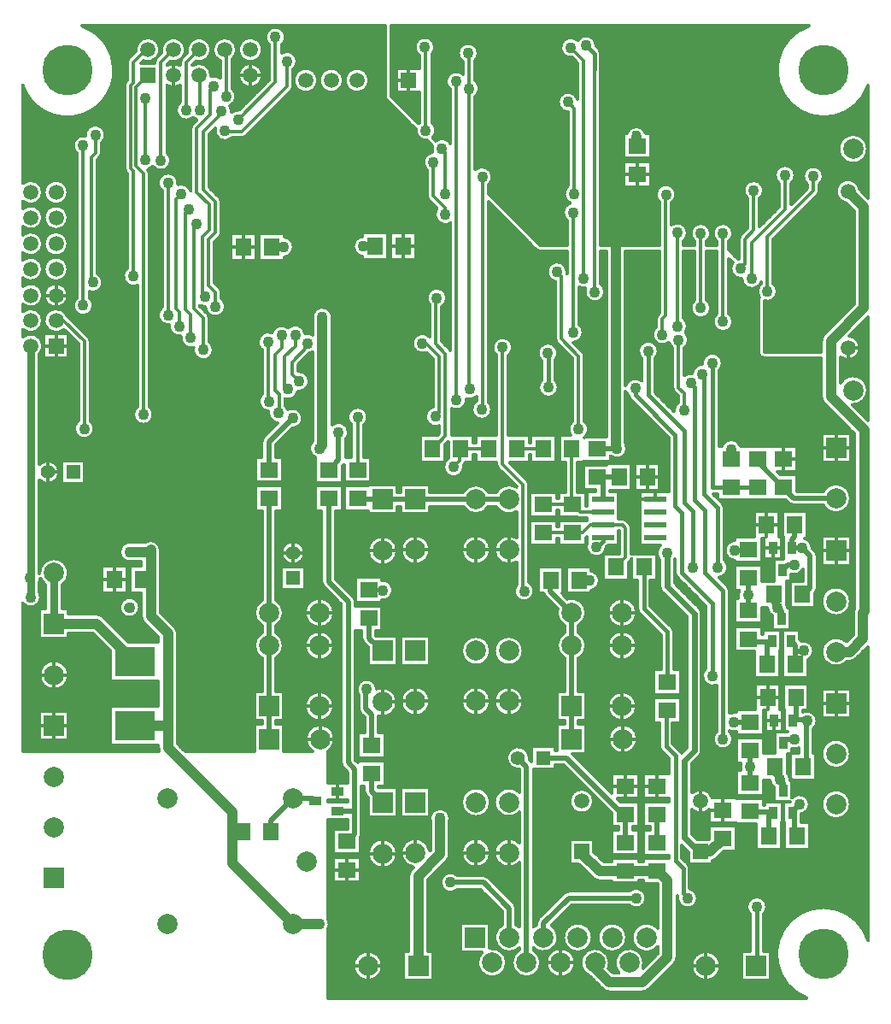
<source format=gtl>
%FSLAX43Y43*%
%MOMM*%
G71*
G01*
G75*
G04 Layer_Physical_Order=1*
%ADD10C,0.300*%
%ADD11R,1.800X1.600*%
%ADD12R,1.600X1.800*%
%ADD13R,4.000X3.000*%
%ADD14R,0.850X1.300*%
%ADD15R,1.300X0.850*%
%ADD16R,2.200X0.600*%
%ADD17R,2.200X0.600*%
%ADD18C,1.000*%
%ADD19C,0.400*%
%ADD20C,0.500*%
%ADD21C,0.800*%
%ADD22C,0.600*%
%ADD23C,2.000*%
%ADD24C,1.500*%
%ADD25R,1.400X1.400*%
%ADD26C,1.400*%
%ADD27C,5.000*%
%ADD28R,1.500X1.500*%
%ADD29C,1.500*%
%ADD30R,2.000X2.000*%
%ADD31C,1.100*%
D10*
X83596Y65012D02*
G03*
X82547Y66203I-1200J0D01*
G01*
X81650Y64072D02*
G03*
X83596Y65012I746J940D01*
G01*
X84346Y60812D02*
G03*
X81650Y61555I-1450J0D01*
G01*
X82829Y59364D02*
G03*
X84346Y60812I66J1448D01*
G01*
X73672Y71281D02*
G03*
X73800Y71538I-822J569D01*
G01*
Y71395D02*
G03*
X73672Y71281I600J-800D01*
G01*
X71850Y71855D02*
G03*
X73578Y71164I1000J-5D01*
G01*
X73608Y69984D02*
G03*
X73500Y69641I492J-343D01*
G01*
X73608Y69984D02*
G03*
X73500Y69641I492J-343D01*
G01*
X73578Y71164D02*
G03*
X73608Y69984I822J-569D01*
G01*
X70973Y73479D02*
G03*
X71850Y71855I777J-629D01*
G01*
X71000Y67600D02*
G03*
X70600Y68400I-1000J0D01*
G01*
X79750Y60150D02*
G03*
X80028Y59478I950J0D01*
G01*
X79750Y60150D02*
G03*
X80028Y59478I950J0D01*
G01*
X73500Y64600D02*
G03*
X74100Y64000I600J0D01*
G01*
X73500Y64600D02*
G03*
X74100Y64000I600J0D01*
G01*
X82658Y50108D02*
G03*
X79939Y50808I-1450J0D01*
G01*
X68800Y68950D02*
G03*
X68400Y69750I-1000J0D01*
G01*
X67200D02*
G03*
X68800Y68950I600J-800D01*
G01*
X69400Y68400D02*
G03*
X71000Y67600I600J-800D01*
G01*
X66284Y66529D02*
G03*
X66500Y67150I-784J621D01*
G01*
X66600Y65800D02*
G03*
X66284Y66529I-1000J0D01*
G01*
X66200Y65000D02*
G03*
X66600Y65800I-600J800D01*
G01*
X66500Y67150D02*
G03*
X66100Y67950I-1000J0D01*
G01*
X64637Y65529D02*
G03*
X65000Y65000I963J271D01*
G01*
X63400Y67100D02*
G03*
X64637Y65529I600J-800D01*
G01*
X69600Y62740D02*
G03*
X69950Y63500I-650J760D01*
G01*
G03*
X67955Y63400I-1000J0D01*
G01*
G03*
X66954Y62488I-5J-1000D01*
G01*
G03*
X66200Y62300I-154J-988D01*
G01*
X71750Y55262D02*
G03*
X69850Y55262I-950J-312D01*
G01*
X65550Y59600D02*
G03*
X65154Y58716I600J-800D01*
G01*
X65000Y61050D02*
G03*
X65176Y60626I600J0D01*
G01*
X65000Y61050D02*
G03*
X65176Y60626I600J0D01*
G01*
X79939Y49408D02*
G03*
X82658Y50108I1270J700D01*
G01*
X76547Y49613D02*
G03*
X77042Y49408I495J495D01*
G01*
X76547Y49613D02*
G03*
X77042Y49408I495J495D01*
G01*
X78850Y45200D02*
G03*
X78104Y46167I-1000J0D01*
G01*
X79350Y44400D02*
G03*
X79145Y44895I-700J0D01*
G01*
X79350Y44400D02*
G03*
X79145Y44895I-700J0D01*
G01*
X83049Y39261D02*
G03*
X82900Y38750I801J-511D01*
G01*
X83049Y39261D02*
G03*
X82900Y38750I801J-511D01*
G01*
X82654Y39899D02*
G03*
X82654Y39899I-1450J0D01*
G01*
X76775Y42538D02*
G03*
X77950Y43064I275J962D01*
G01*
X79145Y40705D02*
G03*
X79350Y41200I-495J495D01*
G01*
X79145Y40705D02*
G03*
X79350Y41200I-495J495D01*
G01*
X77753Y35969D02*
G03*
X77683Y36051I-565J-413D01*
G01*
X77753Y35969D02*
G03*
X77683Y36051I-565J-413D01*
G01*
X76400Y39300D02*
G03*
X76326Y39678I-1000J0D01*
G01*
X74402Y39233D02*
G03*
X74925Y38420I998J67D01*
G01*
X71133Y45948D02*
G03*
X71133Y43952I67J-998D01*
G01*
X70150Y49150D02*
G03*
X69960Y49610I-650J0D01*
G01*
X70150Y49150D02*
G03*
X69959Y49610I-650J0D01*
G01*
X70500Y43250D02*
G03*
X70150Y44010I-1000J0D01*
G01*
X63783Y45445D02*
G03*
X63700Y44039I667J-745D01*
G01*
X70650Y40950D02*
G03*
X70459Y41410I-650J0D01*
G01*
X69613Y42256D02*
G03*
X70500Y43250I-113J994D01*
G01*
X65250Y42750D02*
G03*
X65440Y42290I650J0D01*
G01*
X65250Y42750D02*
G03*
X65441Y42290I650J0D01*
G01*
X71619Y40974D02*
G03*
X71538Y40226I881J-474D01*
G01*
X70650Y40950D02*
G03*
X70460Y41410I-650J0D01*
G01*
X63700Y41400D02*
G03*
X63920Y40870I750J0D01*
G01*
X63700Y41400D02*
G03*
X63920Y40870I750J0D01*
G01*
X67900Y38700D02*
G03*
X67680Y39230I-750J0D01*
G01*
X67900Y38700D02*
G03*
X67680Y39230I-750J0D01*
G01*
X65143Y36857D02*
G03*
X64953Y37316I-650J0D01*
G01*
X65143Y36857D02*
G03*
X64952Y37317I-650J0D01*
G01*
X61649Y86263D02*
G03*
X61151Y86263I-249J-313D01*
G01*
X61649D02*
G03*
X61151Y86263I-249J-313D01*
G01*
X61649D02*
G03*
X61151Y86263I-249J-313D01*
G01*
X61649D02*
G03*
X61151Y86263I-249J-313D01*
G01*
X63576Y68324D02*
G03*
X63400Y67900I424J-424D01*
G01*
X63576Y68324D02*
G03*
X63400Y67900I424J-424D01*
G01*
X55750Y71007D02*
G03*
X56369Y70914I450J893D01*
G01*
X54534Y72373D02*
G03*
X54550Y72550I-984J177D01*
G01*
X58300Y70550D02*
G03*
X57900Y71350I-1000J0D01*
G01*
X56369Y70914D02*
G03*
X58300Y70550I931J-364D01*
G01*
X56150Y66550D02*
G03*
X55750Y67350I-1000J0D01*
G01*
X55197Y65551D02*
G03*
X56150Y66550I-47J999D01*
G01*
X63250Y63940D02*
G03*
X63600Y64700I-650J760D01*
G01*
G03*
X61950Y63940I-1000J0D01*
G01*
X60661Y60231D02*
G03*
X60841Y59890I639J119D01*
G01*
X60661Y60231D02*
G03*
X60840Y59890I639J119D01*
G01*
X61950Y61760D02*
G03*
X60350Y61312I-650J-760D01*
G01*
Y60688D02*
G03*
X60661Y60231I950J312D01*
G01*
X60500Y55050D02*
G03*
X60350Y55577I-1000J0D01*
G01*
X58857Y54284D02*
G03*
X60500Y55050I643J766D01*
G01*
X56300Y64200D02*
G03*
X56124Y64624I-600J0D01*
G01*
X56300Y64200D02*
G03*
X56124Y64624I-600J0D01*
G01*
X56402Y56238D02*
G03*
X56700Y56950I-702J712D01*
G01*
G03*
X56300Y57750I-1000J0D01*
G01*
X56262Y56123D02*
G03*
X56402Y56238I-562J827D01*
G01*
X55100Y57750D02*
G03*
X54895Y56357I600J-800D01*
G01*
X54550Y72550D02*
G03*
X53400Y71561I-1000J0D01*
G01*
Y65900D02*
G03*
X53576Y65476I600J0D01*
G01*
X53400Y65900D02*
G03*
X53576Y65476I600J0D01*
G01*
X53350Y63786D02*
G03*
X53650Y64500I-700J714D01*
G01*
G03*
X52050Y63700I-1000J0D01*
G01*
X51426Y74776D02*
G03*
X51850Y74600I424J424D01*
G01*
X51426Y74776D02*
G03*
X51850Y74600I424J424D01*
G01*
X48750Y64250D02*
G03*
X49150Y65050I-600J800D01*
G01*
G03*
X47550Y64250I-1000J0D01*
G01*
X53700Y61100D02*
G03*
X53350Y61860I-1000J0D01*
G01*
X52050D02*
G03*
X53700Y61100I650J-760D01*
G01*
X47100Y58900D02*
G03*
X46750Y59660I-1000J0D01*
G01*
X60950Y47150D02*
G03*
X60774Y47574I-600J0D01*
G01*
X60950Y47150D02*
G03*
X60774Y47574I-600J0D01*
G01*
X60459Y47889D02*
G03*
X60035Y48065I-424J-424D01*
G01*
X60459Y47889D02*
G03*
X60035Y48065I-424J-424D01*
G01*
X56550Y47976D02*
G03*
X56457Y47905I315J-511D01*
G01*
X56550Y47976D02*
G03*
X56457Y47905I315J-511D01*
G01*
X58204Y44643D02*
G03*
X58450Y45281I-754J657D01*
G01*
X60774Y43832D02*
G03*
X60938Y44134I-424J424D01*
G01*
X60774Y43832D02*
G03*
X60938Y44134I-424J424D01*
G01*
X61500Y39200D02*
G03*
X61691Y38740I650J0D01*
G01*
X61500Y39200D02*
G03*
X61690Y38740I650J0D01*
G01*
X61453Y38766D02*
G03*
X61453Y38766I-1450J0D01*
G01*
X56550Y45736D02*
G03*
X58138Y44574I900J-436D01*
G01*
X57800Y41950D02*
G03*
X56974Y42935I-1000J0D01*
G01*
Y40965D02*
G03*
X57800Y41950I-174J985D01*
G01*
X55705Y37498D02*
G03*
X56453Y38766I-702J1269D01*
G01*
X55479Y48238D02*
G03*
X55815Y48135I336J497D01*
G01*
X55479Y48238D02*
G03*
X55815Y48135I336J497D01*
G01*
X50750Y51500D02*
G03*
X50574Y51924I-600J0D01*
G01*
X50750Y51500D02*
G03*
X50574Y51924I-600J0D01*
G01*
X47550Y53500D02*
G03*
X47726Y53076I600J0D01*
G01*
X47550Y53500D02*
G03*
X47726Y53076I600J0D01*
G01*
X49550Y51217D02*
G03*
X47495Y50695I-784J-1220D01*
G01*
X47497Y49295D02*
G03*
X49550Y48777I1269J702D01*
G01*
X56453Y38766D02*
G03*
X54585Y40155I-1450J0D01*
G01*
X52224Y40667D02*
G03*
X52405Y40355I676J183D01*
G01*
X53606Y39154D02*
G03*
X54305Y37495I1397J-388D01*
G01*
X52224Y40667D02*
G03*
X52405Y40355I676J183D01*
G01*
X49550Y46217D02*
G03*
X49550Y43777I-784J-1220D01*
G01*
X51300Y40900D02*
G03*
X50750Y41793I-1000J0D01*
G01*
X49550Y41561D02*
G03*
X51300Y40900I750J-661D01*
G01*
X82548Y33949D02*
G03*
X83220Y34227I0J950D01*
G01*
X82548Y33949D02*
G03*
X83220Y34227I0J950D01*
G01*
X82229Y35924D02*
G03*
X82299Y33949I-1026J-1025D01*
G01*
X78438Y34101D02*
G03*
X79000Y35000I-438J899D01*
G01*
G03*
X77753Y35969I-1000J0D01*
G01*
X82654Y24799D02*
G03*
X82654Y24799I-1450J0D01*
G01*
X79350Y28050D02*
G03*
X77924Y28955I-1000J0D01*
G01*
X78950Y27250D02*
G03*
X79350Y28050I-600J800D01*
G01*
X76875Y25276D02*
G03*
X77550Y25357I225J974D01*
G01*
X68300Y33260D02*
G03*
X69350Y31583I650J-760D01*
G01*
X71333Y28922D02*
G03*
X70650Y28843I-233J-972D01*
G01*
Y27057D02*
G03*
X71333Y26978I450J893D01*
G01*
X71000Y26250D02*
G03*
X70650Y27010I-1000J0D01*
G01*
X69350D02*
G03*
X71000Y26250I650J-760D01*
G01*
X71756Y23874D02*
G03*
X71737Y23176I927J-374D01*
G01*
X65881Y24892D02*
G03*
X65760Y25060I-581J-292D01*
G01*
X65881Y24892D02*
G03*
X65759Y25060I-581J-292D01*
G01*
X67680Y24570D02*
G03*
X67900Y25100I-530J530D01*
G01*
X67680Y24570D02*
G03*
X67900Y25100I-530J530D01*
G01*
X82654Y19799D02*
G03*
X82654Y19799I-1450J0D01*
G01*
X78600Y19800D02*
G03*
X76825Y20431I-1000J0D01*
G01*
X77775Y18815D02*
G03*
X78600Y19800I-175J985D01*
G01*
X76648Y22251D02*
G03*
X76376Y22937I-1000J0D01*
G01*
X74651Y22183D02*
G03*
X75075Y21432I998J69D01*
G01*
X84400Y6299D02*
G03*
X78307Y600I-4450J-1349D01*
G01*
X74000Y8890D02*
G03*
X74350Y9650I-650J760D01*
G01*
X68940Y20450D02*
G03*
X66950Y20953I-1147J-351D01*
G01*
Y19244D02*
G03*
X68650Y19259I843J854D01*
G01*
X68993Y14195D02*
G03*
X69371Y14427I-294J903D01*
G01*
X68993Y14195D02*
G03*
X69371Y14427I-294J903D01*
G01*
X66700Y13450D02*
G03*
X66509Y13910I-650J0D01*
G01*
X66700Y13450D02*
G03*
X66510Y13910I-650J0D01*
G01*
X74350Y9650D02*
G03*
X72700Y8890I-1000J0D01*
G01*
X67500Y10500D02*
G03*
X66700Y11480I-1000J0D01*
G01*
X65505Y10596D02*
G03*
X67500Y10500I995J-96D01*
G01*
X65450Y10700D02*
G03*
X65505Y10596I600J250D01*
G01*
X65450Y10700D02*
G03*
X65505Y10596I600J250D01*
G01*
X69758Y3792D02*
G03*
X69758Y3792I-1450J0D01*
G01*
X65172Y3978D02*
G03*
X65450Y4650I-672J672D01*
G01*
X65172Y3978D02*
G03*
X65450Y4650I-672J672D01*
G01*
X61451Y35516D02*
G03*
X61451Y35516I-1450J0D01*
G01*
Y29516D02*
G03*
X61451Y29516I-1450J0D01*
G01*
X63700Y25550D02*
G03*
X63891Y25090I650J0D01*
G01*
X63700Y25550D02*
G03*
X63890Y25090I650J0D01*
G01*
X61533Y26266D02*
G03*
X61533Y26266I-1450J0D01*
G01*
X56451Y35516D02*
G03*
X55705Y36784I-1450J0D01*
G01*
Y34249D02*
G03*
X56451Y35516I-704J1268D01*
G01*
X54305Y36788D02*
G03*
X54305Y34244I696J-1272D01*
G01*
X50216Y34997D02*
G03*
X50216Y34997I-1450J0D01*
G01*
Y29997D02*
G03*
X50216Y29997I-1450J0D01*
G01*
X57193Y20099D02*
G03*
X57193Y20099I-1200J0D01*
G01*
X50829Y24242D02*
G03*
X50839Y24392I-1140J150D01*
G01*
G03*
X49822Y23250I-1150J0D01*
G01*
Y20990D02*
G03*
X49822Y19004I-1056J-993D01*
G01*
Y15990D02*
G03*
X49822Y14004I-1056J-993D01*
G01*
X62400Y10500D02*
G03*
X60686Y11200I-1000J0D01*
G01*
Y9800D02*
G03*
X62400Y10500I714J700D01*
G01*
X57128Y12478D02*
G03*
X57800Y12200I672J672D01*
G01*
X57128Y12478D02*
G03*
X57800Y12200I672J672D01*
G01*
X63550Y7516D02*
G03*
X63550Y5692I-1128J-912D01*
G01*
X60472Y6604D02*
G03*
X60472Y6604I-1450J0D01*
G01*
X62172Y4104D02*
G03*
X59676Y3100I-1450J0D01*
G01*
X62066Y3560D02*
G03*
X62172Y4104I-1344J544D01*
G01*
X62000Y1200D02*
G03*
X62672Y1478I0J950D01*
G01*
X62000Y1200D02*
G03*
X62672Y1478I0J950D01*
G01*
X58772Y4104D02*
G03*
X56808Y2748I-1450J0D01*
G01*
X58671Y3572D02*
G03*
X58772Y4104I-1349J532D01*
G01*
X58078Y1478D02*
G03*
X58750Y1200I672J672D01*
G01*
X58078Y1478D02*
G03*
X58750Y1200I672J672D01*
G01*
X54700Y11200D02*
G03*
X54205Y10995I0J-700D01*
G01*
X54700Y11200D02*
G03*
X54205Y10995I0J-700D01*
G01*
X51727Y8517D02*
G03*
X51522Y8022I495J-495D01*
G01*
X51727Y8517D02*
G03*
X51522Y8022I495J-495D01*
G01*
X49522Y9478D02*
G03*
X49317Y9973I-700J0D01*
G01*
X51522Y7874D02*
G03*
X51222Y7654I700J-1270D01*
G01*
X49822Y7654D02*
G03*
X49522Y7874I-1000J-1050D01*
G01*
Y9478D02*
G03*
X49317Y9973I-700J0D01*
G01*
X57072Y6604D02*
G03*
X57072Y6604I-1450J0D01*
G01*
X53672Y6604D02*
G03*
X53011Y7821I-1450J0D01*
G01*
X51222Y5554D02*
G03*
X53672Y6604I1000J1050D01*
G01*
X55372Y4104D02*
G03*
X55372Y4104I-1450J0D01*
G01*
X51972Y4104D02*
G03*
X51222Y5374I-1450J0D01*
G01*
X49822D02*
G03*
X51972Y4104I700J-1270D01*
G01*
X48122Y7874D02*
G03*
X49822Y5554I700J-1270D01*
G01*
X48572Y4104D02*
G03*
X46872Y5532I-1450J0D01*
G01*
X34928Y91509D02*
G03*
X34928Y91509I-1200J0D01*
G01*
X40690Y85560D02*
G03*
X40807Y85394I541J258D01*
G01*
X40690Y85560D02*
G03*
X40807Y85394I541J258D01*
G01*
X41104Y85097D02*
G03*
X41190Y85029I418J431D01*
G01*
X41190Y85029D02*
G03*
X41215Y84396I960J-279D01*
G01*
X41104Y85097D02*
G03*
X41190Y85029I418J431D01*
G01*
X41215Y84396D02*
G03*
X40650Y82640I85J-996D01*
G01*
X39560Y86690D02*
G03*
X40690Y85560I990J-140D01*
G01*
X39394Y86807D02*
G03*
X39560Y86690I424J424D01*
G01*
X39394Y86807D02*
G03*
X39560Y86690I424J424D01*
G01*
X41651Y78801D02*
G03*
X43000Y77365I799J-601D01*
G01*
X40650Y80050D02*
G03*
X40826Y79626I600J0D01*
G01*
X40650Y80050D02*
G03*
X40826Y79626I600J0D01*
G01*
X36500Y89950D02*
G03*
X36676Y89526I600J0D01*
G01*
X36500Y89950D02*
G03*
X36676Y89526I600J0D01*
G01*
X32388Y91509D02*
G03*
X32388Y91509I-1200J0D01*
G01*
X27400Y92600D02*
G03*
X27800Y93400I-600J800D01*
G01*
X29848Y91509D02*
G03*
X29848Y91509I-1200J0D01*
G01*
X27224Y90476D02*
G03*
X27400Y90900I-424J424D01*
G01*
X27224Y90476D02*
G03*
X27400Y90900I-424J424D01*
G01*
X34262Y76046D02*
G03*
X34262Y74054I88J-996D01*
G01*
X26250Y95000D02*
G03*
X26650Y95800I-600J800D01*
G01*
G03*
X25050Y95000I-1000J0D01*
G01*
X24360Y94540D02*
G03*
X24360Y94540I-1200J0D01*
G01*
X27800Y93400D02*
G03*
X26250Y94235I-1000J0D01*
G01*
X24360Y92000D02*
G03*
X24360Y92000I-1200J0D01*
G01*
X21350Y93588D02*
G03*
X21820Y94540I-730J952D01*
G01*
G03*
X20150Y93436I-1200J0D01*
G01*
X21750Y89900D02*
G03*
X21350Y90700I-1000J0D01*
G01*
X27450Y75000D02*
G03*
X26538Y75996I-1000J0D01*
G01*
Y74004D02*
G03*
X27450Y75000I-88J996D01*
G01*
X21147Y88982D02*
G03*
X21750Y89900I-397J918D01*
G01*
X22300Y85800D02*
G03*
X22724Y85976I0J600D01*
G01*
X22300Y85800D02*
G03*
X22724Y85976I0J600D01*
G01*
X21300Y88450D02*
G03*
X21147Y88982I-1000J0D01*
G01*
X22091Y88590D02*
G03*
X21296Y88356I-141J-990D01*
G01*
X19676Y86728D02*
G03*
X21364Y85800I974J-228D01*
G01*
X42150Y69084D02*
G03*
X42650Y69950I-500J866D01*
G01*
X44595Y59948D02*
G03*
X45550Y60140I305J952D01*
G01*
X43000Y64782D02*
G03*
X42924Y64874I-500J-332D01*
G01*
X43000Y64782D02*
G03*
X42924Y64874I-500J-332D01*
G01*
X42650Y69950D02*
G03*
X40950Y69236I-1000J0D01*
G01*
X45550Y59735D02*
G03*
X47100Y58900I550J-835D01*
G01*
X43100Y58984D02*
G03*
X44600Y59850I500J866D01*
G01*
X31250Y67738D02*
G03*
X31300Y68050I-950J312D01*
G01*
X40950Y66111D02*
G03*
X40612Y64539I-750J-661D01*
G01*
X41250Y59168D02*
G03*
X41900Y57283I250J-968D01*
G01*
X34383Y57337D02*
G03*
X34800Y58150I-583J813D01*
G01*
G03*
X33183Y57363I-1000J0D01*
G01*
X42762Y54043D02*
G03*
X42462Y53746I538J-843D01*
G01*
X44324Y53376D02*
G03*
X44483Y53657I-424J424D01*
G01*
X44324Y53376D02*
G03*
X44483Y53657I-424J424D01*
G01*
X44300Y53200D02*
G03*
X44290Y53341I-1000J0D01*
G01*
X42462Y53746D02*
G03*
X42410Y53657I838J-546D01*
G01*
G03*
X44300Y53200I890J-457D01*
G01*
X32600Y55936D02*
G03*
X32900Y56650I-700J714D01*
G01*
X31300Y68050D02*
G03*
X29350Y67738I-1000J0D01*
G01*
X29012Y64463D02*
G03*
X29350Y64584I-162J987D01*
G01*
Y66316D02*
G03*
X28593Y66416I-500J-866D01*
G01*
G03*
X26898Y67012I-993J-116D01*
G01*
G03*
X25288Y66522I-648J-762D01*
G01*
G03*
X24300Y64800I-388J-922D01*
G01*
X29000Y61700D02*
G03*
X27900Y62695I-1000J0D01*
G01*
X27881Y60707D02*
G03*
X29000Y61700I119J993D01*
G01*
X26600Y59946D02*
G03*
X27881Y60707I300J954D01*
G01*
X32900Y56650D02*
G03*
X31250Y57410I-1000J0D01*
G01*
X27340Y57050D02*
G03*
X28350Y58050I10J1000D01*
G01*
G03*
X26875Y58930I-1000J0D01*
G01*
X29350Y55810D02*
G03*
X29591Y54138I650J-760D01*
G01*
X26875Y58930D02*
G03*
X26600Y59310I-925J-380D01*
G01*
X24961Y58701D02*
G03*
X25864Y57554I989J-151D01*
G01*
X24300Y60414D02*
G03*
X24961Y58701I700J-714D01*
G01*
X24488Y56178D02*
G03*
X24283Y55683I495J-495D01*
G01*
X24488Y56178D02*
G03*
X24283Y55683I495J-495D01*
G01*
X19280Y94540D02*
G03*
X16921Y94229I-1200J0D01*
G01*
X16740Y94540D02*
G03*
X14381Y94229I-1200J0D01*
G01*
X20150Y91750D02*
G03*
X19277Y91912I-600J-800D01*
G01*
X17769Y93381D02*
G03*
X19280Y94540I311J1159D01*
G01*
X16454Y93763D02*
G03*
X16740Y94540I-914J777D01*
G01*
X19280Y92000D02*
G03*
X17400Y92989I-1200J0D01*
G01*
X14200Y94540D02*
G03*
X11807Y94406I-1200J0D01*
G01*
X16341Y93647D02*
G03*
X16200Y93260I459J-387D01*
G01*
X16341Y93647D02*
G03*
X16200Y93260I459J-387D01*
G01*
X15229Y93381D02*
G03*
X16341Y93647I311J1159D01*
G01*
X16200Y93002D02*
G03*
X14900Y93015I-660J-1002D01*
G01*
X13914Y93763D02*
G03*
X14200Y94540I-914J777D01*
G01*
X13831Y93675D02*
G03*
X13700Y93300I469J-375D01*
G01*
X13831Y93675D02*
G03*
X13700Y93300I469J-375D01*
G01*
X12533Y93435D02*
G03*
X13831Y93675I467J1105D01*
G01*
X11126Y93724D02*
G03*
X10950Y93300I424J-424D01*
G01*
X11126Y93724D02*
G03*
X10950Y93300I424J-424D01*
G01*
X10876Y91431D02*
G03*
X10700Y91007I424J-424D01*
G01*
X10876Y91431D02*
G03*
X10700Y91007I424J-424D01*
G01*
X17475Y87812D02*
G03*
X17848Y87597I675J738D01*
G01*
X17426Y87174D02*
G03*
X17250Y86750I424J-424D01*
G01*
X17426Y87174D02*
G03*
X17250Y86750I424J-424D01*
G01*
X14900Y90985D02*
G03*
X16200Y90998I640J1015D01*
G01*
Y89350D02*
G03*
X17475Y87812I600J-800D01*
G01*
X20300Y79450D02*
G03*
X20124Y79874I-600J0D01*
G01*
X20300Y79450D02*
G03*
X20124Y79874I-600J0D01*
G01*
X17250Y80562D02*
G03*
X15989Y81200I-950J-312D01*
G01*
X15300Y83550D02*
G03*
X14900Y84350I-1000J0D01*
G01*
X13481Y82976D02*
G03*
X15300Y83550I819J574D01*
G01*
X13001Y82646D02*
G03*
X13481Y82976I-301J954D01*
G01*
X10700Y82793D02*
G03*
X10876Y82369I600J0D01*
G01*
X13150Y82250D02*
G03*
X13001Y82646I-600J0D01*
G01*
X10700Y82793D02*
G03*
X10876Y82369I600J0D01*
G01*
X13150Y82250D02*
G03*
X13001Y82646I-600J0D01*
G01*
X15989Y81200D02*
G03*
X16000Y81350I-989J150D01*
G01*
G03*
X14400Y80550I-1000J0D01*
G01*
X9650Y92500D02*
G03*
X6504Y96900I-4650J0D01*
G01*
X600Y90996D02*
G03*
X9650Y92500I4400J1504D01*
G01*
X8800Y86100D02*
G03*
X6802Y86029I-1000J0D01*
G01*
X8400Y85300D02*
G03*
X8800Y86100I-600J800D01*
G01*
X6802Y86029D02*
G03*
X6000Y84250I-203J-979D01*
G01*
X8224Y83876D02*
G03*
X8400Y84300I-424J424D01*
G01*
X8224Y83876D02*
G03*
X8400Y84300I-424J424D01*
G01*
X5096Y80412D02*
G03*
X5096Y80412I-1200J0D01*
G01*
Y77912D02*
G03*
X5096Y77912I-1200J0D01*
G01*
X2596Y80412D02*
G03*
X600Y81311I-1200J0D01*
G01*
Y79514D02*
G03*
X2596Y80412I796J898D01*
G01*
Y77912D02*
G03*
X600Y78811I-1200J0D01*
G01*
Y77014D02*
G03*
X2596Y77912I796J898D01*
G01*
X20124Y76026D02*
G03*
X20300Y76450I-424J424D01*
G01*
X20124Y76026D02*
G03*
X20300Y76450I-424J424D01*
G01*
Y70500D02*
G03*
X20124Y70924I-600J0D01*
G01*
X20700Y69100D02*
G03*
X20300Y69900I-1000J0D01*
G01*
Y70500D02*
G03*
X20124Y70924I-600J0D01*
G01*
X18150Y69215D02*
G03*
X18701Y69050I550J835D01*
G01*
X10950Y72900D02*
G03*
X11950Y71183I600J-800D01*
G01*
X8550Y71500D02*
G03*
X8000Y72393I-1000J0D01*
G01*
X7200Y70563D02*
G03*
X8550Y71500I350J937D01*
G01*
X7600Y69200D02*
G03*
X7200Y70000I-1000J0D01*
G01*
X19100Y67950D02*
G03*
X18924Y68374I-600J0D01*
G01*
X18701Y69050D02*
G03*
X20700Y69100I999J50D01*
G01*
X19100Y67950D02*
G03*
X18924Y68374I-600J0D01*
G01*
X14400Y69050D02*
G03*
X15106Y67256I600J-800D01*
G01*
G03*
X16263Y66163I994J-106D01*
G01*
G03*
X17529Y65040I987J-163D01*
G01*
X19500Y64800D02*
G03*
X19100Y65600I-1000J0D01*
G01*
X17529Y65040D02*
G03*
X19500Y64800I971J-240D01*
G01*
X13550Y58400D02*
G03*
X13150Y59200I-1000J0D01*
G01*
X11950D02*
G03*
X13550Y58400I600J-800D01*
G01*
X7300Y65650D02*
G03*
X7124Y66074I-600J0D01*
G01*
X7300Y65650D02*
G03*
X7124Y66074I-600J0D01*
G01*
X6000Y70000D02*
G03*
X7600Y69200I600J-800D01*
G01*
X7700Y57000D02*
G03*
X7300Y57800I-1000J0D01*
G01*
X6100D02*
G03*
X7700Y57000I600J-800D01*
G01*
X5096Y75312D02*
G03*
X5096Y75312I-1200J0D01*
G01*
Y72812D02*
G03*
X5096Y72812I-1200J0D01*
G01*
Y70212D02*
G03*
X5096Y70212I-1200J0D01*
G01*
X2596Y75312D02*
G03*
X600Y76211I-1200J0D01*
G01*
Y74414D02*
G03*
X2596Y75312I796J898D01*
G01*
Y72812D02*
G03*
X600Y73711I-1200J0D01*
G01*
Y71914D02*
G03*
X2596Y72812I796J898D01*
G01*
Y70212D02*
G03*
X600Y71111I-1200J0D01*
G01*
Y69314D02*
G03*
X2596Y70212I796J898D01*
G01*
X4994Y68195D02*
G03*
X4689Y66812I-1099J-482D01*
G01*
X4239Y52692D02*
G03*
X2246Y53474I-1150J0D01*
G01*
Y51910D02*
G03*
X4239Y52692I843J782D01*
G01*
X2596Y67712D02*
G03*
X600Y68611I-1200J0D01*
G01*
Y66814D02*
G03*
X2596Y67712I796J898D01*
G01*
Y65212D02*
G03*
X600Y66111I-1200J0D01*
G01*
X2246Y64365D02*
G03*
X2596Y65212I-850J847D01*
G01*
X46788Y50695D02*
G03*
X44244Y50695I-1272J-696D01*
G01*
X44249Y49295D02*
G03*
X46784Y49295I1268J704D01*
G01*
X46966Y44999D02*
G03*
X46966Y44999I-1450J0D01*
G01*
X40966D02*
G03*
X40966Y44999I-1450J0D01*
G01*
X46966Y34999D02*
G03*
X46966Y34999I-1450J0D01*
G01*
Y29999D02*
G03*
X46966Y29999I-1450J0D01*
G01*
X40966D02*
G03*
X40966Y29999I-1450J0D01*
G01*
X37716Y44917D02*
G03*
X37716Y44917I-1450J0D01*
G01*
X37300Y41000D02*
G03*
X36233Y41998I-1000J0D01*
G01*
Y40002D02*
G03*
X37300Y41000I67J998D01*
G01*
X33533Y40054D02*
G03*
X33345Y40395I-683J-154D01*
G01*
X33533Y40054D02*
G03*
X33345Y40395I-683J-154D01*
G01*
X33550Y39900D02*
G03*
X33533Y40054I-700J0D01*
G01*
X33550Y39900D02*
G03*
X33533Y40054I-700J0D01*
G01*
X37716Y29917D02*
G03*
X35699Y31251I-1450J0D01*
G01*
X35883Y28519D02*
G03*
X37716Y29917I383J1398D01*
G01*
X34200Y36250D02*
G03*
X34405Y35755I700J0D01*
G01*
X34200Y36250D02*
G03*
X34405Y35755I700J0D01*
G01*
X35699Y31251D02*
G03*
X33900Y30600I-999J-51D01*
G01*
Y29250D02*
G03*
X34105Y28755I700J0D01*
G01*
X33900Y29250D02*
G03*
X34105Y28755I700J0D01*
G01*
X46966Y19999D02*
G03*
X46966Y19999I-1450J0D01*
G01*
Y14999D02*
G03*
X46966Y14999I-1450J0D01*
G01*
X42950Y18400D02*
G03*
X40966Y18579I-1000J0D01*
G01*
X40961Y18549D02*
G03*
X41000Y18088I989J-149D01*
G01*
X42900D02*
G03*
X42950Y18400I-950J312D01*
G01*
X42622Y14178D02*
G03*
X42900Y14850I-672J672D01*
G01*
X42622Y14178D02*
G03*
X42900Y14850I-672J672D01*
G01*
X40953Y15196D02*
G03*
X39319Y13562I-1437J-197D01*
G01*
X46745Y12545D02*
G03*
X46250Y12750I-495J-495D01*
G01*
X46745Y12545D02*
G03*
X46250Y12750I-495J-495D01*
G01*
X46122Y5154D02*
G03*
X48572Y4104I1000J-1050D01*
G01*
X43714Y12750D02*
G03*
X43714Y11350I-714J-700D01*
G01*
X39128Y13372D02*
G03*
X38850Y12700I672J-672D01*
G01*
X39128Y13372D02*
G03*
X38850Y12700I672J-672D01*
G01*
X34450Y21100D02*
G03*
X34655Y20605I700J0D01*
G01*
X34450Y21100D02*
G03*
X34655Y20605I700J0D01*
G01*
X34043Y16409D02*
G03*
X34200Y16850I-543J441D01*
G01*
X34043Y16409D02*
G03*
X34200Y16850I-543J441D01*
G01*
X37716Y14917D02*
G03*
X37716Y14917I-1450J0D01*
G01*
X36250Y3800D02*
G03*
X36250Y3800I-1450J0D01*
G01*
X30207Y41843D02*
G03*
X30412Y41348I700J0D01*
G01*
X30207Y41843D02*
G03*
X30412Y41348I700J0D01*
G01*
X28542Y44711D02*
G03*
X28542Y44711I-1150J0D01*
G01*
X31453Y38766D02*
G03*
X31453Y38766I-1450J0D01*
G01*
X26453D02*
G03*
X25705Y40035I-1450J0D01*
G01*
Y37498D02*
G03*
X26453Y38766I-702J1269D01*
G01*
X24305Y40037D02*
G03*
X24305Y37495I698J-1271D01*
G01*
X14250Y45000D02*
G03*
X12717Y45750I-950J0D01*
G01*
X14250Y45000D02*
G03*
X12717Y45750I-950J0D01*
G01*
X11512D02*
G03*
X11512Y43850I-312J-950D01*
G01*
X5150Y42700D02*
G03*
X2252Y42632I-1450J0D01*
G01*
X4550Y41525D02*
G03*
X5150Y42700I-850J1175D01*
G01*
X2350Y42172D02*
G03*
X2850Y41525I1350J528D01*
G01*
X2246Y41755D02*
G03*
X2350Y42172I-896J445D01*
G01*
X12200Y39300D02*
G03*
X10200Y39275I-1000J0D01*
G01*
X12350Y38400D02*
G03*
X12628Y37728I950J0D01*
G01*
X12350Y38400D02*
G03*
X12628Y37728I950J0D01*
G01*
X11175Y38300D02*
G03*
X12200Y39300I25J1000D01*
G01*
X10200Y39275D02*
G03*
X11175Y38300I950J-25D01*
G01*
X2400Y40300D02*
G03*
X2246Y40834I-1000J0D01*
G01*
X8572Y38372D02*
G03*
X7900Y38650I-672J-672D01*
G01*
X8572Y38372D02*
G03*
X7900Y38650I-672J-672D01*
G01*
X600Y39700D02*
G03*
X2400Y40300I800J600D01*
G01*
X31451Y35516D02*
G03*
X31451Y35516I-1450J0D01*
G01*
X26451D02*
G03*
X25705Y36784I-1450J0D01*
G01*
Y34249D02*
G03*
X26451Y35516I-704J1268D01*
G01*
X24305Y36788D02*
G03*
X24305Y34244I696J-1272D01*
G01*
X32150Y23900D02*
G03*
X32355Y23405I700J0D01*
G01*
X32150Y23900D02*
G03*
X32355Y23405I700J0D01*
G01*
X30850Y25036D02*
G03*
X31533Y26266I-767J1231D01*
G01*
X31451Y29516D02*
G03*
X31451Y29516I-1450J0D01*
G01*
X31533Y26266D02*
G03*
X29293Y25050I-1450J0D01*
G01*
X31000Y7908D02*
G03*
X30850Y8435I-1000J0D01*
G01*
Y7381D02*
G03*
X31000Y7908I-850J527D01*
G01*
X15950Y36700D02*
G03*
X15672Y37372I-950J0D01*
G01*
X15950Y36700D02*
G03*
X15672Y37372I-950J0D01*
G01*
X5150Y32600D02*
G03*
X5150Y32600I-1450J0D01*
G01*
X14050Y25400D02*
G03*
X14117Y25050I950J0D01*
G01*
X14050Y25400D02*
G03*
X14117Y25050I950J0D01*
G01*
X78496Y96900D02*
G03*
X84400Y90996I1504J-4400D01*
G01*
X84346Y84712D02*
G03*
X84346Y84712I-1450J0D01*
G01*
X83586Y80666D02*
G03*
X82242Y79322I-1190J-153D01*
G01*
X79550Y81200D02*
G03*
X79950Y82000I-600J800D01*
G01*
G03*
X78350Y81200I-1000J0D01*
G01*
X79374Y80126D02*
G03*
X79550Y80550I-424J424D01*
G01*
X79374Y80126D02*
G03*
X79550Y80550I-424J424D01*
G01*
X62350Y86262D02*
G03*
X62026Y86730I-950J-312D01*
G01*
X76750Y81300D02*
G03*
X77150Y82100I-600J800D01*
G01*
G03*
X75550Y81300I-1000J0D01*
G01*
X73650Y79800D02*
G03*
X74050Y80600I-600J800D01*
G01*
G03*
X72450Y79800I-1000J0D01*
G01*
X65350Y80200D02*
G03*
X63700Y79440I-1000J0D01*
G01*
X64900Y79365D02*
G03*
X65350Y80200I-550J835D01*
G01*
X80028Y66371D02*
G03*
X79750Y65700I672J-672D01*
G01*
X80028Y66371D02*
G03*
X79750Y65700I672J-672D01*
G01*
X75400Y70595D02*
G03*
X75000Y71395I-1000J0D01*
G01*
X74100Y69641D02*
G03*
X75400Y70595I300J954D01*
G01*
X71776Y76224D02*
G03*
X71600Y75800I424J-424D01*
G01*
X71776Y76224D02*
G03*
X71600Y75800I424J-424D01*
G01*
X70600Y75550D02*
G03*
X71000Y76350I-600J800D01*
G01*
G03*
X69400Y75550I-1000J0D01*
G01*
X71600Y73839D02*
G03*
X71486Y73814I150J-989D01*
G01*
X66500Y76400D02*
G03*
X64900Y77200I-1000J0D01*
G01*
X68400Y75550D02*
G03*
X68800Y76350I-600J800D01*
G01*
G03*
X67200Y75550I-1000J0D01*
G01*
X66100Y75600D02*
G03*
X66500Y76400I-600J800D01*
G01*
X57450Y94950D02*
G03*
X55595Y95469I-1000J0D01*
G01*
X57900Y94150D02*
G03*
X57709Y94610I-650J0D01*
G01*
X57900Y94150D02*
G03*
X57710Y94610I-650J0D01*
G01*
X55595Y95469D02*
G03*
X55041Y93760I-695J-719D01*
G01*
X45750Y94200D02*
G03*
X44250Y93334I-1000J0D01*
G01*
X45450Y93486D02*
G03*
X45750Y94200I-700J714D01*
G01*
X55600Y89662D02*
G03*
X54650Y88350I-950J-312D01*
G01*
X45850Y90700D02*
G03*
X45450Y91500I-1000J0D01*
G01*
Y89900D02*
G03*
X45850Y90700I-600J800D01*
G01*
X41150Y94086D02*
G03*
X41450Y94800I-700J714D01*
G01*
G03*
X39950Y93934I-1000J0D01*
G01*
X44250Y92114D02*
G03*
X43000Y90565I-700J-714D01*
G01*
X62023Y86732D02*
G03*
X60777Y86732I-623J-782D01*
G01*
X62023D02*
G03*
X60777Y86732I-623J-782D01*
G01*
X62023D02*
G03*
X60777Y86732I-623J-782D01*
G01*
X62023D02*
G03*
X60777Y86732I-623J-782D01*
G01*
X60774Y86730D02*
G03*
X60450Y86262I626J-780D01*
G01*
X54650Y81050D02*
G03*
X54824Y79345I600J-800D01*
G01*
G03*
X54550Y77600I326J-945D01*
G01*
X41550Y86550D02*
G03*
X41150Y87350I-1000J0D01*
G01*
X39950D02*
G03*
X39818Y87232I600J-800D01*
G01*
X41232Y85818D02*
G03*
X41550Y86550I-682J732D01*
G01*
X46750Y81150D02*
G03*
X47150Y81950I-600J800D01*
G01*
G03*
X45450Y82664I-1000J0D01*
G01*
X43000Y85277D02*
G03*
X41522Y85528I-850J-527D01*
G01*
X84243Y67900D02*
X84400D01*
X84144Y67800D02*
X84400D01*
X84044Y67700D02*
X84400D01*
X83943Y67600D02*
X84400D01*
X83843Y67500D02*
X84400D01*
X83743Y67400D02*
X84400D01*
X83644Y67300D02*
X84400D01*
X83544Y67200D02*
X84400D01*
X83443Y67100D02*
X84400D01*
X83492Y65500D02*
X84400D01*
X83499Y65483D02*
Y67156D01*
X83531Y65400D02*
X84400D01*
X83399Y65670D02*
Y67056D01*
X83442Y65600D02*
X84400D01*
X83581Y65200D02*
X84400D01*
X83592Y65100D02*
X84400D01*
X83561Y65300D02*
X84400D01*
X83596Y65000D02*
X84400D01*
X84399Y57794D02*
Y68056D01*
X84299Y61175D02*
Y67956D01*
X84400Y57793D02*
Y68056D01*
X83590Y64900D02*
X84400D01*
X83577Y64800D02*
X84400D01*
X83554Y64700D02*
X84400D01*
X83522Y64600D02*
X84400D01*
X83481Y64500D02*
X84400D01*
X83427Y64400D02*
X84400D01*
X84099Y61621D02*
Y67756D01*
X84199Y61447D02*
Y67856D01*
X83899Y61859D02*
Y67556D01*
X83999Y61753D02*
Y67656D01*
X83699Y62019D02*
Y67356D01*
X83799Y61946D02*
Y67456D01*
X83599Y62080D02*
Y67256D01*
X83499Y62131D02*
Y64542D01*
X83343Y67000D02*
X84400D01*
X83243Y66900D02*
X84400D01*
X83144Y66800D02*
X84400D01*
X83044Y66700D02*
X84400D01*
X82943Y66600D02*
X84400D01*
X82843Y66500D02*
X84400D01*
X82743Y66400D02*
X84400D01*
X82644Y66300D02*
X84400D01*
X82570Y66200D02*
X84400D01*
X83199Y65903D02*
Y66856D01*
X83099Y65984D02*
Y66756D01*
X83299Y65802D02*
Y66956D01*
X82547Y66203D02*
X84400Y68056D01*
X82999Y66049D02*
Y66656D01*
X83078Y66000D02*
X84400D01*
X83203Y65900D02*
X84400D01*
X82903Y66100D02*
X84400D01*
X82899Y66102D02*
Y66556D01*
X83301Y65800D02*
X84400D01*
X83379Y65700D02*
X84400D01*
X83361Y64300D02*
X84400D01*
X83279Y64200D02*
X84400D01*
X83175Y64100D02*
X84400D01*
X83039Y64000D02*
X84400D01*
X82845Y63900D02*
X84400D01*
X81650Y63800D02*
X84400D01*
X83399Y62172D02*
Y64355D01*
X83299Y62205D02*
Y64223D01*
X82396Y65012D02*
X83446D01*
X83199Y62230D02*
Y64121D01*
X83099Y62248D02*
Y64040D01*
X82999Y62259D02*
Y63975D01*
X82899Y62262D02*
Y63923D01*
X83855Y61900D02*
X84400D01*
X83958Y61800D02*
X84400D01*
X84042Y61700D02*
X84400D01*
X83563Y62100D02*
X84400D01*
X83728Y62000D02*
X84400D01*
X84172Y61500D02*
X84400D01*
X84261Y61300D02*
X84400D01*
X84113Y61600D02*
X84400D01*
X84221Y61400D02*
X84400D01*
X84293Y61200D02*
X84400D01*
X84286Y60400D02*
X84400D01*
X84252Y60300D02*
X84400D01*
X84210Y60200D02*
X84400D01*
X84158Y60100D02*
X84400D01*
X84096Y60000D02*
X84400D01*
X84022Y59900D02*
X84400D01*
X83933Y59800D02*
X84400D01*
X83825Y59700D02*
X84400D01*
X83691Y59600D02*
X84400D01*
X83794Y58400D02*
X84400D01*
X83894Y58300D02*
X84400D01*
X83594Y58600D02*
X84400D01*
X83694Y58500D02*
X84400D01*
X84193Y58000D02*
X84400D01*
X84294Y57900D02*
X84400D01*
X83993Y58200D02*
X84400D01*
X84093Y58100D02*
X84400D01*
X84199Y57994D02*
Y60178D01*
X84299Y57894D02*
Y60449D01*
X83999Y58194D02*
Y59872D01*
X84099Y58094D02*
Y60004D01*
X83799Y58394D02*
Y59679D01*
X83899Y58294D02*
Y59766D01*
X83599Y58594D02*
Y59545D01*
X83699Y58494D02*
Y59606D01*
X81650Y63700D02*
X84400D01*
X81650Y63600D02*
X84400D01*
X81650Y63500D02*
X84400D01*
X81650Y63400D02*
X84400D01*
X81650Y63300D02*
X84400D01*
X81650Y63200D02*
X84400D01*
X81650Y63100D02*
X84400D01*
X81650Y63000D02*
X84400D01*
X81650Y62900D02*
X84400D01*
X81650Y62800D02*
X84400D01*
X81650Y62700D02*
X84400D01*
X81650Y62600D02*
X84400D01*
X81650Y62500D02*
X84400D01*
X81650Y62400D02*
X84400D01*
X83317Y62200D02*
X84400D01*
X83512Y59500D02*
X84400D01*
X81650Y62300D02*
X84400D01*
X83223Y59400D02*
X84400D01*
X82994Y59200D02*
X84400D01*
X83094Y59100D02*
X84400D01*
X82894Y59300D02*
X84400D01*
X82829Y59364D02*
X84400Y57793D01*
X83394Y58800D02*
X84400D01*
X83494Y58700D02*
X84400D01*
X83194Y59000D02*
X84400D01*
X83294Y58900D02*
X84400D01*
X83399Y58794D02*
Y59453D01*
X83499Y58694D02*
Y59494D01*
X83299Y58894D02*
Y59420D01*
X83099Y59094D02*
Y59377D01*
X83199Y58994D02*
Y59395D01*
X82999Y59194D02*
Y59366D01*
X82658Y56500D02*
X83007D01*
X70600Y73851D02*
X70973Y73479D01*
X70899Y73376D02*
Y73552D01*
X70799Y73161D02*
Y73652D01*
X70600Y73600D02*
X70852D01*
X70600Y73500D02*
X70952D01*
X70600Y73400D02*
X70915D01*
X70600Y73300D02*
X70857D01*
X70600Y73200D02*
X70813D01*
X70600Y72300D02*
X70915D01*
X70600Y73100D02*
X70782D01*
X70600Y73700D02*
X70752D01*
X70600Y73000D02*
X70761D01*
X70600Y72900D02*
X70751D01*
X70600Y72800D02*
X70751D01*
X70600Y72700D02*
X70761D01*
X70600Y72600D02*
X70782D01*
X70600Y72500D02*
X70813D01*
X70600Y72400D02*
X70857D01*
X73799Y71395D02*
Y71536D01*
X73800Y71395D02*
Y71538D01*
X73376Y71000D02*
X73486D01*
X70799Y68201D02*
Y72539D01*
X70600Y68400D02*
Y73851D01*
X70699Y68315D02*
Y73752D01*
X73161Y70900D02*
X73448D01*
X73500Y64600D02*
Y69641D01*
X70899Y68037D02*
Y72324D01*
X70999Y67633D02*
Y72189D01*
X70600Y71200D02*
X72090D01*
X70600Y71400D02*
X71957D01*
X70600Y71100D02*
X72189D01*
X70600Y71000D02*
X72324D01*
X70600Y70900D02*
X72539D01*
X70600Y70800D02*
X73421D01*
X70600Y70700D02*
X73406D01*
X70600Y70600D02*
X73400D01*
X70600Y70500D02*
X73405D01*
X70600Y72100D02*
X71089D01*
X70600Y72200D02*
X70990D01*
X70600Y72000D02*
X71224D01*
X70600Y71900D02*
X71439D01*
X70600Y71800D02*
X71851D01*
X70600Y71700D02*
X71861D01*
X70600Y71600D02*
X71882D01*
X70600Y71500D02*
X71913D01*
X70600Y71300D02*
X72015D01*
X70600Y70300D02*
X73445D01*
X70600Y70200D02*
X73481D01*
X70600Y70100D02*
X73531D01*
X70600Y70000D02*
X73596D01*
X70600Y69900D02*
X73559D01*
X70600Y69800D02*
X73521D01*
X70600Y69700D02*
X73503D01*
X70600Y69600D02*
X73500D01*
X70600Y69500D02*
X73500D01*
X70600Y70400D02*
X73419D01*
X70600Y69400D02*
X73500D01*
X70600Y69300D02*
X73500D01*
X70600Y69200D02*
X73500D01*
X70600Y69100D02*
X73500D01*
X70600Y69000D02*
X73500D01*
X70600Y68900D02*
X73500D01*
X70600Y68800D02*
X73500D01*
X82799Y66142D02*
Y66456D01*
X82699Y66173D02*
Y66356D01*
X82799Y62259D02*
Y63882D01*
X82396Y63962D02*
Y65012D01*
X82699Y62249D02*
Y63852D01*
X82599Y62232D02*
Y63830D01*
X82499Y62207D02*
Y63817D01*
X82399Y62175D02*
Y63812D01*
X81650Y62200D02*
X82474D01*
X82299Y62134D02*
Y63816D01*
X82099Y62024D02*
Y63850D01*
X81999Y61952D02*
Y63880D01*
X81650Y64000D02*
X81752D01*
X81650Y63900D02*
X81946D01*
X82199Y62084D02*
Y63829D01*
X81650Y62100D02*
X82228D01*
X81650Y62000D02*
X82063D01*
X81650Y61900D02*
X81936D01*
X82199Y56558D02*
Y57307D01*
X82099Y56558D02*
Y57407D01*
X81999Y56558D02*
Y57507D01*
X81899Y61866D02*
Y63920D01*
Y56558D02*
Y57607D01*
X82599Y56558D02*
Y56907D01*
X82499Y56558D02*
Y57007D01*
X82399Y56558D02*
Y57107D01*
X82299Y56558D02*
Y57207D01*
X81799Y61762D02*
Y63971D01*
X81699Y61632D02*
Y64035D01*
X81650Y61800D02*
X81834D01*
X81650Y61555D02*
Y64072D01*
X81799Y56558D02*
Y57707D01*
X81699Y56558D02*
Y57807D01*
X81599Y56558D02*
Y57907D01*
X81499Y56558D02*
Y58007D01*
X70600Y68700D02*
X73500D01*
X70600Y68600D02*
X73500D01*
X70714Y68300D02*
X73500D01*
X70600Y68500D02*
X73500D01*
X70600Y68400D02*
X73500D01*
X70917Y68000D02*
X73500D01*
X70954Y67900D02*
X73500D01*
X70800Y68200D02*
X73500D01*
X70866Y68100D02*
X73500D01*
X70980Y67800D02*
X73500D01*
X71000Y67600D02*
X73500D01*
X70995Y67700D02*
X73500D01*
X70995Y67500D02*
X73500D01*
X70980Y67400D02*
X73500D01*
X70954Y67300D02*
X73500D01*
X70916Y67200D02*
X73500D01*
X74100Y64000D02*
X79750D01*
X69930Y63700D02*
X79750D01*
Y60150D02*
Y64000D01*
X69945Y63600D02*
X79750D01*
X69950Y63500D02*
X79750D01*
X69945Y63400D02*
X79750D01*
X69930Y63300D02*
X79750D01*
X70866Y67100D02*
X73500D01*
X70800Y67000D02*
X73500D01*
X70714Y66900D02*
X73500D01*
X70600Y66800D02*
X73500D01*
X70435Y66700D02*
X73500D01*
X69899Y63814D02*
Y66605D01*
X82658Y56400D02*
X83049D01*
X82658Y56300D02*
X83049D01*
X82658Y56200D02*
X83049D01*
X82658Y56100D02*
X83049D01*
X82658Y56000D02*
X83049D01*
X82658Y55900D02*
X83049D01*
X82658Y55800D02*
X83049D01*
X82658Y55700D02*
X83049D01*
X82658Y55600D02*
X83049D01*
X82658Y55500D02*
X83049D01*
X82658Y55400D02*
X83049D01*
X82658Y55300D02*
X83049D01*
X81399Y56558D02*
Y58107D01*
X82658Y55200D02*
X83049D01*
X82658Y55100D02*
X83049D01*
X82658Y55000D02*
X83049D01*
X82658Y54900D02*
X83049D01*
X82658Y54800D02*
X83049D01*
X82658Y54700D02*
X83049D01*
X82658Y54600D02*
X83049D01*
X82658Y54500D02*
X83049D01*
X82658Y54400D02*
X83049D01*
X82658Y54300D02*
X83049D01*
X82658Y54200D02*
X83049D01*
X82658Y54100D02*
X83049D01*
X82658Y54000D02*
X83049D01*
X82658Y53900D02*
X83049D01*
X82899Y36594D02*
Y56607D01*
X82799Y36494D02*
Y56707D01*
X82658Y53658D02*
Y56558D01*
X82699Y36394D02*
Y56807D01*
X83049Y39261D02*
Y56457D01*
X82999Y39173D02*
Y56507D01*
X82658Y53800D02*
X83049D01*
X82658Y53700D02*
X83049D01*
X80999Y56558D02*
Y58507D01*
X80899Y56558D02*
Y58607D01*
X80799Y56558D02*
Y58707D01*
X80699Y56558D02*
Y58807D01*
X80028Y59478D02*
X83049Y56457D01*
X81299Y56558D02*
Y58207D01*
X81199Y56558D02*
Y58307D01*
X81099Y56558D02*
Y58407D01*
X79758Y56558D02*
X82658D01*
X80199D02*
Y59307D01*
X80099Y56558D02*
Y59407D01*
X79999Y56558D02*
Y59508D01*
X79899Y56558D02*
Y59638D01*
X79799Y56558D02*
Y59847D01*
X80599Y56558D02*
Y58907D01*
X80499Y56558D02*
Y59007D01*
X80399Y56558D02*
Y59107D01*
X80299Y56558D02*
Y59207D01*
X71462Y55700D02*
X79758D01*
X71560Y55600D02*
X79758D01*
X81208Y55108D02*
Y56408D01*
X71113Y55900D02*
X79758D01*
X71327Y55800D02*
X79758D01*
X81208Y55108D02*
X82508D01*
X81208Y53808D02*
Y55108D01*
X71635Y55500D02*
X79758D01*
X79908Y55108D02*
X81208D01*
X77361Y55200D02*
X79758D01*
X77361Y55100D02*
X79758D01*
X71693Y55400D02*
X79758D01*
X71737Y55300D02*
X79758D01*
X77361Y55000D02*
X79758D01*
X77361Y54900D02*
X79758D01*
X77361Y54800D02*
X79758D01*
X77361Y54700D02*
X79758D01*
X81999Y51323D02*
Y53658D01*
X81799Y51432D02*
Y53658D01*
X81899Y51383D02*
Y53658D01*
X81599Y51504D02*
Y53658D01*
X81699Y51472D02*
Y53658D01*
X81616Y51500D02*
X83049D01*
X81867Y51400D02*
X83049D01*
X81499Y51529D02*
Y53658D01*
X81399Y51546D02*
Y53658D01*
X81299Y51555D02*
Y53658D01*
X81199Y51558D02*
Y53658D01*
X81099Y51554D02*
Y53658D01*
X80999Y51543D02*
Y53658D01*
X80899Y51525D02*
Y53658D01*
X80799Y51499D02*
Y53658D01*
X80699Y51466D02*
Y53658D01*
X80599Y51424D02*
Y53658D01*
X80499Y51373D02*
Y53658D01*
X82266Y51100D02*
X83049D01*
X82352Y51000D02*
X83049D01*
X82599Y50517D02*
Y53658D01*
X82035Y51300D02*
X83049D01*
X82163Y51200D02*
X83049D01*
X82532Y50700D02*
X83049D01*
X82572Y50600D02*
X83049D01*
X82423Y50900D02*
X83049D01*
X82483Y50800D02*
X83049D01*
X82399Y50935D02*
Y53658D01*
X82499Y50768D02*
Y53658D01*
X82199Y51167D02*
Y53658D01*
X82299Y51063D02*
Y53658D01*
X82099Y51252D02*
Y53658D01*
X80399Y51312D02*
Y53658D01*
X80299Y51238D02*
Y53658D01*
X80199Y51150D02*
Y53658D01*
X77361Y53600D02*
X83049D01*
X77361Y53500D02*
X83049D01*
X77361Y53400D02*
X83049D01*
X77361Y53300D02*
X83049D01*
X77361Y53200D02*
X83049D01*
X77361Y53100D02*
X83049D01*
X77361Y53000D02*
X83049D01*
X77361Y52900D02*
X83049D01*
X77361Y52800D02*
X83049D01*
X75640Y52500D02*
X83049D01*
X79758Y53658D02*
X82658D01*
X77361Y52400D02*
X83049D01*
X75440Y52700D02*
X83049D01*
X75540Y52600D02*
X83049D01*
X77361Y52300D02*
X83049D01*
X77361Y52200D02*
X83049D01*
X77361Y52100D02*
X83049D01*
X77361Y52000D02*
X83049D01*
X77361Y51900D02*
X83049D01*
X77361Y51800D02*
X83049D01*
X77361Y51700D02*
X83049D01*
X77361Y51600D02*
X83049D01*
X77361Y51500D02*
X80801D01*
X77361Y51400D02*
X80549D01*
X77361Y51300D02*
X80382D01*
X77361Y51200D02*
X80254D01*
X80099Y51042D02*
Y53658D01*
X79999Y50909D02*
Y53658D01*
X79899Y50808D02*
Y53658D01*
X79799Y50808D02*
Y53658D01*
X77361Y51100D02*
X80150D01*
X77361Y51000D02*
X80065D01*
X77361Y50900D02*
X79994D01*
X77361Y50808D02*
X79939D01*
X79699D02*
Y64000D01*
X79599Y50808D02*
Y64000D01*
X79499Y50808D02*
Y64000D01*
X79399Y50808D02*
Y64000D01*
X79299Y50808D02*
Y64000D01*
X79199Y50808D02*
Y64000D01*
X79099Y50808D02*
Y64000D01*
X77299Y55250D02*
Y64000D01*
X77199Y55250D02*
Y64000D01*
X73999Y55238D02*
Y64008D01*
X73899Y55238D02*
Y64035D01*
X73699Y55238D02*
Y64153D01*
X73599Y55238D02*
Y64269D01*
X73499Y55238D02*
Y70160D01*
X77099Y55250D02*
Y64000D01*
X76999Y55250D02*
Y64000D01*
X76899Y55250D02*
Y64000D01*
X73799Y55238D02*
Y64081D01*
X78999Y50808D02*
Y64000D01*
X78899Y50808D02*
Y64000D01*
X78799Y50808D02*
Y64000D01*
X78699Y50808D02*
Y64000D01*
X78599Y50808D02*
Y64000D01*
X78499Y50808D02*
Y64000D01*
X78399Y50808D02*
Y64000D01*
X78299Y50808D02*
Y64000D01*
X78199Y50808D02*
Y64000D01*
X78099Y50808D02*
Y64000D01*
X77999Y50808D02*
Y64000D01*
X77899Y50808D02*
Y64000D01*
X77799Y50808D02*
Y64000D01*
X77699Y50808D02*
Y64000D01*
X77599Y50808D02*
Y64000D01*
X77499Y50808D02*
Y64000D01*
X77399Y50808D02*
Y64000D01*
X71399Y55750D02*
Y71913D01*
X71299Y55816D02*
Y71957D01*
X71699Y55387D02*
Y71851D01*
X71099Y55904D02*
Y72091D01*
X71199Y55867D02*
Y72015D01*
X71499Y55665D02*
Y71882D01*
X71599Y55551D02*
Y71861D01*
X70999Y55930D02*
Y67567D01*
X70899Y55945D02*
Y67163D01*
X70799Y55950D02*
Y66999D01*
X70699Y55945D02*
Y66885D01*
X70599Y55930D02*
Y66800D01*
X70499Y55904D02*
Y66734D01*
X70399Y55866D02*
Y66683D01*
X70299Y55816D02*
Y66646D01*
X70199Y55750D02*
Y66620D01*
X70099Y55664D02*
Y66605D01*
X69999Y55549D02*
Y66600D01*
X73399Y55238D02*
Y71014D01*
X73299Y55238D02*
Y70957D01*
X73199Y55238D02*
Y70913D01*
X73099Y55238D02*
Y70882D01*
X72999Y55238D02*
Y70861D01*
X72899Y55238D02*
Y70851D01*
X72799Y55238D02*
Y70851D01*
X72699Y55238D02*
Y70861D01*
X72599Y55238D02*
Y70882D01*
X72099Y55262D02*
Y71189D01*
X71999Y55262D02*
Y71324D01*
X71899Y55262D02*
Y71539D01*
X71799Y55262D02*
Y71851D01*
X72499Y55238D02*
Y70913D01*
X72399Y55238D02*
Y70957D01*
X72299Y55238D02*
Y71015D01*
X72199Y55238D02*
Y71091D01*
X77361Y54600D02*
X79758D01*
X77361Y54500D02*
X79758D01*
X77361Y54400D02*
X79758D01*
X77361Y54300D02*
X79758D01*
X77361Y54200D02*
X79758D01*
X77361Y54100D02*
X79758D01*
X77361Y54000D02*
X79758D01*
X77361Y53900D02*
X79758D01*
X77361Y53800D02*
X79758D01*
X76799Y55250D02*
Y64000D01*
X76699Y55250D02*
Y64000D01*
X76599Y55250D02*
Y64000D01*
X76499Y55250D02*
Y64000D01*
X76399Y55250D02*
Y64000D01*
X76299Y55250D02*
Y64000D01*
X76199Y55250D02*
Y64000D01*
X76099Y55250D02*
Y64000D01*
X75999Y55250D02*
Y64000D01*
X79758Y53658D02*
Y56558D01*
X77361Y53700D02*
X79758D01*
X77361Y52750D02*
Y55250D01*
X77299Y52450D02*
Y52750D01*
X77199Y52450D02*
Y52750D01*
X77099Y52450D02*
Y52750D01*
X77361Y50808D02*
Y52450D01*
X76999D02*
Y52750D01*
X76899Y52450D02*
Y52750D01*
X76799Y52450D02*
Y52750D01*
X76699Y52450D02*
Y52750D01*
X76599Y52450D02*
Y52750D01*
X76499Y52450D02*
Y52750D01*
X76399Y52450D02*
Y52750D01*
X76299Y52450D02*
Y52750D01*
X76199Y52450D02*
Y52750D01*
X76099Y52450D02*
Y52750D01*
X75899Y55250D02*
Y64000D01*
X75799Y55250D02*
Y64000D01*
X75699Y55250D02*
Y64000D01*
X75599Y55250D02*
Y64000D01*
X75499Y55250D02*
Y64000D01*
X75399Y55250D02*
Y64000D01*
X75299Y55250D02*
Y64000D01*
X75199Y55250D02*
Y64000D01*
X74661Y55250D02*
X77361D01*
X75099D02*
Y64000D01*
X74999Y55250D02*
Y64000D01*
X74899Y55250D02*
Y64000D01*
X74799Y55250D02*
Y64000D01*
X74699Y55250D02*
Y64000D01*
X74599Y55238D02*
Y64000D01*
X74499Y55238D02*
Y64000D01*
X74399Y55238D02*
Y64000D01*
X76011Y54000D02*
X77211D01*
X76011D02*
Y55100D01*
Y52900D02*
Y54000D01*
X75390Y52750D02*
X77361D01*
X75999Y52450D02*
Y52750D01*
X75899Y52450D02*
Y52750D01*
X75799Y52450D02*
Y52750D01*
X75699Y52450D02*
Y52750D01*
X75690Y52450D02*
X77361D01*
X74299Y55238D02*
Y64000D01*
X74199Y55238D02*
Y64000D01*
X74099Y55238D02*
Y64000D01*
X72143Y55238D02*
X74661D01*
X75499Y52640D02*
Y52750D01*
X75599Y52541D02*
Y52750D01*
X71750Y55262D02*
X72143D01*
X75390Y52750D02*
X75690Y52450D01*
X68400Y74600D02*
X69400D01*
X68400Y74600D02*
X69400D01*
X68400Y74500D02*
X69400D01*
X68400Y74400D02*
X69400D01*
X68400Y74300D02*
X69400D01*
X68400Y74200D02*
X69400D01*
X68400Y74100D02*
X69400D01*
X68400Y74000D02*
X69400D01*
X68400Y73900D02*
X69400D01*
X68400Y73800D02*
X69400D01*
X68400Y73700D02*
X69400D01*
X68400Y69750D02*
Y74600D01*
Y73600D02*
X69400D01*
X68400Y73500D02*
X69400D01*
X68400Y73400D02*
X69400D01*
X68400Y73300D02*
X69400D01*
X68400Y73200D02*
X69400D01*
X68400Y73100D02*
X69400D01*
X69399Y68400D02*
Y74600D01*
X69400Y68400D02*
Y74600D01*
X69299Y68314D02*
Y74600D01*
X68462Y69700D02*
X69400D01*
X68560Y69600D02*
X69400D01*
X68693Y69400D02*
X69400D01*
X68768Y69200D02*
X69400D01*
X68635Y69500D02*
X69400D01*
X68737Y69300D02*
X69400D01*
X69199Y68199D02*
Y74600D01*
X69099Y68035D02*
Y74600D01*
X68999Y64499D02*
Y74600D01*
X68899Y64499D02*
Y74600D01*
X68699Y69387D02*
Y74600D01*
X68799Y68983D02*
Y74600D01*
X68499Y69665D02*
Y74600D01*
X68599Y69551D02*
Y74600D01*
X68400Y73000D02*
X69400D01*
X68400Y72900D02*
X69400D01*
X68400Y72800D02*
X69400D01*
X68400Y72700D02*
X69400D01*
X68400Y72600D02*
X69400D01*
X68400Y72500D02*
X69400D01*
X68400Y72400D02*
X69400D01*
X68400Y72300D02*
X69400D01*
X68400Y72200D02*
X69400D01*
X68400Y72100D02*
X69400D01*
X68400Y72000D02*
X69400D01*
X68400Y71900D02*
X69400D01*
X68400Y71800D02*
X69400D01*
X68400Y71700D02*
X69400D01*
X68400Y71600D02*
X69400D01*
X68400Y71500D02*
X69400D01*
X68400Y71400D02*
X69400D01*
X68400Y71300D02*
X69400D01*
X68400Y71200D02*
X69400D01*
X68400Y71100D02*
X69400D01*
X68400Y71000D02*
X69400D01*
X68400Y70900D02*
X69400D01*
X68400Y70800D02*
X69400D01*
X68400Y70700D02*
X69400D01*
X68400Y70600D02*
X69400D01*
X68400Y70500D02*
X69400D01*
X68400Y70400D02*
X69400D01*
X68400Y70300D02*
X69400D01*
X68400Y70200D02*
X69400D01*
X68400Y70100D02*
X69400D01*
X68400Y70000D02*
X69400D01*
X68400Y69900D02*
X69400D01*
X68400Y69800D02*
X69400D01*
X68789Y69100D02*
X69400D01*
X68799Y69000D02*
X69400D01*
X68799Y68900D02*
X69400D01*
X68789Y68800D02*
X69400D01*
X68768Y68700D02*
X69400D01*
X68973Y64500D02*
X73508D01*
X68737Y68600D02*
X69400D01*
X66595Y65900D02*
X73500D01*
X68693Y68500D02*
X69400D01*
X68635Y68400D02*
X69400D01*
X68799Y64489D02*
Y68917D01*
X68560Y68300D02*
X69286D01*
X68461Y68200D02*
X69200D01*
X69099Y64489D02*
Y67165D01*
X69399Y64393D02*
Y66800D01*
X68326Y68100D02*
X69134D01*
X68111Y68000D02*
X69083D01*
X69664Y64200D02*
X73653D01*
X69699Y64162D02*
Y66646D01*
X69799Y64028D02*
Y66620D01*
X69386Y64400D02*
X73534D01*
X69550Y64300D02*
X73581D01*
X69867Y63900D02*
X79750D01*
X69904Y63800D02*
X79750D01*
X69750Y64100D02*
X73769D01*
X69816Y64000D02*
X79750D01*
X68699Y64468D02*
Y68513D01*
X68599Y64437D02*
Y68349D01*
X68499Y64393D02*
Y68235D01*
X68399Y64335D02*
Y68150D01*
X69499Y64336D02*
Y66734D01*
X69599Y64260D02*
Y66684D01*
X69299Y64437D02*
Y66886D01*
X69199Y64468D02*
Y67001D01*
X66468Y66900D02*
X69286D01*
X66489Y67000D02*
X69200D01*
X66437Y66800D02*
X69400D01*
X66393Y66700D02*
X69565D01*
X66335Y66600D02*
X73500D01*
X66466Y66300D02*
X73500D01*
X66517Y66200D02*
X73500D01*
X66314Y66500D02*
X73500D01*
X66400Y66400D02*
X73500D01*
X66260Y67800D02*
X69020D01*
X66393Y67600D02*
X69000D01*
X66437Y67500D02*
X69005D01*
X66162Y67900D02*
X69046D01*
X66335Y67700D02*
X69005D01*
X66468Y67400D02*
X69020D01*
X66489Y67300D02*
X69046D01*
X66499Y67200D02*
X69084D01*
X66499Y67100D02*
X69134D01*
X66554Y66100D02*
X73500D01*
X66600Y65800D02*
X73500D01*
X66595Y65700D02*
X73500D01*
X66580Y66000D02*
X73500D01*
X66580Y65600D02*
X73500D01*
X66554Y65500D02*
X73500D01*
X66516Y65400D02*
X73500D01*
X66466Y65300D02*
X73500D01*
X66400Y65200D02*
X73500D01*
X66314Y65100D02*
X73500D01*
X66200Y65000D02*
X73500D01*
X66200Y64900D02*
X73500D01*
X66200Y64800D02*
X73500D01*
X66200Y64700D02*
X73500D01*
X66200Y64600D02*
X73500D01*
X66200Y64500D02*
X68927D01*
X66200Y64400D02*
X68514D01*
X66100Y74600D02*
X67200D01*
X66100Y74600D02*
X67200D01*
X66100Y74500D02*
X67200D01*
X66100Y74400D02*
X67200D01*
X66100Y74300D02*
X67200D01*
X66100Y74200D02*
X67200D01*
X66100Y74100D02*
X67200D01*
X66100Y74000D02*
X67200D01*
X66100Y73900D02*
X67200D01*
X66100Y73800D02*
X67200D01*
X66100Y73700D02*
X67200D01*
X66100Y73600D02*
X67200D01*
X66100Y73500D02*
X67200D01*
X66100Y73400D02*
X67200D01*
X66100Y73300D02*
X67200D01*
X66100Y73200D02*
X67200D01*
X66100Y73100D02*
X67200D01*
X66100Y73000D02*
X67200D01*
X67199Y69750D02*
Y74600D01*
X67200Y69750D02*
Y74600D01*
X67099Y69664D02*
Y74600D01*
X66100Y72900D02*
X67200D01*
X66100Y72800D02*
X67200D01*
X66100Y72700D02*
X67200D01*
X66100Y72600D02*
X67200D01*
X66100Y72500D02*
X67200D01*
X66100Y72400D02*
X67200D01*
X66999Y69549D02*
Y74600D01*
X66899Y69385D02*
Y74600D01*
X66499Y67183D02*
Y74600D01*
X66599Y65833D02*
Y74600D01*
X66299Y67751D02*
Y74600D01*
X66399Y67587D02*
Y74600D01*
X66100Y67950D02*
Y74600D01*
X66199Y67865D02*
Y74600D01*
X60350Y74600D02*
X63700D01*
X60350Y74600D02*
X63700D01*
X60350Y74500D02*
X63700D01*
X60350Y74400D02*
X63700D01*
X60350Y74300D02*
X63700D01*
X60350Y74200D02*
X63700D01*
X60350Y74100D02*
X63700D01*
X60350Y74000D02*
X63700D01*
X60350Y73900D02*
X63700D01*
X60350Y73800D02*
X63700D01*
X60350Y73700D02*
X63700D01*
X60350Y73600D02*
X63700D01*
X60350Y73500D02*
X63700D01*
X60350Y73400D02*
X63700D01*
X60350Y73300D02*
X63700D01*
X60350Y73200D02*
X63700D01*
X60350Y73100D02*
X63700D01*
X60350Y73000D02*
X63700D01*
X66100Y72300D02*
X67200D01*
X66100Y72200D02*
X67200D01*
X66100Y72100D02*
X67200D01*
X66100Y72000D02*
X67200D01*
X66100Y71900D02*
X67200D01*
X66100Y71800D02*
X67200D01*
X66100Y71700D02*
X67200D01*
X66100Y71600D02*
X67200D01*
X66100Y71500D02*
X67200D01*
X60350Y72900D02*
X63700D01*
X60350Y72800D02*
X63700D01*
X60350Y72700D02*
X63700D01*
X60350Y72600D02*
X63700D01*
X66100Y71400D02*
X67200D01*
X66100Y71300D02*
X67200D01*
X60350Y72500D02*
X63700D01*
X60350Y72400D02*
X63700D01*
X66100Y71200D02*
X67200D01*
X66100Y71100D02*
X67200D01*
X66100Y71000D02*
X67200D01*
X66100Y70900D02*
X67200D01*
X66100Y70800D02*
X67200D01*
X66100Y70700D02*
X67200D01*
X66100Y70600D02*
X67200D01*
X66100Y70500D02*
X67200D01*
X66100Y70400D02*
X67200D01*
X66100Y70300D02*
X67200D01*
X66100Y70200D02*
X67200D01*
X66100Y70100D02*
X67200D01*
X66100Y70000D02*
X67200D01*
X66100Y69900D02*
X67200D01*
X66100Y69800D02*
X67200D01*
X66100Y69700D02*
X67138D01*
X66100Y69600D02*
X67040D01*
X66100Y69500D02*
X66965D01*
X68299Y64259D02*
Y68084D01*
X68199Y64161D02*
Y68033D01*
X68099Y64026D02*
Y67996D01*
X66200Y64300D02*
X68350D01*
X67999Y63811D02*
Y67970D01*
X66200Y64200D02*
X68236D01*
X66200Y64100D02*
X68150D01*
X66200Y64000D02*
X68084D01*
X66200Y63900D02*
X68033D01*
X66399Y66401D02*
Y66713D01*
X66499Y66237D02*
Y67117D01*
X66100Y69400D02*
X66907D01*
X66200Y63800D02*
X67996D01*
X66200Y63700D02*
X67970D01*
X66100Y69300D02*
X66863D01*
X66100Y69200D02*
X66832D01*
X66100Y69100D02*
X66811D01*
X66100Y68500D02*
X66907D01*
X66100Y68400D02*
X66965D01*
X66100Y68300D02*
X67040D01*
X66100Y68200D02*
X67139D01*
X66100Y68100D02*
X67274D01*
X66100Y68000D02*
X67489D01*
X66100Y69000D02*
X66801D01*
X66100Y68900D02*
X66801D01*
X66100Y68800D02*
X66811D01*
X66100Y68700D02*
X66832D01*
X66100Y68600D02*
X66863D01*
X64435Y65400D02*
X64684D01*
X63400Y65300D02*
X64734D01*
X63595Y64800D02*
X65000D01*
X63600Y64700D02*
X65000D01*
X63554Y65000D02*
X65000D01*
X63580Y64900D02*
X65000D01*
X63595Y64600D02*
X65000D01*
X63580Y64500D02*
X65000D01*
X63554Y64400D02*
X65000D01*
X63516Y64300D02*
X65000D01*
X63466Y65200D02*
X64800D01*
X63517Y65100D02*
X64886D01*
X63466Y64200D02*
X65000D01*
X63400Y64100D02*
X65000D01*
X63314Y64000D02*
X65000D01*
X63250Y63900D02*
X65000D01*
X63250Y63800D02*
X65000D01*
X69904Y63200D02*
X79750D01*
X69866Y63100D02*
X79750D01*
X69816Y63000D02*
X79750D01*
X69750Y62900D02*
X79750D01*
X69664Y62800D02*
X79750D01*
X69600Y62700D02*
X79750D01*
X69600Y62600D02*
X79750D01*
X69600Y62500D02*
X79750D01*
X69600Y62400D02*
X79750D01*
X69600Y62300D02*
X79750D01*
X69600Y62200D02*
X79750D01*
X69600Y62100D02*
X79750D01*
X69600Y62000D02*
X79750D01*
X69600Y61900D02*
X79750D01*
X69600Y61800D02*
X79750D01*
X69600Y61700D02*
X79750D01*
X69600Y61600D02*
X79750D01*
X69600Y61500D02*
X79750D01*
X69600Y61400D02*
X79750D01*
X69600Y61300D02*
X79750D01*
X69600Y61200D02*
X79750D01*
X69600Y61100D02*
X79750D01*
X69600Y61000D02*
X79750D01*
X69600Y60900D02*
X79750D01*
X69600Y60800D02*
X79750D01*
X69899Y55385D02*
Y63186D01*
X69799Y55262D02*
Y62972D01*
X69699Y55262D02*
Y62838D01*
X69600Y55262D02*
Y62740D01*
Y60700D02*
X79750D01*
X69600Y60600D02*
X79750D01*
X69600Y60500D02*
X79750D01*
X69600Y60400D02*
X79750D01*
X67899Y63399D02*
Y67955D01*
X67799Y63389D02*
Y67950D01*
X67699Y63368D02*
Y67955D01*
X67599Y63337D02*
Y67970D01*
X67499Y63293D02*
Y67996D01*
X66200Y63600D02*
X67955D01*
X66200Y63500D02*
X67950D01*
X66200Y63400D02*
X67927D01*
X66200Y63300D02*
X67514D01*
X67399Y63235D02*
Y68034D01*
X67299Y63159D02*
Y68084D01*
X67199Y63061D02*
Y68150D01*
X66200Y63200D02*
X67350D01*
X67099Y62926D02*
Y68236D01*
X66200Y63100D02*
X67236D01*
X66200Y63000D02*
X67150D01*
X66200Y62900D02*
X67084D01*
X66200Y62800D02*
X67033D01*
X66999Y62711D02*
Y68351D01*
X66899Y62495D02*
Y68515D01*
X66200Y62700D02*
X66996D01*
X66799Y62500D02*
Y74600D01*
X66200Y62600D02*
X66970D01*
X66823Y62500D02*
X66955D01*
X66200D02*
X66777D01*
X66699Y62495D02*
Y74600D01*
X66599Y62480D02*
Y65767D01*
X66499Y62454D02*
Y65363D01*
X66399Y62416D02*
Y65199D01*
X66299Y62366D02*
Y65085D01*
X66200Y62300D02*
Y65000D01*
Y62400D02*
X66364D01*
X65176Y60626D02*
X65550Y60251D01*
X69600Y59300D02*
X80206D01*
X69600Y59400D02*
X80106D01*
X69600Y59200D02*
X80307D01*
X69600Y59100D02*
X80407D01*
X69600Y59000D02*
X80507D01*
X69600Y58900D02*
X80606D01*
X69600Y58800D02*
X80706D01*
X69600Y58700D02*
X80807D01*
X69600Y58600D02*
X80907D01*
X69600Y60300D02*
X79750D01*
X69600Y60200D02*
X79750D01*
X69600Y60100D02*
X79751D01*
X69600Y60000D02*
X79762D01*
X69600Y59900D02*
X79783D01*
X69600Y59800D02*
X79817D01*
X69600Y59700D02*
X79863D01*
X69600Y59600D02*
X79925D01*
X69600Y59500D02*
X80007D01*
X69600Y57700D02*
X81807D01*
X69600Y57800D02*
X81706D01*
X69600Y57600D02*
X81907D01*
X69600Y57500D02*
X82007D01*
X69600Y57400D02*
X82106D01*
X69600Y57300D02*
X82206D01*
X69600Y57200D02*
X82307D01*
X69600Y57100D02*
X82407D01*
X69600Y57000D02*
X82507D01*
X69600Y58500D02*
X81007D01*
X69600Y58400D02*
X81106D01*
X69600Y58300D02*
X81206D01*
X69600Y58200D02*
X81307D01*
X69600Y58100D02*
X81407D01*
X69600Y58000D02*
X81507D01*
X69600Y57900D02*
X81606D01*
X69600Y56800D02*
X82706D01*
X69600Y56900D02*
X82606D01*
X69600Y56700D02*
X82807D01*
X63669Y60200D02*
X65550D01*
X63770Y60100D02*
X65550D01*
X69600Y56600D02*
X82907D01*
X69600Y56500D02*
X79758D01*
X69600Y56400D02*
X79758D01*
X69600Y56300D02*
X79758D01*
X63970Y59900D02*
X65550D01*
Y59600D02*
Y60251D01*
X63569Y60300D02*
X65502D01*
X63869Y60000D02*
X65550D01*
X64270Y59600D02*
X65550D01*
X64070Y59800D02*
X65550D01*
X64170Y59700D02*
X65550D01*
X69600Y56200D02*
X79758D01*
X69600Y56100D02*
X79758D01*
X69600Y56000D02*
X79758D01*
X69600Y55900D02*
X70487D01*
X69600Y55800D02*
X70273D01*
X69600Y55700D02*
X70138D01*
X69600Y55600D02*
X70040D01*
X69600Y55500D02*
X69965D01*
X69600Y55400D02*
X69907D01*
X69600Y55300D02*
X69863D01*
X69600Y55262D02*
X69850D01*
X69019Y50550D02*
X69443D01*
X69399Y50170D02*
Y50550D01*
X69299Y50270D02*
Y50550D01*
X69443Y50126D02*
Y50550D01*
X69199Y50370D02*
Y50550D01*
X69019D02*
X69443Y50126D01*
X63470Y60400D02*
X65402D01*
X63270Y60600D02*
X65202D01*
X63369Y60500D02*
X65302D01*
X65499Y59559D02*
Y60302D01*
X65399Y59461D02*
Y60402D01*
X64369Y59500D02*
X65436D01*
X64469Y59400D02*
X65350D01*
X64199Y59670D02*
Y65320D01*
X64099Y59770D02*
Y65305D01*
X64299Y59570D02*
Y65346D01*
X63899Y59970D02*
Y65305D01*
X63999Y59870D02*
Y65300D01*
X65000Y61050D02*
Y65000D01*
X63799Y60070D02*
Y65320D01*
X63250Y63700D02*
X65000D01*
X63250Y63600D02*
X65000D01*
X65299Y59326D02*
Y60502D01*
X65199Y59111D02*
Y60602D01*
X65099Y58770D02*
Y60719D01*
X64569Y59300D02*
X65284D01*
X64999Y58870D02*
Y65000D01*
X64869Y59000D02*
X65170D01*
X64969Y58900D02*
X65155D01*
X64669Y59200D02*
X65233D01*
X64769Y59100D02*
X65196D01*
X64599Y59270D02*
Y65500D01*
X64699Y59170D02*
Y65365D01*
X64399Y59470D02*
Y65383D01*
X64499Y59370D02*
Y65434D01*
X64799Y59070D02*
Y65201D01*
X64899Y58970D02*
Y65086D01*
X63899Y50755D02*
Y56831D01*
X63799Y50755D02*
Y56931D01*
X63250Y63500D02*
X65000D01*
X63250Y63400D02*
X65000D01*
X63250Y63300D02*
X65000D01*
X63250Y63200D02*
X65000D01*
X63250Y63100D02*
X65000D01*
X63250Y63000D02*
X65000D01*
X63250Y62900D02*
X65000D01*
X63250Y62800D02*
X65000D01*
X63250Y62700D02*
X65000D01*
X63250Y62600D02*
X65000D01*
X63250Y62500D02*
X65000D01*
X63250Y62400D02*
X65000D01*
X63250Y62300D02*
X65000D01*
X63250Y62200D02*
X65000D01*
X63250Y62100D02*
X65000D01*
X63250Y62000D02*
X65000D01*
X63250Y61900D02*
X65000D01*
X63250Y61800D02*
X65000D01*
X63250Y61700D02*
X65000D01*
X63250Y61600D02*
X65000D01*
X63250Y61500D02*
X65000D01*
X63250Y61400D02*
X65000D01*
X63250Y61300D02*
X65000D01*
X63250Y61200D02*
X65000D01*
X63250Y60800D02*
X65055D01*
X63250Y60700D02*
X65113D01*
X63250Y60619D02*
X65154Y58716D01*
X63250Y61100D02*
X65000D01*
X63250Y61000D02*
X65002D01*
X63250Y60900D02*
X65019D01*
X60841Y59890D02*
X64600Y56131D01*
X60350Y57000D02*
X63731D01*
X60350Y56900D02*
X63831D01*
X60350Y56800D02*
X63931D01*
X60350Y56700D02*
X64031D01*
X63738Y53500D02*
X64600D01*
X63738Y53400D02*
X64600D01*
X63738Y53300D02*
X64600D01*
X63738Y53200D02*
X64600D01*
X63738Y53100D02*
X64600D01*
X63738Y53000D02*
X64600D01*
X63738Y52900D02*
X64600D01*
X63738Y52800D02*
X64600D01*
X63738Y52700D02*
X64600D01*
X63738Y52600D02*
X64600D01*
X63738Y52500D02*
X64600D01*
X63738Y52400D02*
X64600D01*
X63738Y52300D02*
X64600D01*
X63738Y52200D02*
X64600D01*
X63738Y52100D02*
X64600D01*
X63738Y52000D02*
X64600D01*
X63738Y51900D02*
X64600D01*
X63738Y51800D02*
X64600D01*
X63738Y51700D02*
X64600D01*
X63738Y51600D02*
X64600D01*
X64599Y50755D02*
Y56131D01*
X63738Y51500D02*
X64600D01*
X63738Y51400D02*
X64600D01*
X63738Y51300D02*
X64600D01*
X63738Y51200D02*
X64600D01*
X63738Y51100D02*
X64600D01*
X63738Y51000D02*
X64600D01*
X64299Y50755D02*
Y56431D01*
X64199Y50755D02*
Y56531D01*
X64099Y50755D02*
Y56631D01*
X63999Y50755D02*
Y56731D01*
X64600Y50755D02*
Y56131D01*
X64499Y50755D02*
Y56231D01*
X63738Y50843D02*
Y53543D01*
X64399Y50755D02*
Y56331D01*
X60350Y56100D02*
X64600D01*
X60350Y56000D02*
X64600D01*
X60350Y55900D02*
X64600D01*
X60350Y55800D02*
X64600D01*
X60350Y55700D02*
X64600D01*
X60437Y55400D02*
X64600D01*
X60468Y55300D02*
X64600D01*
X60350Y55600D02*
X64600D01*
X60393Y55500D02*
X64600D01*
X60350Y56600D02*
X64131D01*
X60350Y56500D02*
X64231D01*
X60350Y56400D02*
X64331D01*
X60350Y56300D02*
X64431D01*
X60489Y55200D02*
X64600D01*
X60499Y55100D02*
X64600D01*
X60350Y56200D02*
X64531D01*
X60499Y55000D02*
X64600D01*
X60489Y54900D02*
X64600D01*
X60468Y54800D02*
X64600D01*
X60437Y54700D02*
X64600D01*
X60393Y54600D02*
X64600D01*
X60335Y54500D02*
X64600D01*
X60260Y54400D02*
X64600D01*
X60161Y54300D02*
X64600D01*
X60026Y54200D02*
X64600D01*
X59812Y54100D02*
X64600D01*
X58857Y54000D02*
X64600D01*
X58857Y53900D02*
X64600D01*
X58857Y53800D02*
X64600D01*
X55612Y53600D02*
X64600D01*
X63738Y50900D02*
X64600D01*
X61750Y50755D02*
X64600D01*
X61238Y53543D02*
X63738D01*
X61238Y50843D02*
X63738D01*
X82604Y50500D02*
X83049D01*
X82655Y50200D02*
X83049D01*
X82658Y50100D02*
X83049D01*
X82629Y50400D02*
X83049D01*
X82646Y50300D02*
X83049D01*
X82654Y50000D02*
X83049D01*
X82643Y49900D02*
X83049D01*
X82625Y49800D02*
X83049D01*
X82600Y49700D02*
X83049D01*
X82566Y49600D02*
X83049D01*
X82525Y49500D02*
X83049D01*
X82474Y49400D02*
X83049D01*
X82412Y49300D02*
X83049D01*
X82339Y49200D02*
X83049D01*
X82250Y49100D02*
X83049D01*
X82143Y49000D02*
X83049D01*
X82010Y48900D02*
X83049D01*
X81833Y48800D02*
X83049D01*
X82599Y46349D02*
Y49699D01*
X82499Y46349D02*
Y49448D01*
X82399Y46349D02*
Y49281D01*
X82299Y46349D02*
Y49153D01*
X82199Y46349D02*
Y49050D01*
X82099Y46349D02*
Y48964D01*
X81999Y46349D02*
Y48893D01*
X81553Y48700D02*
X83049D01*
X81899Y46349D02*
Y48833D01*
X81799Y46349D02*
Y48784D01*
X81699Y46349D02*
Y48744D01*
X81599Y46349D02*
Y48712D01*
X81499Y46349D02*
Y48688D01*
X81399Y46349D02*
Y48671D01*
X81299Y46349D02*
Y48661D01*
X81199Y46349D02*
Y48658D01*
X81099Y46349D02*
Y48662D01*
X78374Y48600D02*
X83049D01*
X78374Y48500D02*
X83049D01*
X78374Y48400D02*
X83049D01*
X78374Y48300D02*
X83049D01*
X78374Y48200D02*
X83049D01*
X78374Y48100D02*
X83049D01*
X78374Y48000D02*
X83049D01*
X78374Y47900D02*
X83049D01*
X78374Y47800D02*
X83049D01*
X78374Y48800D02*
X80583D01*
X78374Y48700D02*
X80864D01*
X77042Y49408D02*
X79939D01*
X78374Y47700D02*
X83049D01*
X78374Y47600D02*
X83049D01*
X78374Y47500D02*
X83049D01*
X78374Y47400D02*
X83049D01*
X78374Y47300D02*
X83049D01*
X80999Y46349D02*
Y48673D01*
X80899Y46349D02*
Y48691D01*
X80799Y46349D02*
Y48717D01*
X80699Y46349D02*
Y48750D01*
X80599Y46349D02*
Y48792D01*
X78374Y47200D02*
X83049D01*
X78374Y47100D02*
X83049D01*
X78374Y47000D02*
X83049D01*
X78374Y46900D02*
X83049D01*
X80099Y46349D02*
Y49174D01*
X79999Y46349D02*
Y49308D01*
X79899Y46349D02*
Y49408D01*
X79799Y46349D02*
Y49408D01*
X80499Y46349D02*
Y48843D01*
X80399Y46349D02*
Y48905D01*
X80299Y46349D02*
Y48978D01*
X80199Y46349D02*
Y49067D01*
X82654Y46300D02*
X83049D01*
X82654Y46200D02*
X83049D01*
X82654Y46100D02*
X83049D01*
X82654Y46000D02*
X83049D01*
X82654Y45900D02*
X83049D01*
X82654Y45800D02*
X83049D01*
X82654Y45700D02*
X83049D01*
X82654Y45600D02*
X83049D01*
X82654Y45500D02*
X83049D01*
X82654Y45400D02*
X83049D01*
X82654Y45300D02*
X83049D01*
X82654Y45200D02*
X83049D01*
X79754Y46349D02*
X82654D01*
X81204Y44899D02*
Y46199D01*
X82654Y45100D02*
X83049D01*
X82654Y45000D02*
X83049D01*
X82654Y44900D02*
X83049D01*
X81204Y44899D02*
X82504D01*
X82654Y44800D02*
X83049D01*
X82654Y44700D02*
X83049D01*
X82654Y44600D02*
X83049D01*
X82654Y44500D02*
X83049D01*
X82654Y44400D02*
X83049D01*
X82654Y44300D02*
X83049D01*
X82654Y44200D02*
X83049D01*
X82654Y44100D02*
X83049D01*
X82654Y44000D02*
X83049D01*
X82654Y43900D02*
X83049D01*
X82654Y43449D02*
Y46349D01*
X79904Y44899D02*
X81204D01*
Y43599D02*
Y44899D01*
X82654Y43800D02*
X83049D01*
X82654Y43700D02*
X83049D01*
X82654Y43600D02*
X83049D01*
X82654Y43500D02*
X83049D01*
X78374Y46800D02*
X83049D01*
X78374Y46700D02*
X83049D01*
X78374Y46600D02*
X83049D01*
X78374Y46500D02*
X83049D01*
X78374Y46400D02*
X83049D01*
X78374Y46300D02*
X79754D01*
X78450Y46000D02*
X79754D01*
X78374Y46200D02*
X79754D01*
X78286Y46100D02*
X79754D01*
X78716Y45700D02*
X79754D01*
X78767Y45600D02*
X79754D01*
X78804Y45500D02*
X79754D01*
X78564Y45900D02*
X79754D01*
X78650Y45800D02*
X79754D01*
X78940Y45100D02*
X79754D01*
X79040Y45000D02*
X79754D01*
X78830Y45400D02*
X79754D01*
X78845Y45300D02*
X79754D01*
X79350Y43400D02*
X83049D01*
X79350Y43300D02*
X83049D01*
X79350Y43200D02*
X83049D01*
X79350Y43100D02*
X83049D01*
X79350Y43000D02*
X83049D01*
X79350Y42900D02*
X83049D01*
X79350Y42800D02*
X83049D01*
X79350Y42700D02*
X83049D01*
X79350Y42600D02*
X83049D01*
X79283Y44700D02*
X79754D01*
X79321Y44600D02*
X79754D01*
X79140Y44900D02*
X79754D01*
X79225Y44800D02*
X79754D01*
X79343Y44500D02*
X79754D01*
Y43449D02*
X82654D01*
X79350Y44400D02*
X79754D01*
X79350Y42500D02*
X83049D01*
X78299Y48867D02*
Y49408D01*
X78199Y48867D02*
Y49408D01*
X78099Y48867D02*
Y49408D01*
X77999Y48867D02*
Y49408D01*
X77899Y48867D02*
Y49408D01*
X77799Y48867D02*
Y49408D01*
X77699Y48867D02*
Y49408D01*
X77599Y48867D02*
Y49408D01*
X77499Y48867D02*
Y49408D01*
X77399Y48867D02*
Y49408D01*
X77299Y48867D02*
Y49408D01*
X76210Y49950D02*
X76547Y49613D01*
X77199Y48867D02*
Y49408D01*
X77099Y48867D02*
Y49408D01*
X76999Y48867D02*
Y49409D01*
X76899Y48867D02*
Y49423D01*
X79199Y44834D02*
Y49408D01*
X79099Y44940D02*
Y49408D01*
X79299Y44661D02*
Y49408D01*
X78899Y45140D02*
Y49408D01*
X78999Y45041D02*
Y49408D01*
X78699Y45728D02*
Y49408D01*
X78799Y45514D02*
Y49408D01*
X78499Y45960D02*
Y49408D01*
X78599Y45862D02*
Y49408D01*
X76599Y48867D02*
Y49566D01*
X76499Y48867D02*
Y49661D01*
X76399Y48867D02*
Y49761D01*
X76299Y48867D02*
Y49861D01*
X78374Y46167D02*
Y48867D01*
X78399Y46036D02*
Y49408D01*
X76799Y48867D02*
Y49451D01*
X76699Y48867D02*
Y49498D01*
X76199Y48867D02*
Y49950D01*
X76099Y48867D02*
Y49950D01*
X75999Y48867D02*
Y49950D01*
X74757D02*
X76210D01*
X75899Y48867D02*
Y49950D01*
X75874Y48867D02*
X78374D01*
X75499Y48867D02*
Y49950D01*
X75399Y48867D02*
Y49950D01*
X75299Y48867D02*
Y49950D01*
X75199Y48867D02*
Y49950D01*
X75099Y48867D02*
Y49950D01*
X74999Y48867D02*
Y49950D01*
X74899Y48867D02*
Y49950D01*
X74799Y48867D02*
Y49950D01*
X74699Y48867D02*
Y49938D01*
X74599Y48867D02*
Y49938D01*
X74499Y48867D02*
Y49938D01*
X74399Y48867D02*
Y49938D01*
X75574Y48800D02*
X75874D01*
X75574Y48700D02*
X75874D01*
X75574Y48600D02*
X75874D01*
X75574Y48500D02*
X75874D01*
X75574Y48400D02*
X75874D01*
X75574Y48300D02*
X75874D01*
X75574Y48200D02*
X75874D01*
X75574Y48100D02*
X75874D01*
X75574Y48000D02*
X75874D01*
X75799Y46306D02*
Y49950D01*
X75699Y46306D02*
Y49950D01*
X74299Y48867D02*
Y49938D01*
X75599Y46306D02*
Y49950D01*
X75574Y46306D02*
Y48867D01*
X75874Y46167D02*
Y48867D01*
X75574Y47900D02*
X75874D01*
X74324Y47517D02*
Y48717D01*
X78104Y46167D02*
X78374D01*
X75975D02*
Y46306D01*
X75874Y46300D02*
X75975D01*
X75874Y46200D02*
X75975D01*
X75874Y46167D02*
X75975D01*
X78850Y45190D02*
X79145Y44895D01*
X75825Y46100D02*
X75975D01*
X75825Y46000D02*
X75975D01*
X75825Y45900D02*
X75975D01*
X75825Y45800D02*
X75975D01*
X75825Y45700D02*
X75975D01*
X75825Y45600D02*
X75975D01*
X75825Y45500D02*
X75975D01*
X75825Y45400D02*
X75975D01*
X75825Y45300D02*
X75975D01*
X79350Y44300D02*
X79754D01*
X79350Y44200D02*
X79754D01*
X79350Y44100D02*
X79754D01*
X79350Y44000D02*
X79754D01*
X79350Y43900D02*
X79754D01*
X79350Y43800D02*
X79754D01*
X79350Y43700D02*
X79754D01*
X79350Y43600D02*
X79754D01*
X79350Y43500D02*
X79754D01*
X75975Y44106D02*
Y46167D01*
X79754Y43449D02*
Y46349D01*
X75825Y44106D02*
Y46306D01*
X75899Y44106D02*
Y46167D01*
X77850Y42900D02*
X77950D01*
X77764Y42800D02*
X77950D01*
X77650Y42700D02*
X77950D01*
X77485Y42600D02*
X77950D01*
X75574Y47800D02*
X75874D01*
X75574Y47700D02*
X75874D01*
X75574Y47600D02*
X75874D01*
X75574Y47500D02*
X75874D01*
X75574Y47400D02*
X75874D01*
X75574Y47300D02*
X75874D01*
X75574Y47200D02*
X75874D01*
X75574Y47100D02*
X75874D01*
X75574Y47000D02*
X75874D01*
X75574Y46900D02*
X75874D01*
X75574Y46800D02*
X75874D01*
X74324Y47517D02*
X75424D01*
X75574Y46700D02*
X75874D01*
X75574Y46600D02*
X75874D01*
X75574Y46500D02*
X75874D01*
X75574Y46400D02*
X75874D01*
X75574Y46306D02*
X75825D01*
Y45200D02*
X75975D01*
X75825Y45100D02*
X75975D01*
X75825Y45000D02*
X75975D01*
X75825Y44900D02*
X75975D01*
X75825Y44800D02*
X75975D01*
X75825Y44700D02*
X75975D01*
X75825Y44600D02*
X75975D01*
X75825Y44500D02*
X75975D01*
X75825Y44400D02*
X75975D01*
X74950Y45206D02*
X75675D01*
X75825Y44300D02*
X75975D01*
X74324Y46317D02*
Y47517D01*
X74950Y44256D02*
Y45206D01*
X75825Y44200D02*
X75975D01*
X75825Y44106D02*
X75975D01*
X75025D02*
X75825D01*
X75025Y44106D02*
X75825D01*
X82147Y41000D02*
X83049D01*
X82253Y40900D02*
X83049D01*
X82499Y40550D02*
Y43449D01*
X81844Y41200D02*
X83049D01*
X82016Y41100D02*
X83049D01*
X82412Y40700D02*
X83049D01*
X82523Y40500D02*
X83049D01*
X82340Y40800D02*
X83049D01*
X82473Y40600D02*
X83049D01*
X82299Y40848D02*
Y43449D01*
X82199Y40953D02*
Y43449D01*
X82399Y40719D02*
Y43449D01*
X81999Y41111D02*
Y43449D01*
X82099Y41039D02*
Y43449D01*
X81899Y41171D02*
Y43449D01*
X81799Y41221D02*
Y43449D01*
X81699Y41261D02*
Y43449D01*
X81599Y41294D02*
Y43449D01*
X82597Y40300D02*
X83049D01*
X82622Y40200D02*
X83049D01*
X82650Y40000D02*
X83049D01*
X82564Y40400D02*
X83049D01*
X82640Y40100D02*
X83049D01*
X82654Y39900D02*
X83049D01*
X82650Y39800D02*
X83049D01*
X82640Y39700D02*
X83049D01*
X82623Y39600D02*
X83049D01*
X82599Y40292D02*
Y43449D01*
X82598Y39500D02*
X83049D01*
X82565Y39400D02*
X83049D01*
X82599Y36294D02*
Y39506D01*
X82524Y39300D02*
X83049D01*
X82474Y39200D02*
X83013D01*
X79350Y42400D02*
X83049D01*
X79350Y42300D02*
X83049D01*
X79350Y42200D02*
X83049D01*
X79350Y42100D02*
X83049D01*
X79350Y42000D02*
X83049D01*
X79350Y41900D02*
X83049D01*
X79350Y41800D02*
X83049D01*
X79350Y41700D02*
X83049D01*
X79350Y41600D02*
X83049D01*
X81399Y41335D02*
Y43449D01*
X81299Y41346D02*
Y43449D01*
X81499Y41318D02*
Y43449D01*
X81199Y41349D02*
Y43449D01*
X81099Y41345D02*
Y43449D01*
X80999Y41334D02*
Y43449D01*
X81577Y41300D02*
X83049D01*
X79350Y41500D02*
X83049D01*
X79350Y41400D02*
X83049D01*
X80899Y41316D02*
Y43449D01*
X80799Y41291D02*
Y43449D01*
X80699Y41258D02*
Y43449D01*
X80599Y41217D02*
Y43449D01*
X80499Y41166D02*
Y43449D01*
X80399Y41105D02*
Y43449D01*
X79350Y41300D02*
X80830D01*
X79350Y41200D02*
X80564D01*
X80299Y41032D02*
Y43449D01*
X80199Y40945D02*
Y43449D01*
X80099Y40838D02*
Y43449D01*
X79999Y40706D02*
Y43449D01*
X79343Y41100D02*
X80391D01*
X79321Y41000D02*
X80260D01*
X79282Y40900D02*
X80155D01*
X79224Y40800D02*
X80068D01*
X82414Y39100D02*
X82967D01*
X82341Y39000D02*
X82933D01*
X82900Y36594D02*
Y38750D01*
X82255Y38900D02*
X82912D01*
X82150Y38800D02*
X82901D01*
X82019Y38700D02*
X82900D01*
X81848Y38600D02*
X82900D01*
X81585Y38500D02*
X82900D01*
X81577Y36300D02*
X82606D01*
X81699Y36261D02*
Y38536D01*
X81599Y36294D02*
Y38504D01*
X81499Y36318D02*
Y38479D01*
X81299Y36346D02*
Y38452D01*
X81399Y36335D02*
Y38462D01*
X81199Y36349D02*
Y38449D01*
X81099Y36345D02*
Y38452D01*
X80999Y36334D02*
Y38463D01*
X80899Y36316D02*
Y38481D01*
X82499Y36194D02*
Y39248D01*
X82399Y36094D02*
Y39078D01*
X82299Y35994D02*
Y38949D01*
X82099Y36039D02*
Y38758D01*
X82199Y35953D02*
Y38845D01*
X82229Y35924D02*
X82900Y36594D01*
X82147Y36000D02*
X82306D01*
X81844Y36200D02*
X82506D01*
X82016Y36100D02*
X82406D01*
X81899Y36171D02*
Y38626D01*
X81999Y36111D02*
Y38687D01*
X80499Y36166D02*
Y38631D01*
X80399Y36105D02*
Y38692D01*
X80799Y36291D02*
Y38506D01*
X81799Y36221D02*
Y38577D01*
X80699Y36258D02*
Y38539D01*
X80599Y36217D02*
Y38581D01*
X76675Y38400D02*
X82900D01*
X76675Y38300D02*
X82900D01*
X76675Y38200D02*
X82900D01*
X76675Y38100D02*
X82900D01*
X76675Y38000D02*
X82900D01*
X76675Y37900D02*
X82900D01*
X76675Y37800D02*
X82900D01*
X76675Y37700D02*
X82900D01*
X76675Y37600D02*
X82900D01*
X76675Y39000D02*
X80066D01*
X76675Y38900D02*
X80153D01*
X76675Y38800D02*
X80258D01*
X76675Y38700D02*
X80388D01*
X76675Y38600D02*
X80559D01*
X76675Y38500D02*
X80822D01*
X76675Y37500D02*
X82900D01*
X76675Y37400D02*
X82900D01*
X76675Y37300D02*
X82900D01*
X77625Y37000D02*
X82900D01*
X77625Y36900D02*
X82900D01*
X76675Y37200D02*
X82900D01*
X76675Y37100D02*
X82900D01*
X77625Y36800D02*
X82900D01*
X77625Y36700D02*
X82900D01*
X77625Y36600D02*
X82900D01*
X77625Y36500D02*
X82806D01*
X80299Y36032D02*
Y38765D01*
X80199Y35945D02*
Y38853D01*
X77625Y36400D02*
X82706D01*
X80099Y35838D02*
Y38959D01*
X78021Y36000D02*
X80260D01*
X78436Y35900D02*
X80155D01*
X77625Y36300D02*
X80830D01*
X77625Y36200D02*
X80564D01*
X77950Y41933D02*
Y43064D01*
X77899Y41933D02*
Y42972D01*
X76775Y42500D02*
X77950D01*
X76775Y42400D02*
X77950D01*
X76775Y42300D02*
X77950D01*
X76775Y42200D02*
X77950D01*
X76775Y42100D02*
X77950D01*
X76775Y42000D02*
X77950D01*
X77799Y41933D02*
Y42838D01*
X77699Y41933D02*
Y42740D01*
X77599Y41933D02*
Y42664D01*
X77499Y41933D02*
Y42607D01*
X77399Y41933D02*
Y42563D01*
X77299Y41933D02*
Y42532D01*
X77199Y41933D02*
Y42511D01*
X77099Y41933D02*
Y42501D01*
X76999Y41933D02*
Y42501D01*
X79126Y40600D02*
X79934D01*
X79899Y40532D02*
Y43449D01*
X79799Y40260D02*
Y43449D01*
X79126Y40500D02*
X79884D01*
X79126Y40400D02*
X79843D01*
X79126Y40300D02*
X79810D01*
X79126Y40200D02*
X79785D01*
X79126Y40100D02*
X79768D01*
X79126Y40000D02*
X79757D01*
X76899Y41933D02*
Y42511D01*
X79350Y41200D02*
Y44400D01*
X76799Y41933D02*
Y42532D01*
X76775Y41933D02*
Y42538D01*
Y41933D02*
X77950D01*
X79126Y39233D02*
Y40686D01*
X76626Y41933D02*
X76775D01*
X76626Y41906D02*
X76775D01*
X76326Y41900D02*
X76626D01*
X76326Y41906D02*
X76626D01*
X76326Y41800D02*
X76626D01*
X76326Y41700D02*
X76626D01*
X76326Y41600D02*
X76626D01*
X76326Y41500D02*
X76626D01*
X76326Y41400D02*
X76626D01*
X74999Y41933D02*
Y44106D01*
X75025Y41933D02*
Y44106D01*
X74899Y41933D02*
Y44106D01*
X74799Y41933D02*
Y44106D01*
X74699Y41933D02*
Y44106D01*
X74599Y41933D02*
Y44106D01*
X76326Y41300D02*
X76626D01*
X74499Y41933D02*
Y44106D01*
X74399Y41933D02*
Y44106D01*
X76326Y41200D02*
X76626D01*
X76326Y41100D02*
X76626D01*
X76326Y41000D02*
X76626D01*
X76326Y40900D02*
X76626D01*
X76326Y40800D02*
X76626D01*
X76326Y40700D02*
X76626D01*
X76326Y40600D02*
X76626D01*
X76326Y40500D02*
X76626D01*
X76326Y40400D02*
X76626D01*
Y39294D02*
Y41906D01*
X76599Y39294D02*
Y41906D01*
X76499Y39294D02*
Y41906D01*
X76399Y39333D02*
Y41906D01*
X76326Y40300D02*
X76626D01*
X76326Y39678D02*
Y41906D01*
Y40200D02*
X76626D01*
X76326Y40100D02*
X76626D01*
X79126Y39900D02*
X79754D01*
X79126Y39800D02*
X79757D01*
X79126Y39700D02*
X79767D01*
X79126Y39600D02*
X79785D01*
X79126Y39500D02*
X79810D01*
X79126Y39400D02*
X79842D01*
X79126Y39300D02*
X79883D01*
X76675Y39200D02*
X79933D01*
X76675Y39100D02*
X79994D01*
X77599Y37094D02*
Y39233D01*
X77499Y37094D02*
Y39233D01*
X77399Y37094D02*
Y39233D01*
X76675D02*
X79126D01*
X77299Y37094D02*
Y39233D01*
X77199Y37094D02*
Y39233D01*
X77099Y37094D02*
Y39233D01*
X76999Y37094D02*
Y39233D01*
X76899Y37094D02*
Y39233D01*
X78499Y35866D02*
Y39233D01*
X78299Y35954D02*
Y39233D01*
X78399Y35917D02*
Y39233D01*
X78199Y35980D02*
Y39233D01*
X78099Y35995D02*
Y39233D01*
X77999Y36000D02*
Y39233D01*
X77899Y35995D02*
Y39233D01*
X77799Y35980D02*
Y39233D01*
X77729Y36000D02*
X77979D01*
X76799Y37094D02*
Y39233D01*
X77699Y36034D02*
Y39233D01*
X76699Y37094D02*
Y39233D01*
X76675Y37094D02*
Y39233D01*
Y37094D02*
X77625D01*
Y36109D02*
Y37094D01*
X76326Y40000D02*
X76626D01*
X76326Y39900D02*
X76626D01*
X76326Y39800D02*
X76626D01*
X76326Y39700D02*
X76626D01*
X76354Y39600D02*
X76626D01*
X76380Y39500D02*
X76626D01*
X76395Y39400D02*
X76626D01*
X76400Y39294D02*
X76626D01*
X75875Y37094D02*
X76675D01*
X74925Y37094D02*
Y38420D01*
X74899Y37094D02*
Y38434D01*
X75875Y37094D02*
X76675D01*
X75725D02*
X75875D01*
X74925D02*
X75725D01*
X74925D02*
X75725D01*
Y37000D02*
X75875D01*
X75725Y36900D02*
X75875D01*
X75725Y36800D02*
X75875D01*
X75725Y36700D02*
X75875D01*
X75725Y36600D02*
X75875D01*
X75725Y36500D02*
X75875D01*
X75725Y36400D02*
X75875D01*
X75725Y36300D02*
X75875D01*
X75725Y36200D02*
X75875D01*
X74699Y37094D02*
Y38586D01*
X74599Y37094D02*
Y38701D01*
X74499Y37094D02*
Y38865D01*
X74399Y37094D02*
Y39233D01*
X75725Y36100D02*
X75875D01*
X75725Y36000D02*
X75875D01*
X74799Y37094D02*
Y38500D01*
X75725Y35900D02*
X75875D01*
X74199Y48867D02*
Y49938D01*
X74099Y48867D02*
Y49938D01*
X73999Y48867D02*
Y49938D01*
X72057D02*
X74757D01*
X70100Y49400D02*
X79943D01*
X73074Y48867D02*
X75574D01*
X73224Y47517D02*
X74324D01*
X70133Y49300D02*
X80005D01*
X70148Y49200D02*
X80078D01*
X73899Y48867D02*
Y49938D01*
X73799Y48867D02*
Y49938D01*
X73699Y48867D02*
Y49938D01*
X73599Y48867D02*
Y49938D01*
X73499Y48867D02*
Y49938D01*
X73399Y48867D02*
Y49938D01*
X73299Y48867D02*
Y49938D01*
X73199Y48867D02*
Y49938D01*
X73099Y48867D02*
Y49938D01*
X73074Y46274D02*
Y48867D01*
X72999Y46274D02*
Y49938D01*
X72899Y46274D02*
Y49938D01*
X72799Y46274D02*
Y49938D01*
X71133Y46274D02*
X73074D01*
X74075Y44106D02*
Y46167D01*
X73999Y41933D02*
Y46167D01*
X73833D02*
X74075D01*
X73899Y41933D02*
Y46167D01*
X72699Y46274D02*
Y49938D01*
X72599Y46274D02*
Y49938D01*
X72499Y46274D02*
Y49938D01*
X72399Y46274D02*
Y49938D01*
X72299Y46274D02*
Y49938D01*
X72199Y46274D02*
Y49938D01*
X72099Y46274D02*
Y49938D01*
X71999Y46274D02*
Y49962D01*
X69969Y49600D02*
X76561D01*
X69869Y49700D02*
X76460D01*
X70048Y49500D02*
X76696D01*
X69669Y49900D02*
X76260D01*
X69769Y49800D02*
X76360D01*
X70150Y49100D02*
X80166D01*
X70150Y49000D02*
X80274D01*
X70150Y48900D02*
X80407D01*
X70150Y48800D02*
X73074D01*
X70150Y48700D02*
X73074D01*
X70150Y48600D02*
X73074D01*
X70150Y48500D02*
X73074D01*
X69607Y49962D02*
X72057D01*
X70150Y48400D02*
X73074D01*
X70150Y48300D02*
X73074D01*
X70150Y48200D02*
X73074D01*
X70150Y48100D02*
X73074D01*
X70150Y48000D02*
X73074D01*
X70150Y47900D02*
X73074D01*
X70150Y47800D02*
X73074D01*
X70150Y47700D02*
X73074D01*
X70150Y47600D02*
X73074D01*
X70150Y47500D02*
X73074D01*
X70150Y47400D02*
X73074D01*
X70150Y47300D02*
X73074D01*
X70150Y47200D02*
X73074D01*
X70150Y47100D02*
X73074D01*
X70150Y47000D02*
X73074D01*
X70150Y46900D02*
X73074D01*
X70150Y46800D02*
X73074D01*
X70150Y46700D02*
X73074D01*
X70150Y46600D02*
X73074D01*
X70150Y46500D02*
X73074D01*
X70150Y46400D02*
X73074D01*
X70150Y46300D02*
X73074D01*
X73833Y46100D02*
X74075D01*
X73833Y46000D02*
X74075D01*
X73833Y45900D02*
X74075D01*
X73833Y45800D02*
X74075D01*
X73833Y45700D02*
X74075D01*
X73833Y45600D02*
X74075D01*
X74225Y45206D02*
X74950D01*
X73833Y45500D02*
X74075D01*
X73833Y45400D02*
X74075D01*
X73833Y45300D02*
X74075D01*
X73833Y45200D02*
X74075D01*
X73833Y45100D02*
X74075D01*
X73833Y45000D02*
X74075D01*
X73833Y44900D02*
X74075D01*
X73833Y44800D02*
X74075D01*
X73833Y44700D02*
X74075D01*
X73833Y44600D02*
X74075D01*
X73833Y44500D02*
X74075D01*
Y44106D02*
X75025D01*
X73833Y44100D02*
X75025D01*
X73833Y44000D02*
X75025D01*
X73833Y43900D02*
X75025D01*
X73833Y43800D02*
X75025D01*
X73833Y43400D02*
X75025D01*
X73833Y43300D02*
X75025D01*
X73833Y43200D02*
X75025D01*
X73833Y43100D02*
X75025D01*
X73833Y44400D02*
X74075D01*
X73833Y43774D02*
Y46167D01*
Y44300D02*
X74075D01*
X73833Y44200D02*
X74075D01*
X74299Y41933D02*
Y44106D01*
X74199Y41933D02*
Y44106D01*
X74099Y41933D02*
Y44106D01*
X73833Y41933D02*
Y43474D01*
X73799D02*
Y43774D01*
X73699Y43474D02*
Y43774D01*
X73599Y43474D02*
Y43774D01*
X71133D02*
X73833D01*
X70393Y43700D02*
X75025D01*
X73499Y43474D02*
Y43774D01*
X73399Y43474D02*
Y43774D01*
X70437Y43600D02*
X75025D01*
X70468Y43500D02*
X75025D01*
X73299Y43474D02*
Y43774D01*
X73199Y43474D02*
Y43774D01*
X73099Y43474D02*
Y43774D01*
X72999Y43474D02*
Y43774D01*
X72899Y43474D02*
Y43774D01*
X72799Y43474D02*
Y43774D01*
X72699Y43474D02*
Y43774D01*
X72599Y43474D02*
Y43774D01*
X72499Y43474D02*
Y43774D01*
X73833Y43000D02*
X75025D01*
X73833Y42900D02*
X75025D01*
X73833Y42800D02*
X75025D01*
X73833Y42700D02*
X75025D01*
X73833Y42600D02*
X75025D01*
X73833Y42500D02*
X75025D01*
X73833Y42400D02*
X75025D01*
X73833Y42300D02*
X75025D01*
X73833Y42200D02*
X75025D01*
X72399Y43474D02*
Y43774D01*
X72299Y43474D02*
Y43774D01*
X72199Y43474D02*
Y43774D01*
X72099Y43474D02*
Y43774D01*
X73833Y42100D02*
X75025D01*
X73833Y42000D02*
X75025D01*
X71133Y43474D02*
X73833D01*
Y41933D02*
X75025D01*
X71899Y46274D02*
Y49962D01*
X71799Y46274D02*
Y49962D01*
X71699Y46274D02*
Y49962D01*
X71599Y46274D02*
Y49962D01*
X71499Y46274D02*
Y49962D01*
X71399Y46274D02*
Y49962D01*
X71299Y46274D02*
Y49962D01*
X71199Y46274D02*
Y49962D01*
X71133Y45948D02*
Y46274D01*
X71099Y45945D02*
Y49962D01*
X70999Y45930D02*
Y49962D01*
X70899Y45904D02*
Y49962D01*
X70799Y45866D02*
Y49962D01*
X70699Y45816D02*
Y49962D01*
X70599Y45750D02*
Y49962D01*
X70499Y45664D02*
Y49962D01*
X70399Y45549D02*
Y49962D01*
X70299Y45385D02*
Y49962D01*
X71999Y43474D02*
Y43774D01*
X71899Y43474D02*
Y43774D01*
X71799Y43474D02*
Y43774D01*
X71699Y43474D02*
Y43774D01*
X71599Y43474D02*
Y43774D01*
X71499Y43474D02*
Y43774D01*
X71399Y43474D02*
Y43774D01*
X71299Y43474D02*
Y43774D01*
X70399Y43687D02*
Y44351D01*
X70499Y43283D02*
Y44236D01*
X70199Y43965D02*
Y49962D01*
X70299Y43851D02*
Y44515D01*
X71133Y43774D02*
Y43952D01*
X70599Y41201D02*
Y44150D01*
X70260Y43900D02*
X71133D01*
X70335Y43800D02*
X71133D01*
X70150Y46200D02*
X71133D01*
X70150Y46100D02*
X71133D01*
X70150Y46000D02*
X71133D01*
X70150Y45900D02*
X70887D01*
X70150Y45800D02*
X70673D01*
X70150Y45700D02*
X70538D01*
X70150Y45600D02*
X70440D01*
X69443Y50126D02*
X69607Y49962D01*
X69269Y50300D02*
X69443D01*
X70099Y49401D02*
Y49962D01*
X69069Y50500D02*
X69443D01*
X69169Y50400D02*
X69443D01*
X69899Y49670D02*
Y49962D01*
X69999Y49566D02*
Y49962D01*
X69799Y49770D02*
Y49962D01*
X69607D02*
X69959Y49610D01*
X70150Y45500D02*
X70365D01*
X70150Y45400D02*
X70307D01*
X70150Y44500D02*
X70307D01*
X70150Y44400D02*
X70365D01*
X70150Y44300D02*
X70440D01*
X70150Y44200D02*
X70539D01*
X70150Y44100D02*
X70674D01*
X70162Y44000D02*
X70888D01*
X70150Y44010D02*
Y49150D01*
X61750Y45445D02*
X63783D01*
X60950Y45400D02*
X63736D01*
X70150Y45300D02*
X70263D01*
X70150Y44600D02*
X70263D01*
X65250Y42750D02*
Y44100D01*
X65200Y41711D02*
Y44039D01*
X71199Y43474D02*
Y43774D01*
X70499Y43300D02*
X71133D01*
X70499Y43200D02*
X71133D01*
X70489Y43400D02*
X71133D01*
X70489Y43100D02*
X71133D01*
X70468Y43000D02*
X71133D01*
X70437Y42900D02*
X71133D01*
X70393Y42800D02*
X71133D01*
X70335Y42700D02*
X71133D01*
X70260Y42600D02*
X71133D01*
X70161Y42500D02*
X71133D01*
X70026Y42400D02*
X71133D01*
X69812Y42300D02*
X71133D01*
X69999Y41870D02*
Y42384D01*
X69899Y41970D02*
Y42333D01*
X69969Y41900D02*
X71133D01*
X69869Y42000D02*
X71133D01*
X69799Y42070D02*
Y42296D01*
X70269Y41600D02*
X71133D01*
X70369Y41500D02*
X71133D01*
X70469Y41400D02*
X71133D01*
X70069Y41800D02*
X71133D01*
X70169Y41700D02*
X71133D01*
X70600Y41200D02*
X71133D01*
Y40974D02*
X71619D01*
X70548Y41300D02*
X71133D01*
X70633Y41100D02*
X71133D01*
X70499Y41366D02*
Y43217D01*
X71133Y40974D02*
Y43474D01*
X70299Y41570D02*
Y42649D01*
X70399Y41470D02*
Y42813D01*
X70648Y41000D02*
X71133D01*
X70099Y41770D02*
Y42450D01*
X70199Y41670D02*
Y42535D01*
X69669Y42200D02*
X71133D01*
X69699Y42170D02*
Y42270D01*
X69769Y42100D02*
X71133D01*
X65200Y42000D02*
X65731D01*
X65200Y41900D02*
X65831D01*
X65311Y41600D02*
X66131D01*
X65200Y41800D02*
X65931D01*
X65211Y41700D02*
X66031D01*
X65299Y41611D02*
Y42501D01*
X65200Y42500D02*
X65300D01*
X65200Y42400D02*
X65352D01*
X65200Y42300D02*
X65431D01*
X65200Y42200D02*
X65531D01*
X65200Y42100D02*
X65631D01*
X69613Y42256D02*
X70459Y41410D01*
X65799Y41111D02*
Y41931D01*
X65899Y41011D02*
Y41831D01*
X65411Y41500D02*
X66231D01*
X65511Y41400D02*
X66331D01*
X65811Y41100D02*
X66631D01*
X65911Y41000D02*
X66731D01*
X65611Y41300D02*
X66431D01*
X65711Y41200D02*
X66531D01*
X65599Y41311D02*
Y42131D01*
X65699Y41211D02*
Y42031D01*
X65399Y41511D02*
Y42335D01*
X65499Y41411D02*
Y42231D01*
X62800Y41300D02*
X63707D01*
X62800Y41200D02*
X63727D01*
X62800Y41100D02*
X63763D01*
X62800Y41000D02*
X63816D01*
X70650Y40900D02*
X71583D01*
X70650Y40800D02*
X71546D01*
X70650Y40700D02*
X71520D01*
X70650Y40600D02*
X71505D01*
X73867Y39200D02*
X74405D01*
X73867Y39233D02*
X74402D01*
X71167Y40226D02*
X71538D01*
X73867Y39100D02*
X74420D01*
X71499Y40226D02*
Y40974D01*
X71399Y40226D02*
Y40974D01*
X71299Y40226D02*
Y40974D01*
X70650Y40500D02*
X71500D01*
X71199Y40226D02*
Y40974D01*
X70650Y40400D02*
X71505D01*
X70650Y40300D02*
X71520D01*
X70650Y40200D02*
X71167D01*
X70650Y40100D02*
X71167D01*
X73867Y38800D02*
X74534D01*
X73867Y39000D02*
X74446D01*
X73867Y38700D02*
X74600D01*
X73867Y38600D02*
X74686D01*
X73867Y38500D02*
X74800D01*
X73867Y38400D02*
X74925D01*
X73867Y38300D02*
X74925D01*
X73867Y38200D02*
X74925D01*
X73867Y38100D02*
X74925D01*
X74299Y37094D02*
Y39233D01*
X74199Y37094D02*
Y39233D01*
X71167Y37726D02*
Y40226D01*
X74099Y37094D02*
Y39233D01*
X73867Y37726D02*
Y39233D01*
X73999Y37094D02*
Y39233D01*
X73867Y38900D02*
X74484D01*
X73899Y36600D02*
Y39233D01*
X70650Y40000D02*
X71167D01*
X70650Y39900D02*
X71167D01*
X70650Y39800D02*
X71167D01*
X70650Y39700D02*
X71167D01*
X70650Y39600D02*
X71167D01*
X70650Y39500D02*
X71167D01*
X70650Y39400D02*
X71167D01*
X70650Y39300D02*
X71167D01*
X70650Y39200D02*
X71167D01*
X67611Y39300D02*
X68300D01*
X67709Y39200D02*
X68300D01*
X65441Y42290D02*
X68300Y39431D01*
X67511Y39400D02*
X68300D01*
X70650Y39100D02*
X71167D01*
X70650Y39000D02*
X71167D01*
X67785Y39100D02*
X68300D01*
X67837Y39000D02*
X68300D01*
X70650Y38900D02*
X71167D01*
X70650Y38800D02*
X71167D01*
X70650Y38700D02*
X71167D01*
X70650Y38600D02*
X71167D01*
X70650Y38500D02*
X71167D01*
X70650Y38400D02*
X71167D01*
X70650Y38300D02*
X71167D01*
X70650Y38200D02*
X71167D01*
X70650Y38100D02*
X71167D01*
X67873Y38900D02*
X68300D01*
X67893Y38800D02*
X68300D01*
X67900Y38700D02*
X68300D01*
X67900Y38600D02*
X68300D01*
X67900Y38500D02*
X68300D01*
X67900Y38400D02*
X68300D01*
X67900Y38300D02*
X68300D01*
X67900Y38200D02*
X68300D01*
X73867Y38000D02*
X74925D01*
X73867Y37900D02*
X74925D01*
X73867Y37800D02*
X74925D01*
X73799Y37426D02*
Y37726D01*
X73699Y37426D02*
Y37726D01*
X73599Y37426D02*
Y37726D01*
X73499Y37426D02*
Y37726D01*
X73399Y37426D02*
Y37726D01*
X73299Y37426D02*
Y37726D01*
X73199Y37426D02*
Y37726D01*
X73099Y37426D02*
Y37726D01*
X72999Y37426D02*
Y37726D01*
X72899Y37426D02*
Y37726D01*
X72799Y37426D02*
Y37726D01*
X72699Y37426D02*
Y37726D01*
X72599Y37426D02*
Y37726D01*
X72499Y37426D02*
Y37726D01*
X72399Y37426D02*
Y37726D01*
X73867Y37400D02*
X74925D01*
X73867Y37300D02*
X74925D01*
X73975Y37094D02*
X74925D01*
X73867Y37200D02*
X74925D01*
X73867Y37100D02*
X74925D01*
X73867Y37000D02*
X73975D01*
X73867Y36900D02*
X73975D01*
X73867Y36800D02*
X73975D01*
X73867Y36700D02*
X73975D01*
X72299Y37426D02*
Y37726D01*
X72199Y37426D02*
Y37726D01*
X72099Y37426D02*
Y37726D01*
X71999Y37426D02*
Y37726D01*
X73975Y36600D02*
Y37094D01*
X73867Y36600D02*
Y37426D01*
X71899D02*
Y37726D01*
X73867Y36600D02*
X73975D01*
X71799Y37426D02*
Y37726D01*
X71699Y37426D02*
Y37726D01*
X71599Y37426D02*
Y37726D01*
X71167D02*
X73867D01*
X71499Y37426D02*
Y37726D01*
X71399Y37426D02*
Y37726D01*
X71167Y37426D02*
X73867D01*
X70650Y37700D02*
X74925D01*
X70650Y37600D02*
X74925D01*
X70650Y38000D02*
X71167D01*
X70650Y37900D02*
X71167D01*
X67900Y38100D02*
X68300D01*
X67900Y38000D02*
X68300D01*
X71299Y37426D02*
Y37726D01*
X71199Y37426D02*
Y37726D01*
X67900Y37900D02*
X68300D01*
X70650Y37800D02*
X71167D01*
X70650Y37500D02*
X74925D01*
X70650Y37400D02*
X71167D01*
X70650Y37300D02*
X71167D01*
X70650Y37200D02*
X71167D01*
X70650Y37100D02*
X71167D01*
X70650Y37000D02*
X71167D01*
X70650Y36900D02*
X71167D01*
X70650Y36800D02*
X71167D01*
X70650Y36700D02*
X71167D01*
X70650Y36600D02*
X71167D01*
X70650Y36500D02*
X71167D01*
X70650Y36400D02*
X71167D01*
X70650Y36300D02*
X71167D01*
X70650Y36200D02*
X71167D01*
X70650Y36100D02*
X71167D01*
X70650Y36000D02*
X71167D01*
X70650Y35900D02*
X71167D01*
X66311Y40600D02*
X67131D01*
X66211Y40700D02*
X67031D01*
X66411Y40500D02*
X67231D01*
X66011Y40900D02*
X66831D01*
X66111Y40800D02*
X66931D01*
X66711Y40200D02*
X67531D01*
X66811Y40100D02*
X67631D01*
X66511Y40400D02*
X67331D01*
X66611Y40300D02*
X67431D01*
X66299Y40611D02*
Y41431D01*
X66199Y40711D02*
Y41531D01*
X66399Y40511D02*
Y41331D01*
X65999Y40911D02*
Y41731D01*
X66099Y40811D02*
Y41631D01*
X66699Y40211D02*
Y41031D01*
X66799Y40111D02*
Y40931D01*
X66499Y40411D02*
Y41231D01*
X66599Y40311D02*
Y41131D01*
X67111Y39800D02*
X67931D01*
X67699Y39210D02*
Y40031D01*
X67799Y39075D02*
Y39931D01*
X66911Y40000D02*
X67731D01*
X67011Y39900D02*
X67831D01*
X67411Y39500D02*
X68231D01*
X67899Y38728D02*
Y39831D01*
X67211Y39700D02*
X68031D01*
X67311Y39600D02*
X68131D01*
X67099Y39811D02*
Y40631D01*
X67199Y39711D02*
Y40531D01*
X66899Y40011D02*
Y40831D01*
X66999Y39911D02*
Y40731D01*
X67499Y39411D02*
Y40231D01*
X67599Y39311D02*
Y40131D01*
X67299Y39611D02*
Y40431D01*
X67399Y39511D02*
Y40331D01*
X62800Y40100D02*
X64690D01*
X62800Y40200D02*
X64590D01*
X62800Y40000D02*
X64790D01*
X62800Y39900D02*
X64890D01*
X62800Y39800D02*
X64990D01*
X62800Y39700D02*
X65090D01*
X62869Y39400D02*
X65390D01*
X62800Y39600D02*
X65190D01*
X62800Y39500D02*
X65290D01*
X62800Y40900D02*
X63891D01*
X62800Y40800D02*
X63990D01*
X62800Y40700D02*
X64090D01*
X62800Y40600D02*
X64190D01*
X62800Y40500D02*
X64290D01*
X62800Y40400D02*
X64390D01*
X62800Y40300D02*
X64490D01*
X65200Y41711D02*
X67680Y39230D01*
X64699Y37570D02*
Y40090D01*
X64799Y37470D02*
Y39990D01*
X63920Y40870D02*
X66400Y38389D01*
X64599Y37670D02*
Y40190D01*
X64999Y37265D02*
Y39790D01*
X65099Y37091D02*
Y39690D01*
X64899Y37370D02*
Y39890D01*
X62800Y39469D02*
X64952Y37317D01*
X63999Y38270D02*
Y40790D01*
X64099Y38170D02*
Y40690D01*
X63799Y38470D02*
Y41027D01*
X63899Y38370D02*
Y40891D01*
X64399Y37870D02*
Y40390D01*
X64499Y37770D02*
Y40290D01*
X64199Y38070D02*
Y40590D01*
X64299Y37970D02*
Y40490D01*
X67900Y37800D02*
X68300D01*
X67900Y37700D02*
X68300D01*
X67900Y37600D02*
X68300D01*
X67900Y37500D02*
X68300D01*
X67900Y37400D02*
X68300D01*
X67900Y37300D02*
X68300D01*
X67900Y37200D02*
X68300D01*
X67900Y37100D02*
X68300D01*
X67900Y37000D02*
X68300D01*
X67900Y36900D02*
X68300D01*
X65096Y37100D02*
X66400D01*
X65127Y37000D02*
X66400D01*
X67900Y36800D02*
X68300D01*
X67900Y36700D02*
X68300D01*
X65142Y36900D02*
X66400D01*
X65143Y36800D02*
X66400D01*
X67900Y36600D02*
X68300D01*
X67900Y36500D02*
X68300D01*
X67900Y36400D02*
X68300D01*
X65143Y36700D02*
X66400D01*
X67900Y36300D02*
X68300D01*
X67900Y36200D02*
X68300D01*
X67900Y36100D02*
X68300D01*
X67900Y36000D02*
X68300D01*
X67900Y35900D02*
X68300D01*
X65143Y36600D02*
X66400D01*
X65143Y36500D02*
X66400D01*
X65143Y36400D02*
X66400D01*
X65143Y36300D02*
X66400D01*
X65143Y36200D02*
X66400D01*
X65143Y36100D02*
X66400D01*
X65143Y36000D02*
X66400D01*
X65143Y35900D02*
X66400D01*
X63969Y38300D02*
X66400D01*
X64069Y38200D02*
X66400D01*
X64169Y38100D02*
X66400D01*
X63769Y38500D02*
X66290D01*
X63869Y38400D02*
X66390D01*
X64469Y37800D02*
X66400D01*
X64569Y37700D02*
X66400D01*
X64269Y38000D02*
X66400D01*
X64369Y37900D02*
X66400D01*
X63169Y39100D02*
X65690D01*
X63269Y39000D02*
X65790D01*
X62969Y39300D02*
X65490D01*
X63069Y39200D02*
X65590D01*
X63569Y38700D02*
X66090D01*
X63669Y38600D02*
X66190D01*
X63369Y38900D02*
X65890D01*
X63469Y38800D02*
X65990D01*
X64769Y37500D02*
X66400D01*
X64869Y37400D02*
X66400D01*
X64969Y37300D02*
X66400D01*
X64669Y37600D02*
X66400D01*
X61691Y38740D02*
X63843Y36587D01*
X65045Y37200D02*
X66400D01*
X60965Y36600D02*
X63831D01*
X61151Y36400D02*
X63843D01*
X61221Y36300D02*
X63843D01*
X60839Y36700D02*
X63731D01*
X61066Y36500D02*
X63843D01*
X61368Y36000D02*
X63843D01*
X61399Y35900D02*
X63843D01*
X61280Y36200D02*
X63843D01*
X61328Y36100D02*
X63843D01*
X63699Y68448D02*
Y74600D01*
X63700Y68449D02*
Y74600D01*
X63599Y68348D02*
Y74600D01*
X60350Y72300D02*
X63700D01*
X60350Y72200D02*
X63700D01*
X60350Y72100D02*
X63700D01*
X60350Y72000D02*
X63700D01*
X60350Y71900D02*
X63700D01*
X60350Y71800D02*
X63700D01*
X61150Y86262D02*
X61650D01*
X63499Y68231D02*
Y74600D01*
X63399Y67100D02*
Y74600D01*
X61206Y86300D02*
X61594D01*
X61493Y85012D02*
Y86112D01*
X63299Y67014D02*
Y74600D01*
X63199Y66899D02*
Y74600D01*
X63099Y66735D02*
Y74600D01*
X62899Y65654D02*
Y74600D01*
X62999Y65617D02*
Y74600D01*
X62799Y65680D02*
Y74600D01*
X62699Y65695D02*
Y74600D01*
X62599Y65700D02*
Y74600D01*
X62499Y65695D02*
Y74600D01*
X62399Y65680D02*
Y74600D01*
X62299Y65654D02*
Y74600D01*
X62199Y65616D02*
Y74600D01*
X62099Y65566D02*
Y74600D01*
X61999Y65500D02*
Y74600D01*
X61899Y65414D02*
Y74600D01*
X61799Y65299D02*
Y74600D01*
X61699Y65135D02*
Y74600D01*
X57900Y74600D02*
X58450D01*
X57900Y74600D02*
X58450D01*
X57900Y74500D02*
X58450D01*
X57900Y74400D02*
X58450D01*
X57900Y74300D02*
X58450D01*
X57900Y74200D02*
X58450D01*
X60350Y71700D02*
X63700D01*
X57900Y74100D02*
X58450D01*
X57900Y74000D02*
X58450D01*
X57900Y73900D02*
X58450D01*
X57900Y73800D02*
X58450D01*
X57900Y73700D02*
X58450D01*
X57900Y73600D02*
X58450D01*
X57900Y73500D02*
X58450D01*
X57900Y73400D02*
X58450D01*
X57900Y73300D02*
X58450D01*
X57900Y73200D02*
X58450D01*
X57900Y73100D02*
X58450D01*
X60350Y71600D02*
X63700D01*
X60350Y71500D02*
X63700D01*
X60350Y71400D02*
X63700D01*
X60350Y71300D02*
X63700D01*
X60350Y71200D02*
X63700D01*
X60350Y71100D02*
X63700D01*
X60350Y71000D02*
X63700D01*
X60350Y70900D02*
X63700D01*
X60350Y70800D02*
X63700D01*
X60350Y70700D02*
X63700D01*
X60350Y70600D02*
X63700D01*
X60350Y70500D02*
X63700D01*
X60350Y70400D02*
X63700D01*
X60350Y70300D02*
X63700D01*
X60350Y70200D02*
X63700D01*
X60350Y70100D02*
X63700D01*
X60350Y70000D02*
X63700D01*
X60350Y69900D02*
X63700D01*
X60350Y69800D02*
X63700D01*
X60350Y69700D02*
X63700D01*
X60350Y69600D02*
X63700D01*
X60350Y69500D02*
X63700D01*
X60350Y69400D02*
X63700D01*
X60350Y69300D02*
X63700D01*
X60350Y69200D02*
X63700D01*
X60350Y69100D02*
X63700D01*
X60350Y69000D02*
X63700D01*
X60350Y68900D02*
X63700D01*
X60350Y68800D02*
X63700D01*
X60350Y68700D02*
X63700D01*
X60350Y68600D02*
X63700D01*
X60350Y68500D02*
X63700D01*
X63576Y68324D02*
X63700Y68449D01*
X60350Y68400D02*
X63651D01*
X60350Y68300D02*
X63553D01*
X60350Y68200D02*
X63480D01*
X60350Y68100D02*
X63434D01*
X60350Y68000D02*
X63408D01*
X63499Y65137D02*
Y65434D01*
X63599Y64732D02*
Y65384D01*
X60350Y67900D02*
X63400D01*
X63314Y65400D02*
X63565D01*
X63400Y67100D02*
Y67900D01*
X63199Y65500D02*
Y65701D01*
X62623Y65700D02*
X63200D01*
X63099Y65566D02*
Y65865D01*
X63299Y65415D02*
Y65586D01*
X63399Y65301D02*
Y65500D01*
X63036Y65600D02*
X63286D01*
X63200Y65500D02*
X63400D01*
X60350Y67800D02*
X63400D01*
X60350Y67700D02*
X63400D01*
X60350Y67600D02*
X63400D01*
X60350Y67500D02*
X63400D01*
X60350Y67400D02*
X63400D01*
X60350Y67300D02*
X63400D01*
X60350Y67200D02*
X63400D01*
X60350Y67100D02*
X63400D01*
X60350Y67000D02*
X63286D01*
X60350Y66900D02*
X63200D01*
X60350Y66800D02*
X63134D01*
X60350Y66700D02*
X63083D01*
X60350Y66600D02*
X63046D01*
X60350Y66500D02*
X63020D01*
X60350Y66400D02*
X63005D01*
X60350Y66300D02*
X63000D01*
X60350Y66200D02*
X63005D01*
X60350Y66100D02*
X63020D01*
X60350Y66000D02*
X63046D01*
X60350Y65900D02*
X63084D01*
X60350Y65800D02*
X63134D01*
X60350Y65700D02*
X62577D01*
X60350Y65600D02*
X62164D01*
X60350Y65500D02*
X62000D01*
X60350Y65400D02*
X61886D01*
X60350Y65300D02*
X61800D01*
X60350Y65200D02*
X61734D01*
X60350Y65100D02*
X61683D01*
X60350Y65000D02*
X61646D01*
X60350Y64900D02*
X61620D01*
X60350Y64800D02*
X61605D01*
X60350Y64700D02*
X61600D01*
X60350Y64600D02*
X61605D01*
X60350Y64500D02*
X61620D01*
X60350Y64400D02*
X61646D01*
X57900Y73000D02*
X58450D01*
X57900Y72900D02*
X58450D01*
X57900Y72800D02*
X58450D01*
X57900Y72700D02*
X58450D01*
X57900Y72600D02*
X58450D01*
X57900Y72500D02*
X58450D01*
X57900Y72400D02*
X58450D01*
X57900Y72300D02*
X58450D01*
X57900Y72200D02*
X58450D01*
X57900Y72100D02*
X58450D01*
X57900Y71350D02*
Y74600D01*
X57999Y71265D02*
Y74600D01*
X57900Y72000D02*
X58450D01*
X57900Y71900D02*
X58450D01*
X57900Y71800D02*
X58450D01*
X57962Y71300D02*
X58450D01*
X57900Y71700D02*
X58450D01*
X57900Y71600D02*
X58450D01*
X58193Y71000D02*
X58450D01*
X58237Y70900D02*
X58450D01*
X58268Y70800D02*
X58450D01*
X58060Y71200D02*
X58450D01*
X58135Y71100D02*
X58450D01*
X58289Y70700D02*
X58450D01*
X58299Y70600D02*
X58450D01*
X58299Y70500D02*
X58450D01*
X58289Y70400D02*
X58450D01*
X58299Y70582D02*
Y74600D01*
X58268Y70300D02*
X58450D01*
X58099Y71151D02*
Y74600D01*
X58199Y70987D02*
Y74600D01*
X58237Y70200D02*
X58450D01*
X58193Y70100D02*
X58450D01*
X58135Y70000D02*
X58450D01*
X58060Y69900D02*
X58450D01*
X54310Y73200D02*
X54550D01*
X54385Y73100D02*
X54550D01*
X57900Y71500D02*
X58450D01*
X54077Y73400D02*
X54550D01*
X54212Y73300D02*
X54550D01*
X57900Y71400D02*
X58450D01*
X55750Y70900D02*
X56363D01*
X55750Y70800D02*
X56332D01*
X54499Y72864D02*
Y74600D01*
X54399Y73078D02*
Y74600D01*
X54550Y72550D02*
Y74600D01*
X54200Y73310D02*
Y74600D01*
X54299Y73212D02*
Y74600D01*
X54550Y72340D02*
Y72550D01*
X54099Y73385D02*
Y74600D01*
X54443Y73000D02*
X54550D01*
X55750Y70700D02*
X56311D01*
X55750Y70600D02*
X56301D01*
X55750Y70500D02*
X56301D01*
X55750Y70400D02*
X56311D01*
X55750Y70100D02*
X56407D01*
X55750Y70000D02*
X56465D01*
X55750Y69900D02*
X56540D01*
X55899Y67212D02*
Y70946D01*
X55999Y67078D02*
Y70920D01*
X55799Y67310D02*
Y70984D01*
X55750Y67350D02*
Y71007D01*
X56099Y66864D02*
Y70905D01*
X56199Y64532D02*
Y70900D01*
X55750Y70300D02*
X56332D01*
X55750Y70200D02*
X56363D01*
X57961Y69800D02*
X58450D01*
X57826Y69700D02*
X58450D01*
X57611Y69600D02*
X58450D01*
X55750Y69500D02*
X58450D01*
X55750Y69400D02*
X58450D01*
X55812Y67300D02*
X58450D01*
X55910Y67200D02*
X58450D01*
X55750Y69300D02*
X58450D01*
X55750Y69200D02*
X58450D01*
X55985Y67100D02*
X58450D01*
X55750Y69800D02*
X56639D01*
X56043Y67000D02*
X58450D01*
X55750Y69700D02*
X56774D01*
X55750Y69600D02*
X56989D01*
X56118Y66800D02*
X58450D01*
X56139Y66700D02*
X58450D01*
X56087Y66900D02*
X58450D01*
X56149Y66600D02*
X58450D01*
X56149Y66500D02*
X58450D01*
X56139Y66400D02*
X58450D01*
X56118Y66300D02*
X58450D01*
X56087Y66200D02*
X58450D01*
X56043Y66100D02*
X58450D01*
X55985Y66000D02*
X58450D01*
X55910Y65900D02*
X58450D01*
X55811Y65800D02*
X58450D01*
X55849Y64900D02*
X58450D01*
X55999Y64749D02*
Y66022D01*
X56099Y64649D02*
Y66236D01*
X55799Y64949D02*
Y65790D01*
X55899Y64849D02*
Y65888D01*
X56147Y64600D02*
X58450D01*
X56220Y64500D02*
X58450D01*
X55949Y64800D02*
X58450D01*
X56049Y64700D02*
X58450D01*
X55750Y69100D02*
X58450D01*
X55750Y69000D02*
X58450D01*
X55750Y68900D02*
X58450D01*
X55750Y68800D02*
X58450D01*
X55750Y68700D02*
X58450D01*
X55750Y68600D02*
X58450D01*
X55750Y68500D02*
X58450D01*
X55750Y68400D02*
X58450D01*
X55750Y68300D02*
X58450D01*
X55750Y68200D02*
X58450D01*
X55750Y68100D02*
X58450D01*
X55750Y68000D02*
X58450D01*
X55750Y67900D02*
X58450D01*
X55750Y67800D02*
X58450D01*
X55750Y67700D02*
X58450D01*
X55750Y67600D02*
X58450D01*
X55750Y67500D02*
X58450D01*
X55750Y67400D02*
X58450D01*
X55676Y65700D02*
X58450D01*
X55461Y65600D02*
X58450D01*
X55249Y65500D02*
X58450D01*
X55349Y65400D02*
X58450D01*
X55649Y65100D02*
X58450D01*
X55749Y65000D02*
X58450D01*
X55449Y65300D02*
X58450D01*
X55549Y65200D02*
X58450D01*
X55699Y65049D02*
Y65715D01*
X55599Y65149D02*
Y65657D01*
X55399Y65349D02*
Y65582D01*
X55499Y65249D02*
Y65613D01*
X55299Y65449D02*
Y65561D01*
X55197Y65551D02*
X56124Y64624D01*
X61699Y61917D02*
Y64265D01*
X61799Y61866D02*
Y64101D01*
X60350Y64300D02*
X61684D01*
X61950Y61760D02*
Y63940D01*
X61899Y61800D02*
Y63986D01*
X61323Y62000D02*
X61950D01*
X61736Y61900D02*
X61950D01*
X61499Y61980D02*
Y74600D01*
X61399Y61995D02*
Y74600D01*
X61599Y61954D02*
Y74600D01*
X61299Y62000D02*
Y74600D01*
X61199Y61995D02*
Y74600D01*
X61099Y61980D02*
Y74600D01*
X60999Y61954D02*
Y74600D01*
X60899Y61916D02*
Y74600D01*
X60799Y61866D02*
Y74600D01*
X63599Y60270D02*
Y64668D01*
X63499Y60370D02*
Y64263D01*
X63699Y60170D02*
Y65346D01*
X63299Y60570D02*
Y63985D01*
X63399Y60470D02*
Y64099D01*
X63250Y60619D02*
Y63940D01*
X60799Y53543D02*
Y59935D01*
X60699Y61800D02*
Y74600D01*
X60599Y61714D02*
Y74600D01*
X60499Y61599D02*
Y74600D01*
X60399Y61435D02*
Y74600D01*
X60699Y53543D02*
Y60101D01*
X60599Y53543D02*
Y60286D01*
X60350Y61312D02*
Y74600D01*
X60499Y55082D02*
Y60401D01*
X60350Y64000D02*
X61886D01*
X60350Y63900D02*
X61950D01*
X60350Y63800D02*
X61950D01*
X60350Y63700D02*
X61950D01*
X60350Y63600D02*
X61950D01*
X60350Y63500D02*
X61950D01*
X60350Y63400D02*
X61950D01*
X60350Y63300D02*
X61950D01*
X60350Y63200D02*
X61950D01*
X60350Y64100D02*
X61800D01*
X60350Y64200D02*
X61734D01*
X60350Y63100D02*
X61950D01*
X60350Y63000D02*
X61950D01*
X60350Y62900D02*
X61950D01*
X60350Y62800D02*
X61950D01*
X60350Y62700D02*
X61950D01*
X60350Y62600D02*
X61950D01*
X60350Y62500D02*
X61950D01*
X60350Y62400D02*
X61950D01*
X60350Y62300D02*
X61950D01*
X60350Y62200D02*
X61950D01*
X60350Y62100D02*
X61950D01*
X60350Y62000D02*
X61277D01*
X60350Y61900D02*
X60864D01*
X60350Y61800D02*
X60700D01*
X60350Y61700D02*
X60586D01*
X60350Y61600D02*
X60500D01*
X60350Y55577D02*
Y60688D01*
X60399Y55487D02*
Y60565D01*
X60350Y60400D02*
X60500D01*
X60350Y60300D02*
X60586D01*
X60350Y60200D02*
X60668D01*
X60350Y60100D02*
X60700D01*
X63299Y53543D02*
Y57431D01*
X63199Y53543D02*
Y57531D01*
X63099Y53543D02*
Y57631D01*
X62999Y53543D02*
Y57731D01*
X62899Y53543D02*
Y57831D01*
X63699Y53543D02*
Y57031D01*
X63599Y53543D02*
Y57131D01*
X63499Y53543D02*
Y57231D01*
X63399Y53543D02*
Y57331D01*
X60350Y59900D02*
X60831D01*
X60350Y60000D02*
X60752D01*
X60350Y59800D02*
X60931D01*
X60350Y59700D02*
X61031D01*
X60350Y59600D02*
X61131D01*
X62799Y53543D02*
Y57931D01*
X62699Y53543D02*
Y58031D01*
X62599Y53543D02*
Y58131D01*
X62499Y53543D02*
Y58231D01*
X61999Y53543D02*
Y58731D01*
X61899Y53543D02*
Y58831D01*
X61799Y53543D02*
Y58931D01*
X61699Y53543D02*
Y59031D01*
X61599Y53543D02*
Y59131D01*
X62399Y53543D02*
Y58331D01*
X62299Y53543D02*
Y58431D01*
X62199Y53543D02*
Y58531D01*
X62099Y53543D02*
Y58631D01*
X61199Y44643D02*
Y59531D01*
X61099Y44643D02*
Y59631D01*
X60899Y53543D02*
Y59831D01*
X60999Y44643D02*
Y59731D01*
X61499Y53543D02*
Y59231D01*
X61399Y53543D02*
Y59331D01*
X61299Y53543D02*
Y59431D01*
X60499Y53543D02*
Y55018D01*
X60350Y58500D02*
X62231D01*
X60350Y58600D02*
X62131D01*
X60350Y58400D02*
X62331D01*
X60350Y58300D02*
X62431D01*
X60350Y58200D02*
X62531D01*
X60350Y58100D02*
X62631D01*
X60350Y58000D02*
X62731D01*
X60350Y57900D02*
X62831D01*
X60350Y57800D02*
X62931D01*
X60350Y59400D02*
X61331D01*
X60350Y59500D02*
X61231D01*
X60350Y59300D02*
X61431D01*
X60350Y59200D02*
X61531D01*
X60350Y59100D02*
X61631D01*
X60350Y59000D02*
X61731D01*
X60350Y58900D02*
X61831D01*
X60350Y58800D02*
X61931D01*
X60350Y58700D02*
X62031D01*
X60350Y57600D02*
X63131D01*
X60350Y57700D02*
X63031D01*
X60350Y57500D02*
X63231D01*
X60350Y57400D02*
X63331D01*
X60350Y57300D02*
X63431D01*
X60350Y57200D02*
X63531D01*
X60350Y57100D02*
X63631D01*
X60399Y53543D02*
Y54613D01*
X60299Y53543D02*
Y54449D01*
X60199Y53543D02*
Y54335D01*
X60099Y53543D02*
Y54250D01*
X59999Y53543D02*
Y54184D01*
X59899Y53543D02*
Y54133D01*
X59799Y53543D02*
Y54096D01*
X59699Y53543D02*
Y54070D01*
X56266Y64400D02*
X58450D01*
X56292Y64300D02*
X58450D01*
X56300Y64200D02*
X58450D01*
X56300Y64100D02*
X58450D01*
X56300Y64000D02*
X58450D01*
X56300Y63900D02*
X58450D01*
X56300Y63800D02*
X58450D01*
X56300Y63700D02*
X58450D01*
X56300Y63600D02*
X58450D01*
X56599Y57387D02*
Y69836D01*
X56499Y57551D02*
Y69951D01*
X58450Y56238D02*
Y74600D01*
X56299Y64225D02*
Y70905D01*
X56399Y57665D02*
Y70115D01*
X56300Y57750D02*
Y64200D01*
X56699Y56982D02*
Y69750D01*
X56300Y63500D02*
X58450D01*
X56300Y63400D02*
X58450D01*
X58399Y56238D02*
Y74600D01*
X58299Y56238D02*
Y70518D01*
X58199Y56238D02*
Y70113D01*
X58099Y56238D02*
Y69949D01*
X57999Y56238D02*
Y69835D01*
X57899Y56238D02*
Y69750D01*
X57799Y56238D02*
Y69684D01*
X57699Y56238D02*
Y69633D01*
X57599Y56238D02*
Y69596D01*
X57499Y56238D02*
Y69570D01*
X56999Y56238D02*
Y69596D01*
X56899Y56238D02*
Y69634D01*
X56799Y56238D02*
Y69684D01*
X57399Y56238D02*
Y69555D01*
X57299Y56238D02*
Y69550D01*
X57199Y56238D02*
Y69555D01*
X57099Y56238D02*
Y69570D01*
X56300Y63300D02*
X58450D01*
X56300Y63200D02*
X58450D01*
X56300Y63100D02*
X58450D01*
X56300Y63000D02*
X58450D01*
X56300Y62900D02*
X58450D01*
X56300Y62800D02*
X58450D01*
X56300Y62700D02*
X58450D01*
X56300Y62600D02*
X58450D01*
X56300Y62500D02*
X58450D01*
X56300Y62400D02*
X58450D01*
X56300Y62300D02*
X58450D01*
X56300Y62200D02*
X58450D01*
X56300Y62100D02*
X58450D01*
X56300Y62000D02*
X58450D01*
X56300Y61900D02*
X58450D01*
X56300Y61800D02*
X58450D01*
X56300Y61700D02*
X58450D01*
X56300Y61600D02*
X58450D01*
X55099Y57750D02*
Y63952D01*
X55100Y57750D02*
Y63951D01*
X54999Y57664D02*
Y64052D01*
X56300Y61500D02*
X58450D01*
X56300Y61400D02*
X58450D01*
X56300Y61300D02*
X58450D01*
X56300Y61200D02*
X58450D01*
X54499Y56357D02*
Y64552D01*
X54399Y56357D02*
Y64652D01*
X54299Y56357D02*
Y64752D01*
X54200Y56357D02*
Y64852D01*
X54899Y57549D02*
Y64152D01*
X54799Y57385D02*
Y64252D01*
X54699Y56357D02*
Y64352D01*
X54599Y56357D02*
Y64452D01*
X56300Y61100D02*
X58450D01*
X56300Y61000D02*
X58450D01*
X56362Y57700D02*
X58450D01*
X56300Y60900D02*
X58450D01*
X56300Y60800D02*
X58450D01*
X56535Y57500D02*
X58450D01*
X56637Y57300D02*
X58450D01*
X56460Y57600D02*
X58450D01*
X56593Y57400D02*
X58450D01*
X56689Y57100D02*
X58450D01*
X56699Y57000D02*
X58450D01*
X56699Y56900D02*
X58450D01*
X56668Y57200D02*
X58450D01*
X56689Y56800D02*
X58450D01*
X56668Y56700D02*
X58450D01*
X56637Y56600D02*
X58450D01*
X56593Y56500D02*
X58450D01*
X56535Y56400D02*
X58450D01*
X59599Y53543D02*
Y54055D01*
X59099Y53543D02*
Y54134D01*
X58999Y53543D02*
Y54184D01*
X58857Y54200D02*
X58974D01*
X58857Y54100D02*
X59188D01*
X59499Y53543D02*
Y54050D01*
X59399Y53543D02*
Y54055D01*
X59299Y53543D02*
Y54070D01*
X59199Y53543D02*
Y54096D01*
X56699Y56238D02*
Y56918D01*
X56599Y56238D02*
Y56513D01*
X56499Y56238D02*
Y56349D01*
X58857Y53738D02*
Y54284D01*
X58899Y53543D02*
Y54250D01*
X56460Y56300D02*
X58450D01*
X56402Y56238D02*
X58450D01*
X56300Y60700D02*
X58450D01*
X56300Y60600D02*
X58450D01*
X56300Y60500D02*
X58450D01*
X56300Y60400D02*
X58450D01*
X56300Y60300D02*
X58450D01*
X56300Y60200D02*
X58450D01*
X56300Y60100D02*
X58450D01*
X56300Y60000D02*
X58450D01*
X56300Y59900D02*
X58450D01*
X56300Y59800D02*
X58450D01*
X56300Y59700D02*
X58450D01*
X56300Y59600D02*
X58450D01*
X56300Y59500D02*
X58450D01*
X56300Y59400D02*
X58450D01*
X56300Y59300D02*
X58450D01*
X56300Y59200D02*
X58450D01*
X56300Y59100D02*
X58450D01*
X56300Y59000D02*
X58450D01*
X56300Y58900D02*
X58450D01*
X56300Y58800D02*
X58450D01*
X56300Y58700D02*
X58450D01*
X56300Y58600D02*
X58450D01*
X56300Y58500D02*
X58450D01*
X56300Y58400D02*
X58450D01*
X56300Y58300D02*
X58450D01*
X56300Y58200D02*
X58450D01*
X56300Y58100D02*
X58450D01*
X56300Y58000D02*
X58450D01*
X56300Y57900D02*
X58450D01*
X56300Y57800D02*
X58450D01*
X54799Y56357D02*
Y56515D01*
X51850Y74600D02*
X54550D01*
X46750Y74600D02*
X54550D01*
X46750Y74500D02*
X54550D01*
X46750Y74400D02*
X54550D01*
X46750Y74300D02*
X54550D01*
X46750Y74200D02*
X54550D01*
X46750Y74100D02*
X54550D01*
X46750Y74000D02*
X54550D01*
X46750Y73900D02*
X54550D01*
X53900Y73487D02*
Y74600D01*
X53799Y73518D02*
Y74600D01*
X53700Y73539D02*
Y74600D01*
X53599Y73549D02*
Y74600D01*
X53500Y73549D02*
Y74600D01*
X53863Y73500D02*
X54550D01*
X53400Y73539D02*
Y74600D01*
X46750Y73800D02*
X54550D01*
X46750Y73700D02*
X54550D01*
X53299Y73518D02*
Y74600D01*
X53200Y73487D02*
Y74600D01*
X54000Y73443D02*
Y74600D01*
X53099Y73443D02*
Y74600D01*
X53400Y65900D02*
Y71561D01*
X53400Y65162D02*
Y71561D01*
X53200Y65336D02*
Y71613D01*
X53299Y65260D02*
Y71582D01*
X53000Y73385D02*
Y74600D01*
X52900Y73310D02*
Y74600D01*
X52799Y73211D02*
Y74600D01*
X52700Y73076D02*
Y74600D01*
X53099Y65393D02*
Y71657D01*
X53000Y65437D02*
Y71715D01*
X52900Y65468D02*
Y71790D01*
X52799Y65489D02*
Y71889D01*
X46750Y73600D02*
X54550D01*
X46750Y73500D02*
X53237D01*
X46750Y73400D02*
X53023D01*
X46750Y71600D02*
X53239D01*
X46750Y71500D02*
X53400D01*
X46750Y71400D02*
X53400D01*
X46750Y71300D02*
X53400D01*
X46750Y71200D02*
X53400D01*
X46750Y71100D02*
X53400D01*
X46750Y73300D02*
X52888D01*
X46750Y73200D02*
X52790D01*
X46750Y73100D02*
X52715D01*
X46750Y73000D02*
X52657D01*
X46750Y72100D02*
X52657D01*
X46750Y72000D02*
X52715D01*
X46750Y71900D02*
X52790D01*
X46750Y71800D02*
X52889D01*
X46750Y71700D02*
X53024D01*
X46750Y71000D02*
X53400D01*
X46750Y70900D02*
X53400D01*
X46750Y70800D02*
X53400D01*
X46750Y70700D02*
X53400D01*
X46750Y70600D02*
X53400D01*
X46750Y70500D02*
X53400D01*
X46750Y70400D02*
X53400D01*
X46750Y70300D02*
X53400D01*
X46750Y70200D02*
X53400D01*
X46750Y70100D02*
X53400D01*
X46750Y70000D02*
X53400D01*
X46750Y69900D02*
X53400D01*
X46750Y69800D02*
X53400D01*
X46750Y69700D02*
X53400D01*
X46750Y69600D02*
X53400D01*
X46750Y69500D02*
X53400D01*
X46750Y69400D02*
X53400D01*
X53516Y65000D02*
X54052D01*
X53450Y65100D02*
X53952D01*
X53567Y64900D02*
X54152D01*
X53250Y65300D02*
X53752D01*
X53364Y65200D02*
X53852D01*
X53604Y64800D02*
X54252D01*
X53630Y64700D02*
X54352D01*
X53645Y64600D02*
X54452D01*
X53650Y64500D02*
X54552D01*
X48985Y65600D02*
X53481D01*
X48812Y65800D02*
X53408D01*
X48910Y65700D02*
X53434D01*
X53500Y65028D02*
Y65569D01*
X53599Y64814D02*
Y65452D01*
X52673Y65500D02*
X53553D01*
X53086Y65400D02*
X53652D01*
X53516Y64000D02*
X55052D01*
X53576Y65476D02*
X55100Y63951D01*
X53450Y63900D02*
X55100D01*
X53364Y63800D02*
X55100D01*
X53350Y63700D02*
X55100D01*
X53350Y63600D02*
X55100D01*
X53350Y63500D02*
X55100D01*
X53350Y63400D02*
X55100D01*
X53350Y63300D02*
X55100D01*
X53645Y64400D02*
X54652D01*
X53630Y64300D02*
X54752D01*
X53604Y64200D02*
X54852D01*
X53566Y64100D02*
X54952D01*
X53350Y63200D02*
X55100D01*
X53350Y63100D02*
X55100D01*
X46750Y69300D02*
X53400D01*
X46750Y69200D02*
X53400D01*
X46750Y69100D02*
X53400D01*
X46750Y69000D02*
X53400D01*
X46750Y68900D02*
X53400D01*
X46750Y68800D02*
X53400D01*
X46750Y68700D02*
X53400D01*
X46750Y68600D02*
X53400D01*
X46750Y68500D02*
X53400D01*
X46750Y68400D02*
X53400D01*
X46750Y68300D02*
X53400D01*
X46750Y68200D02*
X53400D01*
X46750Y68100D02*
X53400D01*
X46750Y68000D02*
X53400D01*
X46750Y67900D02*
X53400D01*
X46750Y67800D02*
X53400D01*
X46750Y67700D02*
X53400D01*
X46750Y67600D02*
X53400D01*
X46750Y67500D02*
X53400D01*
X46750Y67400D02*
X53400D01*
X46750Y67300D02*
X53400D01*
X46750Y67200D02*
X53400D01*
X46750Y67100D02*
X53400D01*
X46750Y67000D02*
X53400D01*
X46750Y66900D02*
X53400D01*
X46750Y66800D02*
X53400D01*
X46750Y66700D02*
X53400D01*
X46750Y66600D02*
X53400D01*
X46750Y66500D02*
X53400D01*
X46750Y66400D02*
X53400D01*
X46750Y66300D02*
X53400D01*
X48463Y66000D02*
X53400D01*
X48677Y65900D02*
X53400D01*
X46750Y66200D02*
X53400D01*
X46750Y66100D02*
X53400D01*
X48500Y65987D02*
Y77702D01*
X48400Y66018D02*
Y77802D01*
X48300Y66039D02*
Y77902D01*
X48200Y66049D02*
Y78002D01*
X48100Y66049D02*
Y78102D01*
X52599Y72861D02*
Y74600D01*
X48700Y65885D02*
Y77502D01*
X46750Y78600D02*
X47602D01*
X46750Y78700D02*
X47502D01*
X47800Y65987D02*
Y78402D01*
X46750Y78500D02*
X47702D01*
X46750Y78400D02*
X47802D01*
X48000Y66039D02*
Y78202D01*
X47900Y66018D02*
Y78302D01*
X46750Y78300D02*
X47902D01*
X46750Y78200D02*
X48002D01*
X52500Y65489D02*
Y74600D01*
X52400Y65468D02*
Y74600D01*
X49100Y65364D02*
Y77102D01*
X48900Y65712D02*
Y77302D01*
X49000Y65578D02*
Y77202D01*
X52299Y65437D02*
Y74600D01*
X52200Y65393D02*
Y74600D01*
X52099Y65335D02*
Y74600D01*
X52000Y65260D02*
Y74600D01*
X47500Y65810D02*
Y78702D01*
X47400Y65711D02*
Y78802D01*
X47300Y65576D02*
Y78902D01*
X47200Y65361D02*
Y79002D01*
X48600Y65943D02*
Y77602D01*
X48800Y65810D02*
Y77402D01*
X47700Y65943D02*
Y78502D01*
X47600Y65885D02*
Y78602D01*
X46750Y77100D02*
X49102D01*
X46750Y77200D02*
X49002D01*
X46750Y77000D02*
X49202D01*
X46750Y76900D02*
X49302D01*
X46750Y76800D02*
X49402D01*
X46750Y76700D02*
X49502D01*
X46750Y76600D02*
X49602D01*
X46750Y76500D02*
X49702D01*
X46750Y76400D02*
X49802D01*
X46750Y78000D02*
X48202D01*
X46750Y78100D02*
X48102D01*
X46750Y77900D02*
X48302D01*
X46750Y77800D02*
X48402D01*
X46750Y77700D02*
X48502D01*
X46750Y77600D02*
X48602D01*
X46750Y77500D02*
X48702D01*
X46750Y77400D02*
X48802D01*
X46750Y77300D02*
X48902D01*
X46750Y75400D02*
X50802D01*
X46750Y75500D02*
X50702D01*
X46750Y75300D02*
X50902D01*
X46750Y75200D02*
X51002D01*
X46750Y75100D02*
X51102D01*
X46750Y75000D02*
X51202D01*
X46750Y74900D02*
X51302D01*
X46750Y74800D02*
X51402D01*
X46750Y74700D02*
X51519D01*
X46750Y76300D02*
X49902D01*
X46750Y76200D02*
X50002D01*
X46750Y76100D02*
X50102D01*
X46750Y76000D02*
X50202D01*
X46750Y75900D02*
X50302D01*
X46750Y75800D02*
X50402D01*
X46750Y75700D02*
X50502D01*
X46750Y75600D02*
X50602D01*
X46750Y72900D02*
X52613D01*
X52599Y65499D02*
Y72239D01*
X51900Y65161D02*
Y74600D01*
X46750Y72800D02*
X52582D01*
X46750Y72700D02*
X52561D01*
X52700Y65499D02*
Y72024D01*
X49118Y65300D02*
X52050D01*
X49043Y65500D02*
X52627D01*
X49087Y65400D02*
X52214D01*
X49139Y65200D02*
X51936D01*
X51799Y65026D02*
Y74602D01*
X51700Y64811D02*
Y74619D01*
X49149Y65100D02*
X51850D01*
X49149Y65000D02*
X51784D01*
X49139Y64900D02*
X51733D01*
X49118Y64800D02*
X51696D01*
X49087Y64700D02*
X51670D01*
X49043Y64600D02*
X51655D01*
X48750Y63800D02*
X51936D01*
X48750Y63900D02*
X51850D01*
X48750Y63700D02*
X52050D01*
X48750Y63600D02*
X52050D01*
X48750Y63500D02*
X52050D01*
X48750Y63400D02*
X52050D01*
X48750Y63300D02*
X52050D01*
X48750Y63200D02*
X52050D01*
X48750Y63100D02*
X52050D01*
X48985Y64500D02*
X51650D01*
X48910Y64400D02*
X51655D01*
X48811Y64300D02*
X51670D01*
X48750Y64200D02*
X51696D01*
X48750Y64100D02*
X51734D01*
X48750Y64000D02*
X51784D01*
X46750Y72600D02*
X52551D01*
X46750Y72500D02*
X52551D01*
X46750Y72400D02*
X52561D01*
X46750Y72300D02*
X52582D01*
X46750Y72200D02*
X52613D01*
X46750Y66000D02*
X47837D01*
X46750Y65900D02*
X47623D01*
X46750Y65800D02*
X47488D01*
X46750Y65700D02*
X47390D01*
X46750Y65600D02*
X47315D01*
X46750Y65500D02*
X47257D01*
X46750Y65400D02*
X47213D01*
X46750Y65300D02*
X47182D01*
X46750Y65200D02*
X47161D01*
X46750Y65100D02*
X47151D01*
X46750Y65000D02*
X47151D01*
X46750Y64900D02*
X47161D01*
X46750Y64300D02*
X47489D01*
X46750Y64200D02*
X47550D01*
X46750Y64100D02*
X47550D01*
X46750Y64000D02*
X47550D01*
X46750Y63900D02*
X47550D01*
X46750Y63800D02*
X47550D01*
X46750Y63700D02*
X47550D01*
X46750Y63600D02*
X47550D01*
X46750Y63500D02*
X47550D01*
X46750Y64800D02*
X47182D01*
X46750Y64700D02*
X47213D01*
X46750Y64600D02*
X47257D01*
X46750Y64500D02*
X47315D01*
X46750Y64400D02*
X47390D01*
X46750Y63400D02*
X47550D01*
X46750Y63300D02*
X47550D01*
X46750Y63200D02*
X47550D01*
X53350Y63000D02*
X55100D01*
X53350Y62900D02*
X55100D01*
X53350Y62800D02*
X55100D01*
X53350Y62700D02*
X55100D01*
X53350Y62600D02*
X55100D01*
X53414Y61800D02*
X55100D01*
X53500Y61700D02*
X55100D01*
X53350Y62500D02*
X55100D01*
X53350Y62400D02*
X55100D01*
X53566Y61600D02*
X55100D01*
X53500Y61701D02*
Y63972D01*
X53599Y61537D02*
Y64186D01*
X53400Y61815D02*
Y63838D01*
X53350Y61860D02*
Y63786D01*
X53617Y61500D02*
X55100D01*
X53695Y61200D02*
X55100D01*
X53654Y61400D02*
X55100D01*
X53680Y61300D02*
X55100D01*
X53700Y61100D02*
X55100D01*
X53695Y61000D02*
X55100D01*
X54099Y56357D02*
Y64952D01*
X53680Y60900D02*
X55100D01*
X53654Y60800D02*
X55100D01*
X53616Y60700D02*
X55100D01*
X53566Y60600D02*
X55100D01*
X53500Y60500D02*
X55100D01*
X53414Y60400D02*
X55100D01*
X54000Y56357D02*
Y65052D01*
X53900Y56357D02*
Y65152D01*
X53700Y61132D02*
Y65352D01*
X53799Y56357D02*
Y65252D01*
X53700Y50138D02*
Y61068D01*
X53599Y50138D02*
Y60663D01*
X53400Y56357D02*
Y60385D01*
X53500Y50738D02*
Y60499D01*
X48750Y63000D02*
X52050D01*
X48750Y62900D02*
X52050D01*
X53350Y62300D02*
X55100D01*
X48750Y62800D02*
X52050D01*
X48750Y62700D02*
X52050D01*
X53350Y62200D02*
X55100D01*
X53350Y62100D02*
X55100D01*
X53350Y62000D02*
X55100D01*
X53350Y61900D02*
X55100D01*
X48750Y62600D02*
X52050D01*
X48750Y62500D02*
X52050D01*
Y61860D02*
Y63700D01*
X48750Y62400D02*
X52050D01*
X48750Y62300D02*
X52050D01*
X48750Y62200D02*
X52050D01*
X48750Y62100D02*
X52050D01*
X48750Y62000D02*
X52050D01*
X48750Y61900D02*
X52050D01*
X53300Y60300D02*
X55100D01*
X53299Y56357D02*
Y60300D01*
X53135Y60200D02*
X55100D01*
X53200Y56357D02*
Y60234D01*
X53099Y56357D02*
Y60183D01*
X48750Y60100D02*
X55100D01*
X53000Y56357D02*
Y60146D01*
X52299Y56357D02*
Y60184D01*
X52099Y56357D02*
Y60300D01*
X48750Y60300D02*
X52100D01*
X48750Y60200D02*
X52265D01*
X52900Y56357D02*
Y60120D01*
X52799Y56357D02*
Y60105D01*
X52700Y56357D02*
Y60100D01*
X52200Y56357D02*
Y60234D01*
X48750Y60000D02*
X55100D01*
X53762Y56357D02*
X54895D01*
X53462Y56300D02*
X53762D01*
X48750Y59900D02*
X55100D01*
X48750Y59800D02*
X55100D01*
X53462Y56200D02*
X53762D01*
X53462Y56100D02*
X53762D01*
X53462Y56000D02*
X53762D01*
X53462Y55900D02*
X53762D01*
X52599Y56357D02*
Y60105D01*
X52500Y56357D02*
Y60120D01*
X53462Y55800D02*
X53762D01*
X52400Y56357D02*
Y60146D01*
X50962Y56357D02*
X53462D01*
Y55700D02*
X53762D01*
X53462Y55600D02*
X53762D01*
X53462Y55500D02*
X53762D01*
X53462Y55400D02*
X53762D01*
X53462Y55300D02*
X53762D01*
X53462Y55200D02*
X53762D01*
X53462Y55100D02*
X53762D01*
X53462Y55000D02*
X53762D01*
X53462Y54900D02*
X53762D01*
X53462Y54800D02*
X53762D01*
X53462Y54700D02*
X53762D01*
X53462Y54600D02*
X53762D01*
X53462Y54500D02*
X53762D01*
Y53657D02*
Y56357D01*
X53462Y53657D02*
Y56357D01*
Y54400D02*
X53762D01*
X53462Y54300D02*
X53762D01*
X53462Y54200D02*
X53762D01*
X53462Y54100D02*
X53762D01*
X53462Y54000D02*
X53762D01*
X53462Y53900D02*
X53762D01*
X48750Y59700D02*
X55100D01*
X48750Y59600D02*
X55100D01*
X48750Y59500D02*
X55100D01*
X48750Y59400D02*
X55100D01*
X48750Y59300D02*
X55100D01*
X48750Y59200D02*
X55100D01*
X48750Y59100D02*
X55100D01*
X48750Y59000D02*
X55100D01*
X48750Y58900D02*
X55100D01*
X48750Y58800D02*
X55100D01*
X48750Y58700D02*
X55100D01*
X48750Y58600D02*
X55100D01*
X48750Y58500D02*
X55100D01*
X48750Y58400D02*
X55100D01*
X48750Y58300D02*
X55100D01*
X48750Y58200D02*
X55100D01*
X48750Y58100D02*
X55100D01*
X48750Y58000D02*
X55100D01*
X48750Y57900D02*
X55100D01*
X48750Y57800D02*
X55100D01*
X48750Y57700D02*
X55038D01*
X48750Y57600D02*
X54940D01*
X48750Y57500D02*
X54865D01*
X48750Y57400D02*
X54807D01*
X48750Y56500D02*
X54807D01*
X48750Y56400D02*
X54865D01*
X48750Y57300D02*
X54763D01*
X48750Y57200D02*
X54732D01*
X48750Y57100D02*
X54711D01*
X48750Y57000D02*
X54701D01*
X48750Y56900D02*
X54701D01*
X48750Y56800D02*
X54711D01*
X48750Y56700D02*
X54732D01*
X48750Y56600D02*
X54763D01*
X51700Y56357D02*
Y64189D01*
X51599Y56357D02*
Y74655D01*
X51500Y56357D02*
Y74713D01*
X51400Y56357D02*
Y74802D01*
X51299Y56357D02*
Y74902D01*
X52000Y61814D02*
Y63740D01*
X51900Y61699D02*
Y63839D01*
X48750Y61800D02*
X51986D01*
X51799Y61535D02*
Y63974D01*
X50700Y56343D02*
Y75502D01*
X50599Y56343D02*
Y75602D01*
X50500Y56343D02*
Y75702D01*
X50400Y56343D02*
Y75802D01*
X50299Y56343D02*
Y75902D01*
X51200Y56357D02*
Y75002D01*
X51099Y56357D02*
Y75102D01*
X51000Y56357D02*
Y75202D01*
X50799Y56343D02*
Y75402D01*
X49900Y56343D02*
Y76302D01*
X49799Y56343D02*
Y76402D01*
X49700Y56343D02*
Y76502D01*
X49599Y56343D02*
Y76602D01*
X49500Y56343D02*
Y76702D01*
X50200Y56343D02*
Y76002D01*
X50900Y55593D02*
Y75302D01*
X50099Y56343D02*
Y76102D01*
X50000Y56343D02*
Y76202D01*
X49400Y56343D02*
Y76802D01*
X49300Y56343D02*
Y76902D01*
X49200Y56343D02*
Y77002D01*
X49100Y56343D02*
Y64736D01*
X49000Y56343D02*
Y64522D01*
X48900Y56343D02*
Y64388D01*
X48800Y56343D02*
Y64290D01*
X48750Y56343D02*
Y64250D01*
X46750Y63100D02*
X47550D01*
X46750Y63000D02*
X47550D01*
X46750Y62900D02*
X47550D01*
X46750Y62800D02*
X47550D01*
X46750Y62700D02*
X47550D01*
X48750Y61700D02*
X51900D01*
X48750Y61600D02*
X51834D01*
X46750Y62600D02*
X47550D01*
X46750Y62500D02*
X47550D01*
X46750Y62400D02*
X47550D01*
X46750Y62300D02*
X47550D01*
X46750Y62200D02*
X47550D01*
X46750Y62100D02*
X47550D01*
X46750Y62000D02*
X47550D01*
X46750Y61900D02*
X47550D01*
X46750Y61800D02*
X47550D01*
X46750Y61700D02*
X47550D01*
X46750Y61600D02*
X47550D01*
X48750Y61500D02*
X51783D01*
X48750Y61400D02*
X51746D01*
X47550Y56343D02*
Y64250D01*
X46750Y61500D02*
X47550D01*
X47500Y56343D02*
Y64290D01*
X48750Y61300D02*
X51720D01*
X48750Y61200D02*
X51705D01*
X46750Y61400D02*
X47550D01*
X46750Y61300D02*
X47550D01*
X46900Y59501D02*
Y79302D01*
X47000Y59337D02*
Y79202D01*
X46750Y59660D02*
Y79451D01*
X46800Y59615D02*
Y79402D01*
X47400Y56343D02*
Y64389D01*
X47300Y56343D02*
Y64524D01*
X47100Y58931D02*
Y79102D01*
X47200Y56343D02*
Y64739D01*
X48750Y60800D02*
X51746D01*
X48750Y61100D02*
X51700D01*
X51799Y56357D02*
Y60665D01*
X48750Y60700D02*
X51784D01*
X48750Y60600D02*
X51834D01*
X52000Y56357D02*
Y60386D01*
X51900Y56357D02*
Y60501D01*
X48750Y60500D02*
X51900D01*
X48750Y60400D02*
X51986D01*
X48750Y61000D02*
X51705D01*
X48750Y60900D02*
X51720D01*
X47054Y59200D02*
X47550D01*
X47080Y59100D02*
X47550D01*
X47095Y59000D02*
X47550D01*
X50838Y56300D02*
X50962D01*
X50838Y56200D02*
X50962D01*
X47100Y58900D02*
X47550D01*
X48750Y56343D02*
X50838D01*
Y56100D02*
X50962D01*
X50838Y56000D02*
X50962D01*
Y55593D02*
Y56357D01*
X50838Y55900D02*
X50962D01*
X50838Y55800D02*
X50962D01*
X50838Y55700D02*
X50962D01*
X50838Y55600D02*
X50962D01*
X50838Y55593D02*
X50962D01*
X50838Y54393D02*
X50962D01*
Y53657D02*
Y54393D01*
X50900Y50738D02*
Y54393D01*
X50838Y55593D02*
Y56343D01*
Y53643D02*
Y54393D01*
Y54300D02*
X50962D01*
X50838Y54200D02*
X50962D01*
X50838Y54100D02*
X50962D01*
X50838Y54000D02*
X50962D01*
X46750Y61200D02*
X47550D01*
X46750Y61100D02*
X47550D01*
X46750Y61000D02*
X47550D01*
X46750Y60900D02*
X47550D01*
X46750Y60800D02*
X47550D01*
X46750Y60700D02*
X47550D01*
X46750Y60600D02*
X47550D01*
X46750Y60500D02*
X47550D01*
X46750Y60400D02*
X47550D01*
X46750Y60300D02*
X47550D01*
X46750Y60200D02*
X47550D01*
X46750Y60100D02*
X47550D01*
X46750Y60000D02*
X47550D01*
X46750Y59900D02*
X47550D01*
X46814Y59600D02*
X47550D01*
X46750Y59800D02*
X47550D01*
X46750Y59700D02*
X47550D01*
X46966Y59400D02*
X47550D01*
X47095Y58800D02*
X47550D01*
X47080Y58700D02*
X47550D01*
X46900Y59500D02*
X47550D01*
X47017Y59300D02*
X47550D01*
X47054Y58600D02*
X47550D01*
X47016Y58500D02*
X47550D01*
X46966Y58400D02*
X47550D01*
X46900Y58300D02*
X47550D01*
X47100Y56343D02*
Y58869D01*
X47000Y56343D02*
Y58463D01*
X46900Y56343D02*
Y58299D01*
X46814Y58200D02*
X47550D01*
X46800Y56343D02*
Y58185D01*
X46700Y58100D02*
X47550D01*
X46700Y56343D02*
Y58100D01*
X60938Y53500D02*
X61238D01*
X60938Y53400D02*
X61238D01*
X62488Y52193D02*
Y53393D01*
X60938Y53300D02*
X61238D01*
X60938Y53200D02*
X61238D01*
X62488Y52193D02*
X63588D01*
X61388D02*
X62488D01*
X60938Y53100D02*
X61238D01*
X60938Y53000D02*
X61238D01*
X60938Y52900D02*
X61238D01*
X60938Y52800D02*
X61238D01*
X60938Y52700D02*
X61238D01*
X60938Y52600D02*
X61238D01*
X60938Y52500D02*
X61238D01*
X60938Y52400D02*
X61238D01*
X60938Y52300D02*
X61238D01*
X60938Y52200D02*
X61238D01*
X60938Y52100D02*
X61238D01*
X62488Y50993D02*
Y52193D01*
X61750Y49485D02*
Y50755D01*
X61699Y44643D02*
Y50843D01*
X61599Y44643D02*
Y50843D01*
X61499Y44643D02*
Y50843D01*
X63300Y50005D02*
Y50605D01*
X61900Y50005D02*
X63300D01*
X61750Y49255D02*
Y49485D01*
X61750Y48215D02*
Y49485D01*
X61238Y50843D02*
Y53543D01*
X60938Y50843D02*
Y53543D01*
Y52000D02*
X61238D01*
X60938Y51900D02*
X61238D01*
X61399Y44643D02*
Y50843D01*
X61299Y44643D02*
Y50843D01*
X60938Y51800D02*
X61238D01*
X60938Y51700D02*
X61238D01*
X59650Y50700D02*
X61750D01*
X60938Y51600D02*
X61238D01*
X59650Y50600D02*
X61750D01*
X59650Y50500D02*
X61750D01*
X59650Y50400D02*
X61750D01*
X59650Y50300D02*
X61750D01*
X59650Y50200D02*
X61750D01*
X59650Y50100D02*
X61750D01*
X59650Y50000D02*
X61750D01*
X60938Y51500D02*
X61238D01*
X60938Y51400D02*
X61238D01*
X60938Y51300D02*
X61238D01*
X58438Y53543D02*
X60938D01*
Y51200D02*
X61238D01*
X60938Y51100D02*
X61238D01*
X60938Y51000D02*
X61238D01*
X60938Y50900D02*
X61238D01*
X58800Y50843D02*
X60938D01*
X59650Y49900D02*
X61750D01*
X59650Y49800D02*
X61750D01*
X59650Y49700D02*
X61750D01*
X59650Y49600D02*
X61750D01*
X59650Y49500D02*
X61750D01*
X59650Y49400D02*
X61750D01*
X59650Y49300D02*
X61750D01*
X59650Y49200D02*
X61750D01*
X59650Y49100D02*
X61750D01*
X60799Y47547D02*
Y50843D01*
X60899Y47391D02*
Y50843D01*
X60599Y47749D02*
Y50843D01*
X60699Y47649D02*
Y50843D01*
X59650Y49000D02*
X61750D01*
X60499Y47849D02*
Y50843D01*
X59650Y48900D02*
X61750D01*
X59650Y48800D02*
X61750D01*
Y47985D02*
Y48215D01*
Y47985D02*
Y48215D01*
X60931Y47300D02*
X61750D01*
X60948Y47200D02*
X61750D01*
X60950Y47100D02*
X61750D01*
X63599Y45226D02*
Y45445D01*
X63499Y45011D02*
Y45445D01*
X60950Y47000D02*
X61750D01*
X63399Y44643D02*
Y45445D01*
X61750Y46945D02*
Y47985D01*
Y46715D02*
Y46945D01*
Y46715D02*
Y46945D01*
X60950Y46900D02*
X61750D01*
X60950Y46800D02*
X61750D01*
X60950Y46700D02*
X61750D01*
Y45445D02*
Y46715D01*
X60950Y46600D02*
X61750D01*
X60950Y46500D02*
X61750D01*
X63299Y44643D02*
Y45445D01*
X63199Y44643D02*
Y45445D01*
X63099Y44643D02*
Y45445D01*
X62999Y44643D02*
Y45445D01*
X62899Y44643D02*
Y45445D01*
X62799Y44643D02*
Y45445D01*
X62699Y44643D02*
Y45445D01*
X62599Y44643D02*
Y45445D01*
X62499Y44643D02*
Y45445D01*
X62399Y44643D02*
Y45445D01*
X62299Y44643D02*
Y45445D01*
X62199Y44643D02*
Y45445D01*
X60950Y44643D02*
Y47150D01*
X62099Y44643D02*
Y45445D01*
X61999Y44643D02*
Y45445D01*
X61899Y44643D02*
Y45445D01*
X61799Y44643D02*
Y45445D01*
X59650Y48700D02*
X61750D01*
X59650Y48600D02*
X61750D01*
X59650Y48500D02*
X61750D01*
X59650Y48400D02*
X61750D01*
X59650Y48300D02*
X61750D01*
X60307Y48000D02*
X61750D01*
X60448Y47900D02*
X61750D01*
X59650Y48200D02*
X61750D01*
X59650Y48100D02*
X61750D01*
X60649Y47700D02*
X61750D01*
X60749Y47600D02*
X61750D01*
X60549Y47800D02*
X61750D01*
X60459Y47889D02*
X60774Y47574D01*
X60896Y47400D02*
X61750D01*
X60950Y46400D02*
X61750D01*
X60838Y47500D02*
X61750D01*
X60950Y45300D02*
X63650D01*
X60950Y46300D02*
X61750D01*
X60950Y45200D02*
X63584D01*
X60950Y45100D02*
X63533D01*
X60950Y45000D02*
X63496D01*
X60950Y44900D02*
X63470D01*
X60950Y44800D02*
X63455D01*
X60950Y44700D02*
X63450D01*
X60950Y44643D02*
X63438D01*
X60950Y46200D02*
X61750D01*
X60950Y46100D02*
X61750D01*
X60950Y46000D02*
X61750D01*
X60950Y45900D02*
X61750D01*
X60950Y45800D02*
X61750D01*
X60950Y45700D02*
X61750D01*
X60950Y45600D02*
X61750D01*
X60950Y45500D02*
X61750D01*
X58799Y53543D02*
Y53738D01*
X58699Y53543D02*
Y53738D01*
X58599Y53543D02*
Y53738D01*
X58499Y53543D02*
Y53738D01*
X58399Y53438D02*
Y53738D01*
X58438Y53438D02*
Y53543D01*
X58299Y53438D02*
Y53738D01*
X58199Y53438D02*
Y53738D01*
X58099Y53438D02*
Y53738D01*
X57999Y53438D02*
Y53738D01*
X57899Y53438D02*
Y53738D01*
X57799Y53438D02*
Y53738D01*
X57699Y53438D02*
Y53738D01*
X57599Y53438D02*
Y53738D01*
X57499Y53438D02*
Y53738D01*
X57399Y53438D02*
Y53738D01*
X57299Y53438D02*
Y53738D01*
X57199Y53438D02*
Y53738D01*
X60299Y48004D02*
Y50843D01*
X60199Y48042D02*
Y50843D01*
X60399Y47942D02*
Y50843D01*
X57399Y50755D02*
Y50938D01*
X60099Y48062D02*
Y50843D01*
X59999Y48065D02*
Y50843D01*
X59899Y48065D02*
Y50843D01*
X59799Y48065D02*
Y50843D01*
X59699Y48065D02*
Y50843D01*
X57099Y53438D02*
Y53738D01*
X57400Y50755D02*
Y50938D01*
X56999Y53438D02*
Y53738D01*
X56899Y53438D02*
Y53738D01*
X57299Y50755D02*
Y50938D01*
X57199Y50755D02*
Y50938D01*
X57099Y50755D02*
Y50938D01*
X56999Y50755D02*
Y50938D01*
X56799Y53438D02*
Y53738D01*
X56699Y53438D02*
Y53738D01*
X56599Y53438D02*
Y53738D01*
X56262D02*
X58857D01*
X56499Y53438D02*
Y53738D01*
X56399Y53438D02*
Y53738D01*
X56299Y53438D02*
Y53738D01*
X55612Y53500D02*
X58438D01*
X56157Y53438D02*
X58438D01*
X56157Y53738D02*
X56262D01*
X55612Y53657D02*
X56262D01*
X56199Y53438D02*
Y53657D01*
X55612Y53400D02*
X56157D01*
X55612Y53300D02*
X56157D01*
X55612Y53200D02*
X56157D01*
X55612Y53100D02*
X56157D01*
X55612Y53000D02*
X56157D01*
X55612Y52900D02*
X56157D01*
Y50938D02*
X57400D01*
X56899Y50755D02*
Y50938D01*
X56799Y50755D02*
Y50938D01*
X55612Y52800D02*
X56157D01*
X55612Y52700D02*
X56157D01*
X56699Y50755D02*
Y50938D01*
X56599Y50755D02*
Y50938D01*
X56399Y50738D02*
Y50938D01*
X56299Y50738D02*
Y50938D01*
X56099Y50738D02*
Y53657D01*
X55999Y50738D02*
Y53657D01*
X55899Y50738D02*
Y53657D01*
X55799Y50738D02*
Y53657D01*
X56157Y50938D02*
Y53438D01*
X56199Y50738D02*
Y50938D01*
X55699Y50738D02*
Y53657D01*
X55612Y50738D02*
Y53657D01*
X59650Y48065D02*
X60035D01*
X59650Y46700D02*
X59750D01*
X59650Y46600D02*
X59750D01*
X59650Y46500D02*
X59750D01*
X59650Y46400D02*
X59750D01*
X59650Y46300D02*
X59750D01*
X59650Y46200D02*
X59750D01*
X59650Y49485D02*
Y50755D01*
Y49255D02*
Y49485D01*
X59650Y48215D02*
Y49485D01*
X58800Y50755D02*
X59650D01*
X59650Y48065D02*
Y48215D01*
Y48065D02*
Y48215D01*
Y46715D02*
Y46865D01*
X59650Y46715D02*
Y46865D01*
Y46100D02*
X59750D01*
X59650Y46000D02*
X59750D01*
X59650Y45445D02*
Y46715D01*
X59750Y44643D02*
Y46865D01*
X59650Y45900D02*
X59750D01*
X59650Y45800D02*
X59750D01*
X59650Y45700D02*
X59750D01*
X59650Y45600D02*
X59750D01*
X59650Y45500D02*
X59750D01*
X59599Y44643D02*
Y45445D01*
X59499Y44643D02*
Y45445D01*
X59399Y44643D02*
Y45445D01*
X59299Y44643D02*
Y45445D01*
X59199Y44643D02*
Y45445D01*
X59099Y44643D02*
Y45445D01*
X58999Y44643D02*
Y45445D01*
X58899Y44643D02*
Y45445D01*
X58799Y44643D02*
Y45445D01*
X56550Y50755D02*
X57400D01*
X56550Y49335D02*
Y50755D01*
X56550Y49335D02*
Y49485D01*
X56457Y49335D02*
Y50738D01*
X55815Y48135D02*
X56550D01*
Y47985D02*
Y48135D01*
Y47985D02*
Y48135D01*
X56499Y47941D02*
Y48135D01*
X56399Y47938D02*
Y48135D01*
X56299Y47938D02*
Y48135D01*
X56199Y47938D02*
Y48135D01*
X56099Y47938D02*
Y48135D01*
X55999Y47938D02*
Y48135D01*
X55899Y47938D02*
Y48135D01*
X55799Y47938D02*
Y48135D01*
X55699Y47938D02*
Y48146D01*
X58469Y45300D02*
X59750D01*
X58608Y45445D02*
X59650D01*
X58699Y44643D02*
Y45445D01*
X58445Y45200D02*
X59750D01*
X58430Y45100D02*
X59750D01*
X58404Y45000D02*
X59750D01*
X58366Y44900D02*
X59750D01*
X58316Y44800D02*
X59750D01*
X58250Y44700D02*
X59750D01*
X56550Y45736D02*
Y46301D01*
X58450Y45281D02*
X58559Y45390D01*
X56457Y45438D02*
Y46217D01*
X58499Y44643D02*
Y45330D01*
X58399Y44643D02*
Y44986D01*
X58299Y44643D02*
Y44772D01*
X63438Y44100D02*
X63650D01*
X63438Y44000D02*
X63700D01*
X63438Y43900D02*
X63700D01*
X63438Y43800D02*
X63700D01*
X63438Y43700D02*
X63700D01*
X63438Y43600D02*
X63700D01*
X63438Y43500D02*
X63700D01*
X63438Y43400D02*
X63700D01*
X63438Y43300D02*
X63700D01*
X63438Y43200D02*
X63700D01*
X63438Y44200D02*
X63584D01*
X63438Y43100D02*
X63700D01*
X63438Y43000D02*
X63700D01*
X63438Y42900D02*
X63700D01*
X63438Y42800D02*
X63700D01*
X63438Y42700D02*
X63700D01*
X63438Y42600D02*
X63700D01*
X63438Y42500D02*
X63700D01*
Y41400D02*
Y44039D01*
X63599Y38670D02*
Y44174D01*
X63699Y38570D02*
Y44039D01*
X63438Y42400D02*
X63700D01*
X63438Y42300D02*
X63700D01*
X63438Y42200D02*
X63700D01*
X63438Y42100D02*
X63700D01*
X63438Y42000D02*
X63700D01*
X62800Y41900D02*
X63700D01*
X63438Y41943D02*
Y44643D01*
X63499Y38770D02*
Y44389D01*
X63299Y38970D02*
Y41943D01*
X63399Y38870D02*
Y41943D01*
X63099Y39170D02*
Y41943D01*
X63199Y39070D02*
Y41943D01*
X62899Y39370D02*
Y41943D01*
X62999Y39270D02*
Y41943D01*
X60833Y43900D02*
X60938D01*
X60742Y43800D02*
X60938D01*
X60642Y43700D02*
X60938D01*
X60638Y43600D02*
X60938D01*
X60638Y43500D02*
X60938D01*
X60638Y43400D02*
X60938D01*
X60638Y43300D02*
X60938D01*
X60638Y43200D02*
X60938D01*
X60638Y43695D02*
X60774Y43832D01*
X60638Y43100D02*
X60938D01*
X60638Y43000D02*
X60938D01*
X60638Y42900D02*
X60938D01*
X60638Y42800D02*
X60938D01*
X60638Y42700D02*
X60938D01*
X60638Y42600D02*
X60938D01*
X60638Y42500D02*
X60938D01*
X62800Y41943D02*
X63438D01*
X60938D02*
X61500D01*
X62800Y39469D02*
Y41943D01*
X60638Y42400D02*
X60938D01*
X60638Y42300D02*
X60938D01*
X61500Y39200D02*
Y41943D01*
X61399Y39157D02*
Y41943D01*
X57799Y41900D02*
X61500D01*
X61299Y39416D02*
Y41943D01*
X60938D02*
Y44134D01*
X60899Y39906D02*
Y44015D01*
X60638Y41943D02*
Y43695D01*
X60799Y39978D02*
Y43858D01*
X60638Y42200D02*
X60938D01*
X60699Y40038D02*
Y43757D01*
X60638Y42100D02*
X60938D01*
X60638Y42000D02*
X60938D01*
X62800Y41800D02*
X63700D01*
X62800Y41700D02*
X63700D01*
X62800Y41600D02*
X63700D01*
X62800Y41500D02*
X63700D01*
X62800Y41400D02*
X63700D01*
X61447Y38900D02*
X61573D01*
X61020Y39800D02*
X61500D01*
X61453Y38800D02*
X61638D01*
X61199Y39585D02*
Y41943D01*
X61099Y39715D02*
Y41943D01*
X61189Y39600D02*
X61500D01*
X60999Y39820D02*
Y41943D01*
X61112Y39700D02*
X61500D01*
X61351Y39300D02*
X61500D01*
X61387Y39200D02*
X61500D01*
X61254Y39500D02*
X61500D01*
X61307Y39400D02*
X61500D01*
X61406Y38400D02*
X62031D01*
X61428Y38500D02*
X61931D01*
X61376Y38300D02*
X62131D01*
X61338Y38200D02*
X62231D01*
X61291Y38100D02*
X62331D01*
X61234Y38000D02*
X62431D01*
X61166Y37900D02*
X62531D01*
X61084Y37800D02*
X62631D01*
X60985Y37700D02*
X62731D01*
X61451Y38700D02*
X61731D01*
X61443Y38600D02*
X61831D01*
X61399Y35899D02*
Y38376D01*
X61199Y36332D02*
Y37947D01*
X61299Y36162D02*
Y38117D01*
X60999Y36568D02*
Y37713D01*
X61099Y36463D02*
Y37817D01*
X57789Y41800D02*
X61500D01*
X57768Y41700D02*
X61500D01*
X57737Y41600D02*
X61500D01*
X57693Y41500D02*
X61500D01*
X57635Y41400D02*
X61500D01*
X57560Y41300D02*
X61500D01*
X57461Y41200D02*
X61500D01*
X57326Y41100D02*
X61500D01*
X57112Y41000D02*
X61500D01*
X60599Y40088D02*
Y41943D01*
X60499Y40129D02*
Y41943D01*
X58138D02*
X60638D01*
X56974Y40900D02*
X61500D01*
X60221Y40200D02*
X61500D01*
X60572Y40100D02*
X61500D01*
X56974Y40800D02*
X61500D01*
X56974Y40700D02*
X61500D01*
X60709Y37500D02*
X62931D01*
X60864Y37600D02*
X62831D01*
X60488Y37400D02*
X63031D01*
X55705Y37300D02*
X63131D01*
X55705Y37200D02*
X63231D01*
X60435Y36900D02*
X63531D01*
X60675Y36800D02*
X63631D01*
X55705Y37100D02*
X63331D01*
X55705Y37000D02*
X63431D01*
X60765Y40000D02*
X61500D01*
X60907Y39900D02*
X61500D01*
X60003Y38766D02*
X61303D01*
X60799Y36727D02*
Y37555D01*
X60899Y36654D02*
Y37627D01*
X60599Y36837D02*
Y37445D01*
X60699Y36787D02*
Y37494D01*
X58204Y44643D02*
X59750D01*
X57885Y44400D02*
X58138D01*
X57635Y42500D02*
X58138D01*
X57462Y42700D02*
X58138D01*
X57560Y42600D02*
X58138D01*
X60299Y40186D02*
Y41943D01*
X60199Y40203D02*
Y41943D01*
X57693Y42400D02*
X58138D01*
X57737Y42300D02*
X58138D01*
Y41943D02*
Y44574D01*
X57699Y42387D02*
Y44332D01*
X57799Y41982D02*
Y44363D01*
X57499Y42665D02*
Y44301D01*
X57599Y42551D02*
Y44311D01*
X57768Y42200D02*
X58138D01*
X57789Y42100D02*
X58138D01*
X57399Y42750D02*
Y44301D01*
X57799Y42000D02*
X58138D01*
X60099Y40213D02*
Y41943D01*
X59999Y40216D02*
Y41943D01*
X60399Y40161D02*
Y41943D01*
X59899Y40213D02*
Y41943D01*
X59799Y40202D02*
Y41943D01*
X59699Y40184D02*
Y41943D01*
X59599Y40159D02*
Y41943D01*
X59499Y40126D02*
Y41943D01*
X59399Y40085D02*
Y41943D01*
X59299Y40034D02*
Y41943D01*
X59199Y39973D02*
Y41943D01*
X59099Y39900D02*
Y41943D01*
X58999Y39813D02*
Y41943D01*
X58899Y39707D02*
Y41943D01*
X58799Y39575D02*
Y41943D01*
X58699Y39401D02*
Y41943D01*
X58599Y39130D02*
Y41943D01*
X56899Y43367D02*
Y44465D01*
X56799Y43367D02*
Y44541D01*
X56699Y43367D02*
Y44639D01*
X56599Y43367D02*
Y44774D01*
X56974Y43300D02*
X58138D01*
X56974Y43200D02*
X58138D01*
X56974Y43100D02*
X58138D01*
X56974Y43000D02*
X58138D01*
X56399Y43367D02*
Y45438D01*
X56299Y43367D02*
Y45438D01*
X56199Y43367D02*
Y45438D01*
X56099Y43367D02*
Y45438D01*
X55999Y43367D02*
Y45438D01*
X56499Y43367D02*
Y44989D01*
X55899Y43367D02*
Y45438D01*
X55799Y43367D02*
Y45438D01*
X55699Y43367D02*
Y45438D01*
X57199Y42867D02*
Y44332D01*
X57099Y42904D02*
Y44363D01*
X57299Y42816D02*
Y44311D01*
X56999Y42930D02*
Y44407D01*
X56974Y42935D02*
Y43367D01*
X57113Y42900D02*
X58138D01*
X57327Y42800D02*
X58138D01*
X56974Y40667D02*
Y40965D01*
X56399Y39156D02*
Y40667D01*
X56199Y39585D02*
Y40667D01*
X56299Y39416D02*
Y40667D01*
X55999Y39820D02*
Y40667D01*
X56099Y39715D02*
Y40667D01*
X55799Y39978D02*
Y40667D01*
X55899Y39906D02*
Y40667D01*
X60003Y38766D02*
Y40066D01*
X58703Y38766D02*
X60003D01*
Y37466D02*
Y38766D01*
X56351Y39300D02*
X58655D01*
X56376Y38300D02*
X58630D01*
X60299Y36935D02*
Y37347D01*
X60199Y36953D02*
Y37330D01*
X60099Y36963D02*
Y37319D01*
X59999Y36966D02*
Y37316D01*
X56434Y39000D02*
X58572D01*
X56447Y38900D02*
X58559D01*
X56453Y38800D02*
X58553D01*
X56387Y39200D02*
X58619D01*
X56414Y39100D02*
X58592D01*
X56451Y38700D02*
X58555D01*
X56443Y38600D02*
X58563D01*
X56428Y38500D02*
X58578D01*
X56406Y38400D02*
X58600D01*
X60499Y36878D02*
Y37404D01*
X60399Y36910D02*
Y37371D01*
X59599Y36910D02*
Y37373D01*
X59499Y36877D02*
Y37406D01*
X59299Y36785D02*
Y37498D01*
X59899Y36963D02*
Y37320D01*
X59799Y36952D02*
Y37331D01*
X59699Y36935D02*
Y37348D01*
X59399Y36836D02*
Y37448D01*
X58899Y36459D02*
Y37826D01*
X58799Y36328D02*
Y37957D01*
X58699Y36155D02*
Y38131D01*
X58599Y35888D02*
Y38402D01*
X59199Y36725D02*
Y37559D01*
X59099Y36652D02*
Y37632D01*
X58999Y36565D02*
Y37720D01*
X56368Y36000D02*
X58634D01*
X56020Y39800D02*
X58986D01*
X56112Y39700D02*
X58894D01*
X56189Y39600D02*
X58817D01*
X55765Y40000D02*
X59241D01*
X55907Y39900D02*
X59099D01*
X56084Y37800D02*
X58922D01*
X55985Y37700D02*
X59021D01*
X55864Y37600D02*
X59142D01*
X55709Y37500D02*
X59297D01*
X56254Y39500D02*
X58752D01*
X56307Y39400D02*
X58699D01*
X55699Y40038D02*
Y40667D01*
X56338Y38200D02*
X58668D01*
X56291Y38100D02*
X58715D01*
X56234Y38000D02*
X58772D01*
X56166Y37900D02*
X58840D01*
X55705Y37400D02*
X59518D01*
X55839Y36700D02*
X59163D01*
X55965Y36600D02*
X59037D01*
X55705Y36900D02*
X59567D01*
X55705Y36800D02*
X59327D01*
X56221Y36300D02*
X58781D01*
X56280Y36200D02*
X58722D01*
X56066Y36500D02*
X58936D01*
X56151Y36400D02*
X58851D01*
X56199Y36332D02*
Y37947D01*
X56299Y36162D02*
Y38117D01*
X55999Y36568D02*
Y37713D01*
X56099Y36463D02*
Y37817D01*
X55899Y36654D02*
Y37627D01*
X56328Y36100D02*
X58674D01*
X55705Y36784D02*
Y37498D01*
X55799Y36727D02*
Y37555D01*
X55612Y52600D02*
X56157D01*
X55612Y52500D02*
X56157D01*
X55612Y52400D02*
X56157D01*
X55612Y52300D02*
X56157D01*
X55612Y52200D02*
X56157D01*
X55612Y52100D02*
X56157D01*
X55612Y52000D02*
X56157D01*
X55612Y51900D02*
X56157D01*
X55612Y51800D02*
X56157D01*
X55612Y51700D02*
X56157D01*
X53762Y53657D02*
X54412D01*
X55612Y51600D02*
X56157D01*
X53462Y53800D02*
X53762D01*
X53462Y53700D02*
X53762D01*
X55612Y51500D02*
X56157D01*
X55612Y51400D02*
X56157D01*
X55612Y51300D02*
X56157D01*
X55612Y51200D02*
X56157D01*
X55612Y51100D02*
X56157D01*
X54399Y50738D02*
Y53657D01*
X54412Y50738D02*
Y53657D01*
X54299Y50738D02*
Y53657D01*
X54200Y50738D02*
Y53657D01*
X55612Y51000D02*
X56157D01*
X55612Y50900D02*
X57400D01*
X55612Y50800D02*
X57400D01*
X55612Y50738D02*
X56457D01*
X54099D02*
Y53657D01*
X54000Y50738D02*
Y53657D01*
X53900Y50738D02*
Y53657D01*
X53799Y50738D02*
Y53657D01*
X53400Y50738D02*
Y53657D01*
X53299Y50738D02*
Y53657D01*
X53200Y50738D02*
Y53657D01*
X53099Y50738D02*
Y53657D01*
X49099Y53400D02*
X54412D01*
X49199Y53300D02*
X54412D01*
X49299Y53200D02*
X54412D01*
X48899Y53600D02*
X54412D01*
X48999Y53500D02*
X54412D01*
X49599Y52900D02*
X54412D01*
X49699Y52800D02*
X54412D01*
X49399Y53100D02*
X54412D01*
X49499Y53000D02*
X54412D01*
X49999Y52500D02*
X54412D01*
X50962Y53657D02*
X53462D01*
X50099Y52400D02*
X54412D01*
X49799Y52700D02*
X54412D01*
X49899Y52600D02*
X54412D01*
X50399Y52100D02*
X54412D01*
X50499Y52000D02*
X54412D01*
X50199Y52300D02*
X54412D01*
X50299Y52200D02*
X54412D01*
X50716Y51700D02*
X54412D01*
X50742Y51600D02*
X54412D01*
X50750Y51500D02*
X54412D01*
X50597Y51900D02*
X54412D01*
X50670Y51800D02*
X54412D01*
X50750Y51400D02*
X54412D01*
X50750Y51300D02*
X54412D01*
X50750Y51200D02*
X54412D01*
X50750Y51100D02*
X54412D01*
X53000Y50738D02*
Y53657D01*
X52900Y50738D02*
Y53657D01*
X52799Y50738D02*
Y53657D01*
X52700Y50738D02*
Y53657D01*
X50750Y51000D02*
X54412D01*
X52599Y50738D02*
Y53657D01*
X50750Y50900D02*
X54412D01*
X50750Y50800D02*
X54412D01*
X55499Y47938D02*
Y48225D01*
X53757Y50738D02*
X54412D01*
X53757Y48238D02*
X55479D01*
X55599Y47938D02*
Y48175D01*
X55399Y47938D02*
Y48238D01*
X55299Y47938D02*
Y48238D01*
X55199Y47938D02*
Y48238D01*
X53557Y50700D02*
X53757D01*
Y50138D02*
Y50738D01*
X53557Y50138D02*
Y50738D01*
Y50600D02*
X53757D01*
X53557Y50500D02*
X53757D01*
X53557Y50400D02*
X53757D01*
Y48238D02*
Y48938D01*
X53557Y50300D02*
X53757D01*
X53557Y50200D02*
X53757D01*
X55099Y47938D02*
Y48238D01*
X54999Y47938D02*
Y48238D01*
X54899Y47938D02*
Y48238D01*
X54799Y47938D02*
Y48238D01*
X54699Y47938D02*
Y48238D01*
X54599Y47938D02*
Y48238D01*
X54499Y47938D02*
Y48238D01*
X54399Y47938D02*
Y48238D01*
X53757Y47938D02*
X56457D01*
X54299D02*
Y48238D01*
X54200Y47938D02*
Y48238D01*
X54099Y47938D02*
Y48238D01*
X53700Y47288D02*
Y48938D01*
X54000Y47938D02*
Y48238D01*
X53900Y47938D02*
Y48238D01*
X53799Y47938D02*
Y48238D01*
X53757Y47288D02*
Y47938D01*
X53557Y50138D02*
X53757D01*
X53557Y48938D02*
X53757D01*
X53557Y48900D02*
X53757D01*
X53557Y48800D02*
X53757D01*
X53557Y48700D02*
X53757D01*
X53557Y48600D02*
X53757D01*
X50750Y48200D02*
X55544D01*
X50750Y48100D02*
X56550D01*
X50750Y48000D02*
X56550D01*
X53557Y48500D02*
X53757D01*
X53557Y48400D02*
X53757D01*
X53557Y48238D02*
Y48938D01*
X50857Y50738D02*
X53557D01*
Y48300D02*
X53757D01*
X53500Y47938D02*
Y48238D01*
X53400Y47938D02*
Y48238D01*
X50857D02*
X53557D01*
X53299Y47938D02*
Y48238D01*
X53557Y47900D02*
X53757D01*
X53557Y47800D02*
X53757D01*
X53557Y47700D02*
X53757D01*
X50857Y47938D02*
X53557D01*
Y47600D02*
X53757D01*
X53557Y47500D02*
X53757D01*
X53557Y47400D02*
X53757D01*
X53557Y47300D02*
X53757D01*
X53557Y47288D02*
X53757D01*
X53200Y47938D02*
Y48238D01*
X53599Y47288D02*
Y48938D01*
X53099Y47938D02*
Y48238D01*
X53000Y47938D02*
Y48238D01*
X52900Y47938D02*
Y48238D01*
X53557Y47288D02*
Y47938D01*
X52799D02*
Y48238D01*
X52700Y47938D02*
Y48238D01*
X50838Y53900D02*
X50962D01*
X50838Y53800D02*
X50962D01*
X50838Y53700D02*
X50962D01*
X50599Y51897D02*
Y53643D01*
X50700Y51741D02*
Y53643D01*
X50500Y51999D02*
Y53643D01*
X50299Y52199D02*
Y53643D01*
X50400Y52099D02*
Y53643D01*
X50099Y52399D02*
Y53643D01*
X50000Y52499D02*
Y53643D01*
X50200Y52299D02*
Y53643D01*
X49799Y52699D02*
Y53643D01*
X49900Y52599D02*
Y53643D01*
X49599Y52899D02*
Y53643D01*
X49700Y52799D02*
Y53643D01*
X49400Y53099D02*
Y53643D01*
X49500Y52999D02*
Y53643D01*
X52500Y50738D02*
Y53657D01*
X52400Y50738D02*
Y53657D01*
X52299Y50738D02*
Y53657D01*
X52200Y50738D02*
Y53657D01*
X52099Y50738D02*
Y53657D01*
X52000Y50738D02*
Y53657D01*
X51900Y50738D02*
Y53657D01*
X51799Y50738D02*
Y53657D01*
X51700Y50738D02*
Y53657D01*
X51599Y50738D02*
Y53657D01*
X51500Y50738D02*
Y53657D01*
X51400Y50738D02*
Y53657D01*
X51299Y50738D02*
Y53657D01*
X51200Y50738D02*
Y53657D01*
X51099Y50738D02*
Y53657D01*
X51000Y50738D02*
Y53657D01*
X49200Y53299D02*
Y53643D01*
X49100Y53399D02*
Y53643D01*
X49300Y53199D02*
Y53643D01*
X48855D02*
X50838D01*
X48855D02*
X50574Y51924D01*
X49000Y53499D02*
Y53643D01*
X49100Y51408D02*
Y51702D01*
X49000Y51428D02*
Y51802D01*
X48900Y51441D02*
Y51902D01*
X48400Y51400D02*
Y52402D01*
X47550Y53500D02*
Y53643D01*
X48300Y51370D02*
Y52502D01*
X48800Y51447D02*
Y52002D01*
X48700Y51445D02*
Y52102D01*
X48600Y51437D02*
Y52202D01*
X48500Y51422D02*
Y52302D01*
X47726Y53076D02*
X49550Y51251D01*
X47800Y51078D02*
Y53002D01*
X47700Y50979D02*
Y53104D01*
X47600Y50858D02*
Y53261D01*
X47500Y50703D02*
Y53643D01*
X48200Y51332D02*
Y52602D01*
X48100Y51285D02*
Y52702D01*
X48000Y51228D02*
Y52802D01*
X47900Y51159D02*
Y52902D01*
X47400Y50695D02*
Y53643D01*
X47300Y50695D02*
Y53643D01*
X47200Y50695D02*
Y53643D01*
X47100Y50695D02*
Y53643D01*
X47000Y50695D02*
Y53643D01*
X46900Y50695D02*
Y53643D01*
X46700Y50837D02*
Y53643D01*
X46800Y50695D02*
Y53643D01*
X50750Y50700D02*
X50857D01*
X50750Y50600D02*
X50857D01*
X50750Y50500D02*
X50857D01*
X50750Y50400D02*
X50857D01*
X50750Y50300D02*
X50857D01*
X50750Y50200D02*
X50857D01*
X52599Y47938D02*
Y48238D01*
X50750Y50100D02*
X50857D01*
X50750Y50000D02*
X50857D01*
X50750Y49900D02*
X50857D01*
X50750Y49800D02*
X50857D01*
Y48238D02*
Y50738D01*
X50750Y49700D02*
X50857D01*
X50750Y49600D02*
X50857D01*
X50750Y49500D02*
X50857D01*
X50750Y49400D02*
X50857D01*
X50750Y49300D02*
X50857D01*
X50750Y49200D02*
X50857D01*
X52500Y47938D02*
Y48238D01*
X52400Y47938D02*
Y48238D01*
X52299Y47938D02*
Y48238D01*
X52200Y47938D02*
Y48238D01*
X52099Y47938D02*
Y48238D01*
X52000Y47938D02*
Y48238D01*
X51900Y47938D02*
Y48238D01*
X51799Y47938D02*
Y48238D01*
X51700Y47938D02*
Y48238D01*
X51599Y47938D02*
Y48238D01*
X51500Y47938D02*
Y48238D01*
X51400Y47938D02*
Y48238D01*
X51299Y47938D02*
Y48238D01*
X51200Y47938D02*
Y48238D01*
X51099Y47938D02*
Y48238D01*
X51000Y47938D02*
Y48238D01*
X50900Y47938D02*
Y48238D01*
X50750Y49100D02*
X50857D01*
X50750Y49000D02*
X50857D01*
X50750Y48900D02*
X50857D01*
X49133Y51400D02*
X49402D01*
X50750Y48800D02*
X50857D01*
X50750Y48700D02*
X50857D01*
X49414D02*
X49550D01*
X50750Y48600D02*
X50857D01*
X49300Y51345D02*
Y51502D01*
X49400Y51301D02*
Y51402D01*
X49200Y51381D02*
Y51602D01*
X46725Y50800D02*
X47559D01*
X46786Y50700D02*
X47498D01*
X46788Y50695D02*
X47495D01*
X46784Y49295D02*
X47497D01*
X46726Y49200D02*
X47555D01*
X50750Y48500D02*
X50857D01*
X50750Y48400D02*
X50857D01*
X50750Y48300D02*
X50857D01*
X50750Y47900D02*
X50857D01*
X50750Y47800D02*
X50857D01*
X50750Y47700D02*
X50857D01*
X50750Y47600D02*
X50857D01*
X50750Y47500D02*
X50857D01*
X50750Y47400D02*
X50857D01*
X50750Y47300D02*
X50857D01*
X50750Y47200D02*
X50857D01*
X49154Y48600D02*
X49550D01*
X50750Y47100D02*
X50857D01*
X50750Y47000D02*
X50857D01*
X50750Y46900D02*
X50857D01*
X50750Y46800D02*
X50857D01*
X55599Y43367D02*
Y45438D01*
X55499Y43367D02*
Y45438D01*
X55399Y43367D02*
Y45438D01*
X53757D02*
X56457D01*
X55299Y43367D02*
Y45438D01*
X55199Y43367D02*
Y45438D01*
X55099Y43367D02*
Y45438D01*
X54999Y43367D02*
Y45438D01*
X54899Y43367D02*
Y45438D01*
X53557Y46088D02*
X53757D01*
Y45438D02*
Y46088D01*
X53557Y45438D02*
Y46088D01*
Y46000D02*
X53757D01*
X53557Y45900D02*
X53757D01*
X53557Y45800D02*
X53757D01*
X53557Y45700D02*
X53757D01*
X53557Y45600D02*
X53757D01*
X53557Y45500D02*
X53757D01*
X54799Y43367D02*
Y45438D01*
X54699Y43367D02*
Y45438D01*
X54599Y43367D02*
Y45438D01*
X54499Y43367D02*
Y45438D01*
X54399Y40340D02*
Y45438D01*
X54474Y43367D02*
X56974D01*
X54474Y40667D02*
Y43367D01*
X54174Y43300D02*
X54474D01*
X54299Y40440D02*
Y45438D01*
X54099Y43367D02*
Y45438D01*
X54200Y40540D02*
Y45438D01*
X53700Y43367D02*
Y46088D01*
X53599Y43367D02*
Y46088D01*
X54000Y43367D02*
Y45438D01*
X54174Y40667D02*
Y43367D01*
X53900D02*
Y45438D01*
X53799Y43367D02*
Y45438D01*
X50750Y44500D02*
X56850D01*
X50750Y44600D02*
X56736D01*
X50750Y44400D02*
X57015D01*
X50750Y44300D02*
X58138D01*
X50750Y44200D02*
X58138D01*
X50750Y44100D02*
X58138D01*
X50750Y44000D02*
X58138D01*
X50750Y43900D02*
X58138D01*
X50750Y43800D02*
X58138D01*
X50750Y45400D02*
X56455D01*
X50857Y45438D02*
X53557D01*
X50750Y45300D02*
X56450D01*
X50750Y45200D02*
X56455D01*
X50750Y45100D02*
X56470D01*
X50750Y45000D02*
X56496D01*
X50750Y44900D02*
X56534D01*
X50750Y44800D02*
X56584D01*
X50750Y44700D02*
X56650D01*
X53500Y43367D02*
Y45438D01*
X53400Y43367D02*
Y45438D01*
X53299Y43367D02*
Y45438D01*
X50750Y43700D02*
X58138D01*
X53200Y43367D02*
Y45438D01*
X50750Y43600D02*
X58138D01*
X51674Y43367D02*
X54174D01*
X50750Y43500D02*
X58138D01*
X50750Y43400D02*
X58138D01*
X53099Y43367D02*
Y45438D01*
X53000Y43367D02*
Y45438D01*
X52900Y43367D02*
Y45438D01*
X52799Y43367D02*
Y45438D01*
X52700Y43367D02*
Y45438D01*
X52599Y43367D02*
Y45438D01*
X52500Y43367D02*
Y45438D01*
X52400Y43367D02*
Y45438D01*
X54474Y40667D02*
X56974D01*
X54174Y43200D02*
X54474D01*
X55299Y40186D02*
Y40667D01*
X54174Y43100D02*
X54474D01*
X54174Y43000D02*
X54474D01*
X54440Y40300D02*
X61500D01*
X55199Y40203D02*
Y40667D01*
X54240Y40500D02*
X61500D01*
X54340Y40400D02*
X61500D01*
X54174Y42900D02*
X54474D01*
X54174Y42800D02*
X54474D01*
X54174Y42700D02*
X54474D01*
X54174Y42600D02*
X54474D01*
X54174Y42500D02*
X54474D01*
X54174Y42400D02*
X54474D01*
X54174Y42300D02*
X54474D01*
X54174Y42200D02*
X54474D01*
X54174Y42100D02*
X54474D01*
X55599Y40088D02*
Y40667D01*
X55499Y40129D02*
Y40667D01*
X55399Y40161D02*
Y40667D01*
X55099Y40213D02*
Y40667D01*
X54999Y40216D02*
Y40667D01*
X55221Y40200D02*
X59785D01*
X55572Y40100D02*
X59434D01*
X54899Y40213D02*
Y40667D01*
X54799Y40202D02*
Y40667D01*
X54699Y40184D02*
Y40667D01*
X54499Y40240D02*
Y40667D01*
X54599Y40159D02*
Y40667D01*
X54540Y40200D02*
X54785D01*
X54305Y36788D02*
Y37495D01*
X54299Y36785D02*
Y37498D01*
X54200Y36725D02*
Y37559D01*
X54174Y42000D02*
X54474D01*
X54174Y41900D02*
X54474D01*
X54174Y41800D02*
X54474D01*
X54174Y41700D02*
X54474D01*
X54174Y41600D02*
X54474D01*
X54174Y41500D02*
X54474D01*
X54174Y41400D02*
X54474D01*
X54174Y41300D02*
X54474D01*
X54140Y40600D02*
X61500D01*
X54174Y41200D02*
X54474D01*
X54174Y41100D02*
X54474D01*
X54174Y41000D02*
X54474D01*
X54174Y40900D02*
X54474D01*
X54174Y40800D02*
X54474D01*
X54174Y40700D02*
X54474D01*
X54073Y40667D02*
X54174D01*
X54073D02*
X54585Y40155D01*
X54000Y36565D02*
Y37720D01*
X53900Y36459D02*
Y37826D01*
X53799Y36328D02*
Y37957D01*
X54099Y36652D02*
Y37632D01*
X49576Y36200D02*
X53722D01*
X49133Y36400D02*
X53851D01*
X49403Y36300D02*
X53781D01*
X52405Y40355D02*
X53606Y39154D01*
X51014Y40200D02*
X52560D01*
X50900Y40100D02*
X52660D01*
X50735Y40000D02*
X52760D01*
X53700Y36155D02*
Y38131D01*
X49708Y36100D02*
X53674D01*
X49814Y36000D02*
X53634D01*
X50750Y46700D02*
X50857D01*
X50750Y46600D02*
X50857D01*
X50750Y46500D02*
X50857D01*
X50750Y46400D02*
X50857D01*
X50750Y46300D02*
X50857D01*
X50750Y46200D02*
X50857D01*
X50750Y46100D02*
X50857D01*
X50750Y46000D02*
X50857D01*
X50750Y45900D02*
X50857D01*
X49500Y46248D02*
Y48746D01*
X49400Y46301D02*
Y48693D01*
X49550Y46217D02*
Y48777D01*
X49300Y46345D02*
Y48649D01*
X49200Y46381D02*
Y48613D01*
X50750Y45800D02*
X50857D01*
X50750Y45700D02*
X50857D01*
X49133Y46400D02*
X49550D01*
X49403Y46300D02*
X49550D01*
X52299Y43367D02*
Y45438D01*
X52200Y43367D02*
Y45438D01*
X52099Y43367D02*
Y45438D01*
X52000Y43367D02*
Y45438D01*
X51900Y43367D02*
Y45438D01*
X51799Y43367D02*
Y45438D01*
X51700Y43367D02*
Y45438D01*
X51200Y41337D02*
Y45438D01*
X51299Y40932D02*
Y45438D01*
X50857D02*
Y47938D01*
X50799Y41766D02*
Y53643D01*
X50750Y45600D02*
X50857D01*
X50750Y41793D02*
Y51500D01*
X51000Y41615D02*
Y45438D01*
X51099Y41501D02*
Y45438D01*
X50750Y45500D02*
X50857D01*
X50900Y41700D02*
Y45438D01*
X49100Y46408D02*
Y48586D01*
X49000Y46428D02*
Y48566D01*
X48900Y46441D02*
Y48553D01*
X48800Y46447D02*
Y48547D01*
X48300Y46370D02*
Y48624D01*
X48700Y46445D02*
Y48549D01*
X48600Y46437D02*
Y48557D01*
X48500Y46422D02*
Y48572D01*
X48400Y46400D02*
Y48594D01*
X47900Y46159D02*
Y48835D01*
X47800Y46078D02*
Y48916D01*
X47700Y45979D02*
Y49015D01*
X47600Y45858D02*
Y49136D01*
X46700Y45837D02*
Y49161D01*
X48200Y46332D02*
Y48662D01*
X48100Y46285D02*
Y48709D01*
X48000Y46228D02*
Y48766D01*
X46725Y45800D02*
X47559D01*
X47500Y45703D02*
Y49291D01*
X47400Y45481D02*
Y49295D01*
X48766Y44997D02*
Y46297D01*
X46786Y45700D02*
X47498D01*
X47466Y44997D02*
X48766D01*
Y43697D02*
Y44997D01*
X46836Y45600D02*
X47447D01*
X46877Y45500D02*
X47406D01*
X46900Y45434D02*
Y49295D01*
X46910Y45400D02*
X47373D01*
X46800Y45674D02*
Y49295D01*
X46935Y45300D02*
X47348D01*
X46952Y45200D02*
X47330D01*
X46963Y45100D02*
X47320D01*
X46966Y45000D02*
X47316D01*
X46963Y44900D02*
X47319D01*
X50750Y43300D02*
X51674D01*
X50750Y43200D02*
X51674D01*
X50750Y43100D02*
X51674D01*
X50750Y43000D02*
X51674D01*
X50750Y42900D02*
X51674D01*
X50750Y42800D02*
X51674D01*
X50750Y42700D02*
X51674D01*
X50750Y42600D02*
X51674D01*
X50750Y42500D02*
X51674D01*
X50750Y42400D02*
X51674D01*
X50750Y42300D02*
X51674D01*
X50750Y42200D02*
X51674D01*
X50750Y42100D02*
X51674D01*
X50750Y42000D02*
X51674D01*
X50900Y41700D02*
X51674D01*
X51014Y41600D02*
X51674D01*
X50750Y41900D02*
X51674D01*
X50750Y41800D02*
X51674D01*
X51217Y41300D02*
X51674D01*
X51254Y41200D02*
X51674D01*
Y40667D02*
X52224D01*
X51100Y41500D02*
X51674D01*
X51166Y41400D02*
X51674D01*
X51254Y40600D02*
X52246D01*
X51216Y40500D02*
X52294D01*
X51166Y40400D02*
X52364D01*
X51100Y40300D02*
X52460D01*
X51280Y41100D02*
X51674D01*
Y40667D02*
Y43367D01*
X51295Y41000D02*
X51674D01*
X51300Y40900D02*
X51674D01*
X51295Y40800D02*
X51674D01*
X51280Y40700D02*
X51674D01*
X49799Y36014D02*
Y40034D01*
X49414Y43700D02*
X49550D01*
Y41561D02*
Y43777D01*
X49500Y41499D02*
Y43746D01*
X49154Y43600D02*
X49550D01*
X49400Y41335D02*
Y43693D01*
X49000Y36428D02*
Y43566D01*
X48900Y36441D02*
Y43553D01*
X48800Y36447D02*
Y43547D01*
X46952Y44800D02*
X47330D01*
X46935Y44700D02*
X47347D01*
X46910Y44600D02*
X47372D01*
X46878Y44500D02*
X47404D01*
X46837Y44400D02*
X47445D01*
X48700Y36445D02*
Y43549D01*
X46786Y44300D02*
X47495D01*
X46726Y44200D02*
X47555D01*
X49300Y36345D02*
Y43649D01*
X49200Y36381D02*
Y43613D01*
X49100Y36408D02*
Y43586D01*
X48600Y36437D02*
Y43557D01*
X48500Y36422D02*
Y43572D01*
X49599Y36184D02*
Y40186D01*
X49700Y36107D02*
Y40100D01*
X49400Y36301D02*
Y40465D01*
X49500Y36248D02*
Y40301D01*
X48100Y36285D02*
Y43709D01*
X47900Y36159D02*
Y43835D01*
X47800Y36078D02*
Y43916D01*
X47700Y35979D02*
Y44015D01*
X48400Y36400D02*
Y43594D01*
X48300Y36370D02*
Y43624D01*
X48200Y36332D02*
Y43662D01*
X48000Y36228D02*
Y43766D01*
X84293Y35300D02*
X84400D01*
X84193Y35200D02*
X84400D01*
X84093Y35100D02*
X84400D01*
X83993Y35000D02*
X84400D01*
X83893Y34900D02*
X84400D01*
X83793Y34800D02*
X84400D01*
X83693Y34700D02*
X84400D01*
X83593Y34600D02*
X84400D01*
X83493Y34500D02*
X84400D01*
X83393Y34400D02*
X84400D01*
X83293Y34300D02*
X84400D01*
X83220Y34227D02*
X84400Y35407D01*
X83192Y34200D02*
X84400D01*
X83062Y34100D02*
X84400D01*
X82855Y34000D02*
X84400D01*
X82299Y33949D02*
X82548D01*
X82599Y31249D02*
Y33950D01*
X82499Y31249D02*
Y33949D01*
X82399Y31249D02*
Y33949D01*
X82255Y33900D02*
X84400D01*
X82299Y31249D02*
Y33949D01*
X82150Y33800D02*
X84400D01*
X82019Y33700D02*
X84400D01*
X81848Y33600D02*
X84400D01*
X81585Y33500D02*
X84400D01*
X82199Y31249D02*
Y33845D01*
X82099Y31249D02*
Y33758D01*
X81999Y31249D02*
Y33687D01*
X81899Y31249D02*
Y33627D01*
X81799Y31249D02*
Y33577D01*
X81699Y31249D02*
Y33536D01*
X81599Y31249D02*
Y33504D01*
X80599Y31249D02*
Y33581D01*
X79999Y35706D02*
Y39091D01*
X79899Y35532D02*
Y39265D01*
X79799Y35260D02*
Y39537D01*
X78600Y35800D02*
X80068D01*
X78714Y35700D02*
X79995D01*
X78917Y35400D02*
X79843D01*
X78954Y35300D02*
X79810D01*
X78800Y35600D02*
X79934D01*
X78866Y35500D02*
X79884D01*
X78995Y35100D02*
X79768D01*
X79000Y35000D02*
X79757D01*
X78995Y34900D02*
X79754D01*
X78980Y35200D02*
X79785D01*
X78980Y34800D02*
X79757D01*
X78954Y34700D02*
X79767D01*
X78916Y34600D02*
X79785D01*
X78866Y34500D02*
X79810D01*
X78800Y34400D02*
X79842D01*
X80299Y31249D02*
Y33765D01*
X80199Y31249D02*
Y33853D01*
X78438Y33900D02*
X80153D01*
X78438Y33800D02*
X80258D01*
X80499Y31249D02*
Y33631D01*
X80399Y31249D02*
Y33692D01*
X78438Y33700D02*
X80388D01*
X78438Y33600D02*
X80559D01*
X79899Y31249D02*
Y34265D01*
X79799Y31249D02*
Y34537D01*
X78714Y34300D02*
X79883D01*
X78600Y34200D02*
X79933D01*
X80099Y31249D02*
Y33959D01*
X79999Y31249D02*
Y34091D01*
X78438Y34100D02*
X79994D01*
X78438Y34000D02*
X80066D01*
X82654Y31200D02*
X84400D01*
X82654Y31100D02*
X84400D01*
X82654Y31000D02*
X84400D01*
X82654Y30900D02*
X84400D01*
X82654Y30800D02*
X84400D01*
X82654Y30700D02*
X84400D01*
X82654Y30600D02*
X84400D01*
X82654Y30500D02*
X84400D01*
X82654Y30400D02*
X84400D01*
X81499Y31249D02*
Y33479D01*
X81399Y31249D02*
Y33462D01*
X80999Y31249D02*
Y33463D01*
X80899Y31249D02*
Y33481D01*
X80799Y31249D02*
Y33506D01*
X81299Y31249D02*
Y33452D01*
X81199Y31249D02*
Y33449D01*
X81099Y31249D02*
Y33452D01*
X80699Y31249D02*
Y33539D01*
X82654Y30300D02*
X84400D01*
X82654Y30200D02*
X84400D01*
X82654Y30100D02*
X84400D01*
X82654Y30000D02*
X84400D01*
X82654Y29900D02*
X84400D01*
X82654Y29800D02*
X84400D01*
X82654Y29700D02*
X84400D01*
X82654Y29600D02*
X84400D01*
X82654Y29500D02*
X84400D01*
X81204Y29799D02*
Y31099D01*
X82654Y29400D02*
X84400D01*
X81204Y29799D02*
X82504D01*
X79904D02*
X81204D01*
X82654Y29300D02*
X84400D01*
X82654Y29200D02*
X84400D01*
X82654Y29100D02*
X84400D01*
X82654Y29000D02*
X84400D01*
X78438Y33400D02*
X84400D01*
X78438Y33300D02*
X84400D01*
X78438Y33200D02*
X84400D01*
X78438Y33100D02*
X84400D01*
X78438Y33000D02*
X84400D01*
X78438Y32900D02*
X84400D01*
X78438Y32800D02*
X84400D01*
X78438Y32700D02*
X84400D01*
X78438Y32600D02*
X84400D01*
X78438Y32500D02*
X84400D01*
X78438Y33500D02*
X80822D01*
X78438Y32400D02*
X84400D01*
X78474Y31700D02*
X84400D01*
X78474Y31600D02*
X84400D01*
X78474Y31500D02*
X84400D01*
X79754Y31249D02*
X82654D01*
X78474Y31400D02*
X84400D01*
X78474Y31300D02*
X84400D01*
X78474Y31200D02*
X79754D01*
X78474Y31100D02*
X79754D01*
X78474Y31000D02*
X79754D01*
X78474Y30900D02*
X79754D01*
X78474Y30800D02*
X79754D01*
X78474Y30700D02*
X79754D01*
X78474Y30600D02*
X79754D01*
X78474Y30500D02*
X79754D01*
X78474Y30400D02*
X79754D01*
X78474Y30300D02*
X79754D01*
X78474Y30200D02*
X79754D01*
X78474Y30100D02*
X79754D01*
X78474Y30000D02*
X79754D01*
X78474Y29900D02*
X79754D01*
X78474Y29800D02*
X79754D01*
X78474Y29700D02*
X79754D01*
X78474Y29600D02*
X79754D01*
X78899Y35437D02*
Y39233D01*
X78799Y35601D02*
Y39233D01*
X78999Y35033D02*
Y39233D01*
X78599Y35800D02*
Y39233D01*
X78699Y35715D02*
Y39233D01*
X78438Y32343D02*
Y34101D01*
X75938Y32343D02*
X78438D01*
X75938Y34894D02*
Y35043D01*
X75875Y34894D02*
Y37094D01*
X75725Y34894D02*
Y37094D01*
Y35800D02*
X75875D01*
X75725Y35700D02*
X75875D01*
X78399Y31767D02*
Y32343D01*
X78299Y31767D02*
Y32343D01*
X75938D02*
Y34894D01*
X78199Y31767D02*
Y32343D01*
X78599Y29018D02*
Y34200D01*
X78099Y31767D02*
Y32343D01*
X78499Y29039D02*
Y34134D01*
X77999Y31767D02*
Y32343D01*
X77899Y31767D02*
Y32343D01*
X77799Y31767D02*
Y32343D01*
X77699Y31767D02*
Y32343D01*
X77599Y31767D02*
Y32343D01*
X77499Y31767D02*
Y32343D01*
X77399Y31767D02*
Y32343D01*
X77299Y31767D02*
Y32343D01*
X77199Y31767D02*
Y32343D01*
X75799Y29206D02*
Y37094D01*
X77099Y31767D02*
Y32343D01*
X76999Y31767D02*
Y32343D01*
X76899Y31767D02*
Y32343D01*
X76799Y31767D02*
Y32343D01*
X75725Y35600D02*
X75875D01*
X75725Y35500D02*
X75875D01*
X75725Y35400D02*
X75875D01*
X75725Y35300D02*
X75875D01*
X75725Y35200D02*
X75875D01*
X75725Y35100D02*
X75875D01*
X75725Y35000D02*
X75875D01*
X75725Y34900D02*
X75875D01*
X75638Y34800D02*
X75938D01*
X75638Y34700D02*
X75938D01*
X75638Y34894D02*
Y35043D01*
Y34600D02*
X75938D01*
X75638Y34500D02*
X75938D01*
X75638Y34400D02*
X75938D01*
X75638Y34300D02*
X75938D01*
X75638Y34200D02*
X75938D01*
X75638Y34100D02*
X75938D01*
X75638Y34000D02*
X75938D01*
X75638Y33900D02*
X75938D01*
X75638Y33800D02*
X75938D01*
X75638Y33700D02*
X75938D01*
X75638Y33600D02*
X75938D01*
X75638Y33500D02*
X75938D01*
X75638Y33400D02*
X75938D01*
X75638Y33300D02*
X75938D01*
X75638Y33200D02*
X75938D01*
X75638Y33100D02*
X75938D01*
X75638Y33000D02*
X75938D01*
X75638Y32343D02*
Y34894D01*
Y32900D02*
X75938D01*
X75638Y32800D02*
X75938D01*
X75638Y32700D02*
X75938D01*
X75638Y32600D02*
X75938D01*
X75638Y32500D02*
X75938D01*
X75638Y32400D02*
X75938D01*
X76699Y31767D02*
Y32343D01*
X76599Y31767D02*
Y32343D01*
X76499Y31767D02*
Y32343D01*
X76399Y31767D02*
Y32343D01*
X76299Y31767D02*
Y32343D01*
X76199Y31767D02*
Y32343D01*
X76099Y31767D02*
Y32343D01*
X75999Y31767D02*
Y32343D01*
X75974Y31767D02*
X78474D01*
X75674Y31700D02*
X75974D01*
X75674Y31600D02*
X75974D01*
X75674Y31500D02*
X75974D01*
X75674Y31400D02*
X75974D01*
X75674Y31300D02*
X75974D01*
X75674Y31200D02*
X75974D01*
X75674Y31100D02*
X75974D01*
X75674Y31000D02*
X75974D01*
X75674Y30900D02*
X75974D01*
X78474Y29500D02*
X79754D01*
X78474Y29400D02*
X79754D01*
X78474Y29067D02*
Y31767D01*
Y29300D02*
X79754D01*
X78474Y29200D02*
X79754D01*
X78474Y29100D02*
X79754D01*
X77924Y29067D02*
X78474D01*
X75974Y29200D02*
X76075D01*
X75974Y29100D02*
X76075D01*
X75674Y29206D02*
Y31767D01*
X75974Y29067D02*
Y31767D01*
X75674Y30800D02*
X75974D01*
X75674Y30700D02*
X75974D01*
X76075Y29067D02*
Y29206D01*
X75974Y29067D02*
X76075D01*
X75674Y30600D02*
X75974D01*
X75674Y30500D02*
X75974D01*
X75599Y31767D02*
Y32343D01*
X75499Y31767D02*
Y32343D01*
X75399Y31767D02*
Y32343D01*
X75299Y31767D02*
Y32343D01*
X75199Y31767D02*
Y32343D01*
X75099Y31767D02*
Y32343D01*
X74999Y31767D02*
Y32343D01*
X74899Y31767D02*
Y32343D01*
X74799Y31767D02*
Y32343D01*
X74699Y31767D02*
Y32343D01*
X74599Y31767D02*
Y32343D01*
X74499Y31767D02*
Y32343D01*
X74399Y31767D02*
Y32343D01*
X74299Y31767D02*
Y32343D01*
X74199Y31767D02*
Y32343D01*
X74099Y31767D02*
Y32343D01*
X73999Y31767D02*
Y32343D01*
X75674Y30400D02*
X75974D01*
X75674Y30300D02*
X75974D01*
X75674Y30200D02*
X75974D01*
X75674Y30100D02*
X75974D01*
X75674Y30000D02*
X75974D01*
X75674Y29900D02*
X75974D01*
X75674Y29800D02*
X75974D01*
X75674Y29700D02*
X75974D01*
X75674Y29600D02*
X75974D01*
X74424Y30417D02*
Y31617D01*
X75674Y29500D02*
X75974D01*
X74424Y30417D02*
X75524D01*
X74424Y29217D02*
Y30417D01*
X75674Y29400D02*
X75974D01*
X75674Y29300D02*
X75974D01*
X75674Y29206D02*
X75925D01*
X74033Y29067D02*
X74175D01*
X82799Y8625D02*
Y33983D01*
X82654Y28349D02*
Y31249D01*
X82699Y8700D02*
Y33961D01*
X82654Y28900D02*
X84400D01*
X82654Y28800D02*
X84400D01*
X82654Y28700D02*
X84400D01*
X82654Y28600D02*
X84400D01*
X82654Y28500D02*
X84400D01*
X82654Y28400D02*
X84400D01*
X82499Y25450D02*
Y28349D01*
X82399Y25619D02*
Y28349D01*
X82599Y25192D02*
Y28349D01*
X82199Y25853D02*
Y28349D01*
X82299Y25748D02*
Y28349D01*
X82099Y25939D02*
Y28349D01*
X81999Y26011D02*
Y28349D01*
X81799Y26121D02*
Y28349D01*
X81899Y26071D02*
Y28349D01*
X84399Y6301D02*
Y35407D01*
X84299Y6595D02*
Y35306D01*
X84400Y6299D02*
Y35407D01*
X84099Y7049D02*
Y35106D01*
X84199Y6838D02*
Y35207D01*
X83899Y7404D02*
Y34907D01*
X83999Y7236D02*
Y35007D01*
X83699Y7700D02*
Y34707D01*
X83799Y7559D02*
Y34806D01*
X83499Y7954D02*
Y34507D01*
X83599Y7832D02*
Y34606D01*
X83299Y8175D02*
Y34306D01*
X83399Y8068D02*
Y34407D01*
X83099Y8371D02*
Y34125D01*
X83199Y8276D02*
Y34207D01*
X82899Y8545D02*
Y34016D01*
X82999Y8460D02*
Y34063D01*
X79339Y28200D02*
X84400D01*
X79349Y28100D02*
X84400D01*
X79349Y28000D02*
X84400D01*
X79318Y28300D02*
X84400D01*
X79339Y27900D02*
X84400D01*
X79318Y27800D02*
X84400D01*
X79287Y27700D02*
X84400D01*
X79243Y27600D02*
X84400D01*
X79185Y27500D02*
X84400D01*
X81599Y26194D02*
Y28349D01*
X81204Y28499D02*
Y29799D01*
X81499Y26218D02*
Y28349D01*
X79754D02*
X82654D01*
X79110Y27400D02*
X84400D01*
X79011Y27300D02*
X84400D01*
X78950Y27200D02*
X84400D01*
X78950Y27100D02*
X84400D01*
X78950Y27000D02*
X84400D01*
X81399Y26235D02*
Y28349D01*
X81299Y26246D02*
Y28349D01*
X81699Y26161D02*
Y28349D01*
X81199Y26249D02*
Y28349D01*
X81099Y26245D02*
Y28349D01*
X80999Y26234D02*
Y28349D01*
X80899Y26216D02*
Y28349D01*
X80799Y26191D02*
Y28349D01*
X80699Y26158D02*
Y28349D01*
X80599Y26117D02*
Y28349D01*
X80499Y26066D02*
Y28349D01*
X80399Y26005D02*
Y28349D01*
X80299Y25932D02*
Y28349D01*
X80199Y25845D02*
Y28349D01*
X80099Y25738D02*
Y28349D01*
X79999Y25606D02*
Y28349D01*
X79899Y25432D02*
Y28349D01*
X82147Y25900D02*
X84400D01*
X82253Y25800D02*
X84400D01*
X82340Y25700D02*
X84400D01*
X81844Y26100D02*
X84400D01*
X82016Y26000D02*
X84400D01*
X82523Y25400D02*
X84400D01*
X82564Y25300D02*
X84400D01*
X82412Y25600D02*
X84400D01*
X82473Y25500D02*
X84400D01*
X82597Y25200D02*
X84400D01*
X82650Y24900D02*
X84400D01*
X82654Y24800D02*
X84400D01*
X82622Y25100D02*
X84400D01*
X82640Y25000D02*
X84400D01*
X82650Y24700D02*
X84400D01*
X82640Y24600D02*
X84400D01*
X82623Y24500D02*
X84400D01*
X82598Y24400D02*
X84400D01*
X82565Y24300D02*
X84400D01*
X82524Y24200D02*
X84400D01*
X82474Y24100D02*
X84400D01*
X82414Y24000D02*
X84400D01*
X82341Y23900D02*
X84400D01*
X82255Y23800D02*
X84400D01*
X82150Y23700D02*
X84400D01*
X82019Y23600D02*
X84400D01*
X81848Y23500D02*
X84400D01*
X82499Y20450D02*
Y24148D01*
X82599Y20192D02*
Y24406D01*
X82299Y20748D02*
Y23849D01*
X82399Y20619D02*
Y23978D01*
X82099Y20939D02*
Y23658D01*
X82199Y20853D02*
Y23745D01*
X81899Y21071D02*
Y23526D01*
X81999Y21011D02*
Y23587D01*
X78950Y26900D02*
X84400D01*
X78950Y26800D02*
X84400D01*
X78950Y26700D02*
X84400D01*
X78950Y26600D02*
X84400D01*
X78950Y26500D02*
X84400D01*
X78950Y26400D02*
X84400D01*
X81577Y26200D02*
X84400D01*
X78950Y26300D02*
X84400D01*
X78950Y26200D02*
X80830D01*
X78950Y26100D02*
X80564D01*
X78950Y26000D02*
X80391D01*
X78950Y25900D02*
X80260D01*
X78950Y25800D02*
X80155D01*
X78950Y25700D02*
X80068D01*
X78950Y25600D02*
X79995D01*
X78950Y25500D02*
X79935D01*
X78950Y25400D02*
X79884D01*
X78950Y25300D02*
X79843D01*
X80299Y20932D02*
Y23665D01*
X80199Y20845D02*
Y23753D01*
X79176Y23800D02*
X80153D01*
X79176Y23700D02*
X80258D01*
X81799Y21121D02*
Y23477D01*
X80399Y21005D02*
Y23592D01*
X79176Y23600D02*
X80388D01*
X79176Y23500D02*
X80559D01*
X79176Y24200D02*
X79883D01*
X79899Y20432D02*
Y24165D01*
X78950Y25200D02*
X79810D01*
X79176Y24100D02*
X79933D01*
X80099Y20738D02*
Y23859D01*
X79999Y20606D02*
Y23991D01*
X79176Y24000D02*
X79994D01*
X79176Y23900D02*
X80066D01*
X79099Y28712D02*
Y39233D01*
X78999Y28810D02*
Y34967D01*
X79199Y28578D02*
Y40766D01*
X78663Y29000D02*
X79754D01*
X78899Y28886D02*
Y34563D01*
X79110Y28700D02*
X79754D01*
X79185Y28600D02*
X79754D01*
X78877Y28900D02*
X79754D01*
X79012Y28800D02*
X79754D01*
X78799Y28943D02*
Y34399D01*
X78699Y28987D02*
Y34285D01*
X77924Y28955D02*
Y29067D01*
Y29000D02*
X78037D01*
X75925D02*
X76075D01*
X75925Y28900D02*
X76075D01*
X75925Y28800D02*
X76075D01*
X75925Y28700D02*
X76075D01*
X75925Y28600D02*
X76075D01*
X79699Y9593D02*
Y49408D01*
X79599Y9587D02*
Y49408D01*
X79499Y9578D02*
Y49408D01*
X79299Y28364D02*
Y40939D01*
X79399Y9567D02*
Y49408D01*
X79754Y28349D02*
Y31249D01*
X79799Y25160D02*
Y28349D01*
X79243Y28500D02*
X79754D01*
X79287Y28400D02*
X79754D01*
X76075Y27006D02*
Y29067D01*
X75999Y27006D02*
Y29067D01*
X75925Y27006D02*
Y29206D01*
X79299Y9554D02*
Y27736D01*
X79199Y9539D02*
Y27522D01*
X79099Y24883D02*
Y27388D01*
X75925Y28500D02*
X76075D01*
X75925Y28400D02*
X76075D01*
X75925Y28300D02*
X76075D01*
X74033Y29000D02*
X74175D01*
X75925Y28200D02*
X76075D01*
X75925Y28100D02*
X76075D01*
X75925Y28000D02*
X76075D01*
X75050Y28106D02*
X75775D01*
X74325D02*
X75050D01*
X74033Y28900D02*
X74175D01*
X74033Y28800D02*
X74175D01*
X74033Y28700D02*
X74175D01*
X74033Y28600D02*
X74175D01*
X74033Y28500D02*
X74175D01*
X74033Y28400D02*
X74175D01*
X74033Y28300D02*
X74175D01*
X74033Y28200D02*
X74175D01*
X74033Y28100D02*
X74175D01*
X75925Y27900D02*
X76075D01*
X75925Y27800D02*
X76075D01*
X75050Y27156D02*
Y28106D01*
X74033Y28000D02*
X74175D01*
X74033Y27900D02*
X74175D01*
X75925Y27700D02*
X76075D01*
X75925Y27600D02*
X76075D01*
X75925Y27500D02*
X76075D01*
X75925Y27400D02*
X76075D01*
X74175Y27006D02*
Y29067D01*
X74099Y24883D02*
Y29067D01*
X74033Y27800D02*
X74175D01*
X74033Y26674D02*
Y29067D01*
Y27700D02*
X74175D01*
X74033Y27600D02*
X74175D01*
X74033Y27500D02*
X74175D01*
X74033Y27400D02*
X74175D01*
X78999Y24883D02*
Y27290D01*
X77412Y25300D02*
X77550D01*
X78950Y24883D02*
Y27250D01*
X76875Y25200D02*
X77550D01*
X78950Y25100D02*
X79785D01*
X78950Y25000D02*
X79768D01*
X78950Y24900D02*
X79757D01*
X78950Y24883D02*
X79176D01*
X77550D02*
Y25357D01*
X77499Y24883D02*
Y25333D01*
X77399Y24883D02*
Y25296D01*
X77299Y24883D02*
Y25270D01*
X77199Y24883D02*
Y25255D01*
X77099Y24883D02*
Y25250D01*
X76999Y24883D02*
Y25255D01*
X76875Y25100D02*
X77550D01*
X76875Y25000D02*
X77550D01*
X79176Y24800D02*
X79754D01*
X79176Y24700D02*
X79757D01*
X79176Y22183D02*
Y24883D01*
X76875Y24900D02*
X77550D01*
X79176Y24600D02*
X79767D01*
X79176Y24500D02*
X79785D01*
X79799Y20160D02*
Y24437D01*
X79176Y24400D02*
X79810D01*
X79176Y24300D02*
X79842D01*
X76899Y24883D02*
Y25270D01*
X76875Y24883D02*
Y25276D01*
Y24883D02*
X77550D01*
X76376Y24806D02*
X76676D01*
X76599Y22560D02*
Y24806D01*
X76676Y22244D02*
Y24806D01*
X76376Y22937D02*
Y24806D01*
X76499Y22777D02*
Y24806D01*
X76075Y27006D02*
X76445D01*
X75925Y27300D02*
X76075D01*
Y27006D02*
X76445D01*
X75925Y27200D02*
X76075D01*
X75925Y27100D02*
X76075D01*
X75925Y27006D02*
X76075D01*
X75125D02*
X75925D01*
X75125Y27006D02*
X75925D01*
X74175D02*
X75125D01*
Y24883D02*
Y27006D01*
X75099Y24883D02*
Y27006D01*
X74999Y24883D02*
Y27006D01*
X74899Y24883D02*
Y27006D01*
X74799Y24883D02*
Y27006D01*
X74699Y24883D02*
Y27006D01*
X74599Y24883D02*
Y27006D01*
X74499Y24883D02*
Y27006D01*
X76376Y24800D02*
X76676D01*
X76376Y24700D02*
X76676D01*
X76376Y24600D02*
X76676D01*
X76376Y24500D02*
X76676D01*
X76376Y24400D02*
X76676D01*
X76376Y24300D02*
X76676D01*
X76376Y24200D02*
X76676D01*
X76376Y24100D02*
X76676D01*
X76376Y24000D02*
X76676D01*
X74399Y24883D02*
Y27006D01*
X76399Y22912D02*
Y24806D01*
X74299Y24883D02*
Y27006D01*
X74199Y24883D02*
Y27006D01*
X76376Y23900D02*
X76676D01*
X76376Y23800D02*
X76676D01*
X76376Y23700D02*
X76676D01*
X76376Y23600D02*
X76676D01*
X73138Y32343D02*
X75638D01*
X73138D02*
Y34926D01*
X73099Y29174D02*
Y34926D01*
X71167D02*
X73138D01*
X72999Y29174D02*
Y34926D01*
X73899Y31767D02*
Y32343D01*
X73799Y31767D02*
Y32343D01*
X73699Y31767D02*
Y32343D01*
X73599Y31767D02*
Y32343D01*
X72899Y29174D02*
Y34926D01*
X71167D02*
Y37426D01*
X72799Y29174D02*
Y34926D01*
X70650Y35800D02*
X71167D01*
X70650Y35700D02*
X71167D01*
X72699Y29174D02*
Y34926D01*
X72599Y29174D02*
Y34926D01*
X72499Y29174D02*
Y34926D01*
X72399Y29174D02*
Y34926D01*
X72299Y29174D02*
Y34926D01*
X72199Y29174D02*
Y34926D01*
X72099Y29174D02*
Y34926D01*
X71999Y29174D02*
Y34926D01*
X71899Y29174D02*
Y34926D01*
X71799Y29174D02*
Y34926D01*
X71699Y29174D02*
Y34926D01*
X71599Y29174D02*
Y34926D01*
X71499Y29174D02*
Y34926D01*
X71099Y28950D02*
Y43955D01*
X70999Y28945D02*
Y43970D01*
X70799Y28904D02*
Y44034D01*
X70699Y28866D02*
Y44084D01*
X71399Y29174D02*
Y34926D01*
X71299Y28930D02*
Y34926D01*
X71199Y28945D02*
Y34926D01*
X70899Y28930D02*
Y43996D01*
X70650Y34900D02*
X73138D01*
X70650Y34800D02*
X73138D01*
X70650Y34700D02*
X73138D01*
X70650Y34600D02*
X73138D01*
X70650Y34500D02*
X73138D01*
X70650Y34400D02*
X73138D01*
X70650Y34300D02*
X73138D01*
X70650Y34200D02*
X73138D01*
X70650Y34100D02*
X73138D01*
X70650Y35600D02*
X71167D01*
X70650Y35500D02*
X71167D01*
X70650Y35400D02*
X71167D01*
X70650Y35300D02*
X71167D01*
X70650Y35200D02*
X71167D01*
X70650Y35100D02*
X71167D01*
X70650Y35000D02*
X71167D01*
X70650Y34000D02*
X73138D01*
X70650Y33900D02*
X73138D01*
X70650Y33800D02*
X73138D01*
X70650Y33700D02*
X73138D01*
X70650Y33600D02*
X73138D01*
X70650Y33500D02*
X73138D01*
X70650Y33400D02*
X73138D01*
X70650Y33300D02*
X73138D01*
X70650Y33200D02*
X73138D01*
X70650Y33100D02*
X73138D01*
X70650Y32300D02*
X84400D01*
X70650Y33000D02*
X73138D01*
X70650Y32900D02*
X73138D01*
X70650Y32800D02*
X73138D01*
X70650Y32700D02*
X73138D01*
X70650Y32600D02*
X73138D01*
X70650Y32500D02*
X73138D01*
X70650Y32400D02*
X73138D01*
X73499Y31767D02*
Y32343D01*
X73399Y31767D02*
Y32343D01*
X73299Y31767D02*
Y32343D01*
X70650Y32200D02*
X84400D01*
X70650Y32100D02*
X84400D01*
X70650Y32000D02*
X84400D01*
X73174Y31767D02*
X75674D01*
X70650Y31900D02*
X84400D01*
X70650Y31800D02*
X84400D01*
X73199Y31767D02*
Y32343D01*
X70650Y31700D02*
X73174D01*
X70650Y31600D02*
X73174D01*
X70650Y31500D02*
X73174D01*
X70650Y31400D02*
X73174D01*
X70650Y31300D02*
X73174D01*
X70650Y31200D02*
X73174D01*
X70650Y31100D02*
X73174D01*
X70650Y31000D02*
X73174D01*
X70650Y30900D02*
X73174D01*
X70650Y30800D02*
X73174D01*
X70650Y30700D02*
X73174D01*
X70650Y30600D02*
X73174D01*
X70650Y30500D02*
X73174D01*
X73324Y30417D02*
X74424D01*
X70650Y30400D02*
X73174D01*
X70650Y30300D02*
X73174D01*
X70650Y30200D02*
X73174D01*
X70650Y30100D02*
X73174D01*
Y29174D02*
Y31767D01*
X70650Y30000D02*
X73174D01*
X70650Y29900D02*
X73174D01*
X71333Y29174D02*
X73174D01*
X71333Y28922D02*
Y29174D01*
X70650Y29800D02*
X73174D01*
X70650Y29700D02*
X73174D01*
X67900Y31500D02*
X69350D01*
X67900Y31400D02*
X69350D01*
X67900Y31300D02*
X69350D01*
X67900Y31200D02*
X69350D01*
X67900Y31100D02*
X69350D01*
X67900Y31000D02*
X69350D01*
X67900Y30900D02*
X69350D01*
X67900Y30800D02*
X69350D01*
X67900Y30700D02*
X69350D01*
X67900Y30600D02*
X69350D01*
X67900Y31600D02*
X68515D01*
X67900Y30500D02*
X69350D01*
X67900Y30400D02*
X69350D01*
X67900Y30300D02*
X69350D01*
X67900Y30200D02*
X69350D01*
X67900Y30100D02*
X69350D01*
X67900Y30000D02*
X69350D01*
X67900Y29900D02*
X69350D01*
X70650Y29600D02*
X73174D01*
X70650Y29500D02*
X73174D01*
X70650Y29400D02*
X73174D01*
X67900Y29800D02*
X69350D01*
X70650Y29300D02*
X73174D01*
X70650Y29200D02*
X73174D01*
X70650Y29100D02*
X71333D01*
X70650Y29000D02*
X71333D01*
X70650Y28900D02*
X70787D01*
X67900Y29700D02*
X69350D01*
X67900Y29600D02*
X69350D01*
X67900Y29500D02*
X69350D01*
X67900Y29400D02*
X69350D01*
X67900Y29300D02*
X69350D01*
X67900Y29200D02*
X69350D01*
X67900Y29100D02*
X69350D01*
X67900Y29000D02*
X69350D01*
X67900Y35800D02*
X68300D01*
X67900Y35700D02*
X68300D01*
X67900Y35600D02*
X68300D01*
X67900Y35500D02*
X68300D01*
X67900Y35400D02*
X68300D01*
X67900Y35300D02*
X68300D01*
X67900Y35200D02*
X68300D01*
X67900Y35100D02*
X68300D01*
X67900Y35000D02*
X68300D01*
X67900Y34900D02*
X68300D01*
X67900Y34800D02*
X68300D01*
X67900Y34700D02*
X68300D01*
X67900Y34600D02*
X68300D01*
X67900Y34500D02*
X68300D01*
X67900Y34400D02*
X68300D01*
X67900Y34300D02*
X68300D01*
X67900Y34200D02*
X68300D01*
X67900Y34100D02*
X68300D01*
X67900Y34000D02*
X68300D01*
X68299Y33259D02*
Y39431D01*
X68300Y33260D02*
Y39431D01*
X67900Y33900D02*
X68300D01*
X67900Y33800D02*
X68300D01*
X67900Y33700D02*
X68300D01*
X67900Y33600D02*
X68300D01*
X67900Y33500D02*
X68300D01*
X67900Y33400D02*
X68300D01*
X68199Y33161D02*
Y39531D01*
X68099Y33026D02*
Y39631D01*
X65799Y33162D02*
Y38990D01*
X67999Y32811D02*
Y39731D01*
X67900Y33300D02*
X68300D01*
X67900Y33200D02*
X68236D01*
X67900Y33100D02*
X68150D01*
X65843Y30662D02*
Y33162D01*
X65143Y35800D02*
X66400D01*
X65143Y35700D02*
X66400D01*
X65143Y35600D02*
X66400D01*
X65143Y35500D02*
X66400D01*
X65143Y35400D02*
X66400D01*
X65143Y35300D02*
X66400D01*
X65143Y35200D02*
X66400D01*
X65143Y35100D02*
X66400D01*
X65143Y35000D02*
X66400D01*
X65143Y34900D02*
X66400D01*
X65143Y34800D02*
X66400D01*
X65143Y34700D02*
X66400D01*
X65143Y34600D02*
X66400D01*
X65143Y34500D02*
X66400D01*
X65143Y34400D02*
X66400D01*
X65143Y34300D02*
X66400D01*
X65143Y34200D02*
X66400D01*
X65143Y34100D02*
X66400D01*
X65143Y34000D02*
X66400D01*
X65143Y33900D02*
X66400D01*
X65143Y33800D02*
X66400D01*
X65143Y33700D02*
X66400D01*
X65143Y33600D02*
X66400D01*
X65143Y33500D02*
X66400D01*
X65143Y33400D02*
X66400D01*
X65143Y33300D02*
X66400D01*
X65143Y33200D02*
X66400D01*
X65499Y33162D02*
Y39290D01*
X65399Y33162D02*
Y39390D01*
X65299Y33162D02*
Y39490D01*
X65199Y33162D02*
Y39590D01*
X65699Y33162D02*
Y39090D01*
X65599Y33162D02*
Y39190D01*
X65143Y33162D02*
Y36857D01*
Y33162D02*
X65843D01*
X67900Y33000D02*
X68084D01*
X65843Y33100D02*
X66400D01*
X67900Y32900D02*
X68033D01*
X65843Y33000D02*
X66400D01*
X65843Y32900D02*
X66400D01*
X67900Y32100D02*
X68034D01*
X67900Y32000D02*
X68084D01*
X65843Y32800D02*
X66400D01*
X67900Y31900D02*
X68150D01*
X65843Y32700D02*
X66400D01*
X65843Y32600D02*
X66400D01*
X65843Y32500D02*
X66400D01*
X65843Y32400D02*
X66400D01*
X65843Y32300D02*
X66400D01*
X65843Y32200D02*
X66400D01*
X65843Y32100D02*
X66400D01*
X65843Y32000D02*
X66400D01*
X65843Y31900D02*
X66400D01*
X67900Y31800D02*
X68236D01*
X65843D02*
X66400D01*
X67900Y31700D02*
X68350D01*
X65843D02*
X66400D01*
X65843Y31600D02*
X66400D01*
X65843Y31500D02*
X66400D01*
X65843Y31400D02*
X66400D01*
X65843Y31300D02*
X66400D01*
X65843Y31200D02*
X66400D01*
X65843Y31100D02*
X66400D01*
X65843Y31000D02*
X66400D01*
X65843Y30900D02*
X66400D01*
X65843Y30800D02*
X66400D01*
X65843Y30700D02*
X66400D01*
X65843Y30300D02*
X66400D01*
X65843Y30200D02*
X66400D01*
X65843Y30100D02*
X66400D01*
X65799Y30362D02*
Y30662D01*
X65699Y30362D02*
Y30662D01*
X65599Y30362D02*
Y30662D01*
X63143D02*
X65843D01*
X65499Y30362D02*
Y30662D01*
X65399Y30362D02*
Y30662D01*
X65299Y30362D02*
Y30662D01*
X60964Y30600D02*
X66400D01*
X61066Y30500D02*
X66400D01*
X65199Y30362D02*
Y30662D01*
X65099Y30362D02*
Y30662D01*
X64999Y30362D02*
Y30662D01*
X64899Y30362D02*
Y30662D01*
X64799Y30362D02*
Y30662D01*
X64699Y30362D02*
Y30662D01*
X64599Y30362D02*
Y30662D01*
X64499Y30362D02*
Y30662D01*
X65843Y30000D02*
X66400D01*
X65843Y29900D02*
X66400D01*
X65843Y29800D02*
X66400D01*
X61151Y30400D02*
X66400D01*
X65843Y29700D02*
X66400D01*
X65843Y29600D02*
X66400D01*
X65843Y29500D02*
X66400D01*
X65843Y29400D02*
X66400D01*
X65843Y29300D02*
X66400D01*
X64399Y30362D02*
Y30662D01*
X64299Y30362D02*
Y30662D01*
X64199Y30362D02*
Y30662D01*
X64099Y30362D02*
Y30662D01*
X65843Y29200D02*
X66400D01*
X65843Y29100D02*
X66400D01*
X63143Y30362D02*
X65843D01*
Y29000D02*
X66400D01*
X74033Y27300D02*
X74175D01*
X74033Y27200D02*
X74175D01*
X74033Y27100D02*
X74175D01*
X74033Y27000D02*
X75125D01*
X74033Y26900D02*
X75125D01*
X74033Y26800D02*
X75125D01*
X74033Y26700D02*
X75125D01*
X73999Y26374D02*
Y26674D01*
X73899Y26374D02*
Y26674D01*
X73799Y26374D02*
Y26674D01*
X73699Y26374D02*
Y26674D01*
X73599Y26374D02*
Y26674D01*
X73499Y26374D02*
Y26674D01*
X73399Y26374D02*
Y26674D01*
X73299Y26374D02*
Y26674D01*
X73199Y26374D02*
Y26674D01*
X73099Y26374D02*
Y26674D01*
X72999Y26374D02*
Y26674D01*
X72899Y26374D02*
Y26674D01*
X72799Y26374D02*
Y26674D01*
X72699Y26374D02*
Y26674D01*
X72599Y26374D02*
Y26674D01*
X72499Y26374D02*
Y26674D01*
X74033Y26300D02*
X75125D01*
X74033Y24883D02*
Y26374D01*
X72399D02*
Y26674D01*
X72299Y26374D02*
Y26674D01*
X72199Y26374D02*
Y26674D01*
X72099Y26374D02*
Y26674D01*
X71999Y26374D02*
Y26674D01*
X71899Y26374D02*
Y26674D01*
X71799Y26374D02*
Y26674D01*
X71699Y26374D02*
Y26674D01*
X71599Y26374D02*
Y26674D01*
X71499Y26374D02*
Y26674D01*
X70650Y28843D02*
Y40950D01*
X67900Y28900D02*
X69350D01*
X67900Y28800D02*
X69350D01*
X67900Y28700D02*
X69350D01*
X70799Y26851D02*
Y26996D01*
X67900Y28600D02*
X69350D01*
X70662Y27000D02*
X70788D01*
X67900Y28500D02*
X69350D01*
X67900Y28400D02*
X69350D01*
X67900Y28300D02*
X69350D01*
X67900Y28200D02*
X69350D01*
X67900Y28100D02*
X69350D01*
X67900Y28000D02*
X69350D01*
X67900Y27900D02*
X69350D01*
X67900Y27800D02*
X69350D01*
X67900Y27700D02*
X69350D01*
X71333Y26674D02*
X74033D01*
X70835Y26800D02*
X71333D01*
X71399Y26374D02*
Y26674D01*
X70760Y26900D02*
X71333D01*
X70893Y26700D02*
X71333D01*
X70937Y26600D02*
X75125D01*
X71333Y26374D02*
X74033D01*
X70968Y26500D02*
X75125D01*
X70989Y26400D02*
X75125D01*
X71333Y26674D02*
Y26978D01*
X71299Y20450D02*
Y26970D01*
X71199Y20450D02*
Y26955D01*
X71099Y20450D02*
Y26950D01*
X70899Y26687D02*
Y26970D01*
X70999Y26283D02*
Y26955D01*
X74033Y26200D02*
X75125D01*
X74033Y26100D02*
X75125D01*
X74033Y26000D02*
X75125D01*
X74033Y25900D02*
X75125D01*
X74033Y25800D02*
X75125D01*
X74033Y25700D02*
X75125D01*
X74033Y25600D02*
X75125D01*
X74033Y25500D02*
X75125D01*
X74033Y25400D02*
X75125D01*
X70999Y26300D02*
X71333D01*
X70999Y26200D02*
X71333D01*
X70989Y26100D02*
X71333D01*
X70968Y26000D02*
X71333D01*
X70937Y25900D02*
X71333D01*
X70893Y25800D02*
X71333D01*
X70835Y25700D02*
X71333D01*
X70760Y25600D02*
X71333D01*
X70661Y25500D02*
X71333D01*
X74033Y25300D02*
X75125D01*
X74033Y25200D02*
X75125D01*
X74033Y25100D02*
X75125D01*
X74033Y25000D02*
X75125D01*
X74033Y24900D02*
X75125D01*
X74033Y24883D02*
X75125D01*
X71699Y23681D02*
Y23874D01*
X71333D02*
X71756D01*
X71333D02*
Y26374D01*
X70999Y20450D02*
Y26217D01*
X70899Y20450D02*
Y25813D01*
X70799Y20450D02*
Y25649D01*
X71599Y23176D02*
Y23874D01*
X71499Y23176D02*
Y23874D01*
X71399Y23176D02*
Y23874D01*
X70699Y20450D02*
Y25535D01*
X70526Y25400D02*
X71333D01*
X70312Y25300D02*
X71333D01*
X67900Y25200D02*
X71333D01*
X67900Y25100D02*
X71333D01*
X67893Y25000D02*
X71333D01*
X67873Y24900D02*
X71333D01*
X67837Y24800D02*
X71333D01*
X67784Y24700D02*
X71333D01*
X67709Y24600D02*
X71333D01*
X67900Y25400D02*
X69474D01*
X67900Y25300D02*
X69688D01*
X67610Y24500D02*
X71333D01*
X67510Y24400D02*
X71333D01*
X67410Y24300D02*
X71333D01*
X67310Y24200D02*
X71333D01*
X67210Y24100D02*
X71333D01*
X67110Y24000D02*
X71333D01*
X70599Y20450D02*
Y25450D01*
X70499Y20450D02*
Y25384D01*
X70399Y20450D02*
Y25333D01*
X70299Y20450D02*
Y25296D01*
X70199Y20450D02*
Y25270D01*
X67010Y23900D02*
X71333D01*
X66950Y23800D02*
X71729D01*
X66950Y23700D02*
X71703D01*
X66950Y23600D02*
X71688D01*
X70099Y20450D02*
Y25255D01*
X69599Y20450D02*
Y25334D01*
X69499Y20450D02*
Y25384D01*
X69399Y20450D02*
Y25450D01*
X69999Y20450D02*
Y25250D01*
X69899Y20450D02*
Y25255D01*
X69799Y20450D02*
Y25270D01*
X69699Y20450D02*
Y25296D01*
X67900Y27600D02*
X69350D01*
Y27010D02*
Y31583D01*
X69299Y26964D02*
Y31563D01*
X67900Y27500D02*
X69350D01*
X67900Y27400D02*
X69350D01*
X67900Y27300D02*
X69350D01*
X67900Y27200D02*
X69350D01*
X67900Y27100D02*
X69350D01*
X67900Y27000D02*
X69338D01*
X69199Y26849D02*
Y31532D01*
X67900Y26900D02*
X69240D01*
X69099Y26685D02*
Y31511D01*
X66399Y25410D02*
Y38390D01*
X66400Y25411D02*
Y38389D01*
X67900Y26800D02*
X69165D01*
X67900Y26700D02*
X69107D01*
X67900Y26600D02*
X69063D01*
X67900Y26500D02*
X69032D01*
X68499Y21069D02*
Y31607D01*
X68399Y21134D02*
Y31665D01*
X68599Y20987D02*
Y31563D01*
X68199Y21228D02*
Y31839D01*
X68299Y21187D02*
Y31741D01*
X68899Y20562D02*
Y31501D01*
X68999Y20450D02*
Y31501D01*
X68699Y20885D02*
Y31532D01*
X68799Y20752D02*
Y31511D01*
X66099Y25110D02*
Y38690D01*
X67900Y25100D02*
Y38700D01*
X65999Y25010D02*
Y38790D01*
X65899Y24910D02*
Y38890D01*
X67999Y21281D02*
Y32189D01*
X68099Y21259D02*
Y31974D01*
X66299Y25310D02*
Y38490D01*
X66199Y25210D02*
Y38590D01*
X65843Y28900D02*
X66400D01*
X65843Y28800D02*
X66400D01*
X65843Y28700D02*
X66400D01*
X65843Y28600D02*
X66400D01*
X65843Y28500D02*
X66400D01*
X65843Y28400D02*
X66400D01*
X65843Y28300D02*
X66400D01*
X65843Y28200D02*
X66400D01*
X65843Y28100D02*
X66400D01*
X65843Y28000D02*
X66400D01*
X65843Y27862D02*
Y30362D01*
Y27900D02*
X66400D01*
X65000Y27862D02*
X65843D01*
X65000Y27800D02*
X66400D01*
X65000Y27700D02*
X66400D01*
X65000Y27600D02*
X66400D01*
X65000Y27500D02*
X66400D01*
X65000Y27400D02*
X66400D01*
X65000Y27300D02*
X66400D01*
X65000Y27200D02*
X66400D01*
X65799Y25016D02*
Y27862D01*
X65000Y27100D02*
X66400D01*
X65000Y27000D02*
X66400D01*
X65000Y26900D02*
X66400D01*
X65000Y26800D02*
X66400D01*
X65000Y26700D02*
X66400D01*
X65000Y26600D02*
X66400D01*
X65599Y25220D02*
Y27862D01*
X65699Y25120D02*
Y27862D01*
X65399Y25420D02*
Y27862D01*
X65499Y25320D02*
Y27862D01*
X65199Y25620D02*
Y27862D01*
X65299Y25520D02*
Y27862D01*
X65000Y25819D02*
Y27862D01*
X65099Y25720D02*
Y27862D01*
X67900Y26400D02*
X69011D01*
X67900Y26300D02*
X69001D01*
X67900Y26200D02*
X69001D01*
X67900Y26100D02*
X69011D01*
X67900Y25900D02*
X69063D01*
X67900Y25800D02*
X69107D01*
X67900Y25700D02*
X69165D01*
X67900Y25600D02*
X69240D01*
X67900Y25500D02*
X69339D01*
X67900Y26000D02*
X69032D01*
X65619Y25200D02*
X66189D01*
X65881Y24892D02*
X66400Y25411D01*
X65419Y25400D02*
X66389D01*
X65519Y25300D02*
X66289D01*
X65719Y25100D02*
X66089D01*
X65812Y25000D02*
X65989D01*
X69299Y20450D02*
Y25536D01*
X69199Y20450D02*
Y25651D01*
X69099Y20450D02*
Y25815D01*
X67899Y21294D02*
Y25072D01*
X67799Y21299D02*
Y24725D01*
X66950Y23839D02*
X67680Y24570D01*
X67699Y21295D02*
Y24590D01*
X67599Y21283D02*
Y24489D01*
X67499Y21262D02*
Y24389D01*
X67399Y21233D02*
Y24289D01*
X67299Y21193D02*
Y24189D01*
X67199Y21142D02*
Y24089D01*
X67099Y21078D02*
Y23989D01*
X66999Y20999D02*
Y23889D01*
X66950Y20953D02*
Y23839D01*
X65000Y26500D02*
X66400D01*
X65000Y26400D02*
X66400D01*
X65000Y26300D02*
X66400D01*
X65000Y26200D02*
X66400D01*
X65000Y26100D02*
X66400D01*
X65019Y25800D02*
X66400D01*
X65119Y25700D02*
X66400D01*
X65000Y26000D02*
X66400D01*
X65000Y25900D02*
X66400D01*
X65219Y25600D02*
X66400D01*
X65319Y25500D02*
X66400D01*
X65000Y25819D02*
X65759Y25060D01*
X60568Y24900D02*
X64081D01*
X55290Y24600D02*
X64381D01*
X55390Y24500D02*
X64481D01*
X55090Y24800D02*
X64181D01*
X55190Y24700D02*
X64281D01*
X63891Y25090D02*
X64650Y24331D01*
X55790Y24100D02*
X64650D01*
X55890Y24000D02*
X64650D01*
X55590Y24300D02*
X64650D01*
X55690Y24200D02*
X64650D01*
X56190Y23700D02*
X64650D01*
X56290Y23600D02*
X64650D01*
X55990Y23900D02*
X64650D01*
X56090Y23800D02*
X64650D01*
X64399Y22862D02*
Y24581D01*
X64299Y22862D02*
Y24681D01*
X64199Y22862D02*
Y24781D01*
X64099Y22862D02*
Y24881D01*
X64650Y22862D02*
Y24331D01*
X64599Y22862D02*
Y24381D01*
X55490Y24400D02*
X64581D01*
X64499Y22862D02*
Y24481D01*
X81585Y23400D02*
X84400D01*
X79176Y23300D02*
X84400D01*
X79176Y23200D02*
X84400D01*
X79176Y23100D02*
X84400D01*
X79176Y23000D02*
X84400D01*
X79176Y22900D02*
X84400D01*
X81577Y21200D02*
X84400D01*
X79176Y22800D02*
X84400D01*
X79176Y22700D02*
X84400D01*
X81599Y21194D02*
Y23404D01*
X81499Y21218D02*
Y23379D01*
X81399Y21235D02*
Y23362D01*
X79176Y23400D02*
X80822D01*
X81299Y21246D02*
Y23352D01*
X81199Y21249D02*
Y23349D01*
X81099Y21245D02*
Y23352D01*
X80999Y21234D02*
Y23363D01*
X80899Y21216D02*
Y23381D01*
X82147Y20900D02*
X84400D01*
X82253Y20800D02*
X84400D01*
X82340Y20700D02*
X84400D01*
X81844Y21100D02*
X84400D01*
X82016Y21000D02*
X84400D01*
X82523Y20400D02*
X84400D01*
X82564Y20300D02*
X84400D01*
X82412Y20600D02*
X84400D01*
X82473Y20500D02*
X84400D01*
X80799Y21191D02*
Y23406D01*
X81699Y21161D02*
Y23436D01*
X80599Y21117D02*
Y23481D01*
X80499Y21066D02*
Y23531D01*
X82597Y20200D02*
X84400D01*
X82622Y20100D02*
X84400D01*
X80699Y21158D02*
Y23439D01*
X79176Y22600D02*
X84400D01*
X79176Y22500D02*
X84400D01*
X79176Y22400D02*
X84400D01*
X79176Y22300D02*
X84400D01*
X79176Y22200D02*
X84400D01*
X76825Y22100D02*
X84400D01*
X76825Y22000D02*
X84400D01*
X76825Y21900D02*
X84400D01*
X76825Y21800D02*
X84400D01*
X76825Y21700D02*
X84400D01*
X76825Y22183D02*
X79176D01*
X76825Y21600D02*
X84400D01*
X76825Y21500D02*
X84400D01*
X76825Y21400D02*
X84400D01*
X76825Y21300D02*
X84400D01*
X76825Y21200D02*
X80830D01*
X76825Y21100D02*
X80564D01*
X76825Y21000D02*
X80391D01*
X78036Y20700D02*
X80068D01*
X78200Y20600D02*
X79995D01*
X78314Y20500D02*
X79934D01*
X76825Y20900D02*
X80260D01*
X77619Y20800D02*
X80155D01*
X78517Y20200D02*
X79810D01*
X78554Y20100D02*
X79785D01*
X78400Y20400D02*
X79884D01*
X78466Y20300D02*
X79843D01*
X78499Y20237D02*
Y22183D01*
X78599Y19833D02*
Y22183D01*
X78299Y20515D02*
Y22183D01*
X78399Y20401D02*
Y22183D01*
X78099Y20666D02*
Y22183D01*
X78199Y20600D02*
Y22183D01*
X77999Y20717D02*
Y22183D01*
X82650Y19900D02*
X84400D01*
X82654Y19800D02*
X84400D01*
X82650Y19700D02*
X84400D01*
X82640Y20000D02*
X84400D01*
X82640Y19600D02*
X84400D01*
X82623Y19500D02*
X84400D01*
X82598Y19400D02*
X84400D01*
X82565Y19300D02*
X84400D01*
X82524Y19200D02*
X84400D01*
X78580Y20000D02*
X79768D01*
X78595Y19900D02*
X79757D01*
X78600Y19800D02*
X79754D01*
X78595Y19700D02*
X79757D01*
X78580Y19600D02*
X79767D01*
X82474Y19100D02*
X84400D01*
X82414Y19000D02*
X84400D01*
X82341Y18900D02*
X84400D01*
X82255Y18800D02*
X84400D01*
X82150Y18700D02*
X84400D01*
X82019Y18600D02*
X84400D01*
X81848Y18500D02*
X84400D01*
X81585Y18400D02*
X84400D01*
X78588Y17900D02*
X84400D01*
X78588Y17800D02*
X84400D01*
X78588Y17700D02*
X84400D01*
X78588Y17600D02*
X84400D01*
X78588Y17500D02*
X84400D01*
X78588Y17400D02*
X84400D01*
X78588Y17300D02*
X84400D01*
X78588Y17200D02*
X84400D01*
X78588Y17100D02*
X84400D01*
X78588Y17000D02*
X84400D01*
X78588Y16900D02*
X84400D01*
X78588Y16800D02*
X84400D01*
X78588Y16700D02*
X84400D01*
X77775Y18800D02*
X80153D01*
X78036Y18900D02*
X80066D01*
X77775Y18700D02*
X80258D01*
X77775Y18600D02*
X80388D01*
X77775Y18500D02*
X80559D01*
X77775Y18400D02*
X80822D01*
X77775Y18300D02*
X84400D01*
X77775Y18200D02*
X84400D01*
X77775Y18100D02*
X84400D01*
X78554Y19500D02*
X79785D01*
X78516Y19400D02*
X79810D01*
X78499Y17993D02*
Y19363D01*
X78466Y19300D02*
X79842D01*
X78400Y19200D02*
X79883D01*
X78399Y17993D02*
Y19199D01*
X78314Y19100D02*
X79933D01*
X78200Y19000D02*
X79994D01*
X78588Y16600D02*
X84400D01*
X78588Y16500D02*
X84400D01*
X78588Y16400D02*
X84400D01*
X77775Y18000D02*
X84400D01*
X78588Y16300D02*
X84400D01*
X78588Y16200D02*
X84400D01*
X78588Y16100D02*
X84400D01*
X78588Y16000D02*
X84400D01*
X78588Y15900D02*
X84400D01*
X78299Y17993D02*
Y19085D01*
X78199Y17993D02*
Y19000D01*
X78099Y17993D02*
Y18934D01*
X77775Y17993D02*
X78588D01*
Y15800D02*
X84400D01*
X78588Y15700D02*
X84400D01*
X78588Y15600D02*
X84400D01*
X78588Y15500D02*
X84400D01*
X77799Y20780D02*
Y22183D01*
X76676Y22244D02*
X76825D01*
X77699Y20795D02*
Y22183D01*
X76376Y23500D02*
X76676D01*
X76376Y23400D02*
X76676D01*
X77599Y20800D02*
Y22183D01*
X77499Y20795D02*
Y22183D01*
X76676D02*
X76825D01*
X77399Y20780D02*
Y22183D01*
X76376Y23300D02*
X76676D01*
X76376Y23200D02*
X76676D01*
X76410Y22900D02*
X76676D01*
X76376Y23100D02*
X76676D01*
X76376Y23000D02*
X76676D01*
X76485Y22800D02*
X76676D01*
X76542Y22700D02*
X76676D01*
X77899Y20754D02*
Y22183D01*
X77299Y20754D02*
Y22183D01*
X77199Y20716D02*
Y22183D01*
X77099Y20666D02*
Y22183D01*
X76999Y20600D02*
Y22183D01*
X76899Y20514D02*
Y22183D01*
X76825Y20431D02*
Y22183D01*
Y20800D02*
X77581D01*
X76825Y20700D02*
X77164D01*
X74699Y20044D02*
Y21936D01*
X74599Y20044D02*
Y22183D01*
X74499Y20044D02*
Y22183D01*
X74399Y20044D02*
Y22183D01*
X74999Y20044D02*
Y21491D01*
X75075Y20044D02*
Y21432D01*
X74899Y20044D02*
Y21589D01*
X74799Y20044D02*
Y21723D01*
X74017Y21400D02*
X75075D01*
X74017Y21500D02*
X74989D01*
X74017Y21300D02*
X75075D01*
X74017Y21200D02*
X75075D01*
X74017Y21100D02*
X75075D01*
X74017Y21000D02*
X75075D01*
X74017Y20900D02*
X75075D01*
X74017Y20800D02*
X75075D01*
X74017Y20700D02*
X75075D01*
X74017Y22183D02*
X74651D01*
X74017Y22100D02*
X74660D01*
X74017Y20676D02*
Y22183D01*
Y22000D02*
X74681D01*
X74017Y21900D02*
X74712D01*
X74017Y21800D02*
X74756D01*
X74017Y21700D02*
X74814D01*
X74017Y21600D02*
X74890D01*
X73999Y20376D02*
Y20676D01*
X74299Y20044D02*
Y22183D01*
X74199Y20044D02*
Y22183D01*
X74099Y19750D02*
Y22183D01*
X73899Y20376D02*
Y20676D01*
X73799Y20376D02*
Y20676D01*
X73699Y20376D02*
Y20676D01*
X73599Y20376D02*
Y20676D01*
X73499Y20376D02*
Y20676D01*
X73399Y20376D02*
Y20676D01*
X73299Y20376D02*
Y20676D01*
X73199Y20376D02*
Y20676D01*
X73099Y20376D02*
Y20676D01*
X72999Y20376D02*
Y20676D01*
X72899Y20376D02*
Y20676D01*
X72799Y20376D02*
Y20676D01*
X72699Y20376D02*
Y20676D01*
X72599Y20376D02*
Y20676D01*
X76825Y20600D02*
X77000D01*
X76025Y20044D02*
X76630D01*
X76025Y20044D02*
X76630D01*
X75875D02*
X76025D01*
X75875Y20000D02*
X76025D01*
X75875Y19900D02*
X76025D01*
X75875Y19800D02*
X76025D01*
X75875Y19700D02*
X76025D01*
X75875Y19600D02*
X76025D01*
X75875Y19500D02*
X76025D01*
X75875Y19400D02*
X76025D01*
X75875Y19300D02*
X76025D01*
X75875Y19200D02*
X76025D01*
X75875Y19100D02*
X76025D01*
X75875Y19000D02*
X76025D01*
X75875Y18900D02*
X76025D01*
X75875Y18800D02*
X76025D01*
X75875Y18700D02*
X76025D01*
X77999Y17993D02*
Y18883D01*
X77899Y17993D02*
Y18846D01*
X77799Y17993D02*
Y18820D01*
X75875Y18600D02*
X76025D01*
X77775Y17993D02*
Y18815D01*
X75875Y18500D02*
X76025D01*
X75875Y18400D02*
X76025D01*
X75875Y18300D02*
X76025D01*
X75875Y18200D02*
X76025D01*
Y17844D02*
Y20044D01*
X75875Y17844D02*
Y20044D01*
Y18100D02*
X76025D01*
X75875Y18000D02*
X76025D01*
X75875Y17900D02*
X76025D01*
X76088Y17844D02*
Y17993D01*
X75788Y17844D02*
Y17993D01*
Y17800D02*
X76088D01*
X75075Y20044D02*
X75875D01*
X75075D02*
X75875D01*
X75788Y17700D02*
X76088D01*
X74017Y20300D02*
X75075D01*
X74017Y20200D02*
X75075D01*
X75788Y17600D02*
X76088D01*
X75788Y17500D02*
X76088D01*
X75788Y17400D02*
X76088D01*
X75788Y17300D02*
X76088D01*
X74125Y20044D02*
X75075D01*
X74017Y19750D02*
Y20376D01*
Y20100D02*
X75075D01*
X74017Y20000D02*
X74125D01*
X74017Y19900D02*
X74125D01*
Y19750D02*
Y20044D01*
X74017Y19800D02*
X74125D01*
X74017Y19750D02*
X74125D01*
X75788Y17200D02*
X76088D01*
X75788Y17100D02*
X76088D01*
X75788Y17000D02*
X76088D01*
X75788Y16900D02*
X76088D01*
X75788Y16800D02*
X76088D01*
X75788Y16700D02*
X76088D01*
X75788Y16600D02*
X76088D01*
X75788Y16500D02*
X76088D01*
X75788Y16400D02*
X76088D01*
X75788Y16300D02*
X76088D01*
X75788Y16200D02*
X76088D01*
X75788Y16100D02*
X76088D01*
X75788Y16000D02*
X76088D01*
X75788Y15900D02*
X76088D01*
X75788Y15800D02*
X76088D01*
X75788Y15700D02*
X76088D01*
X75788Y15600D02*
X76088D01*
X80599Y9554D02*
Y18481D01*
X80499Y9567D02*
Y18531D01*
X80799Y9522D02*
Y18406D01*
X80399Y9578D02*
Y18592D01*
X80299Y9587D02*
Y18665D01*
X81099Y9456D02*
Y18352D01*
X80999Y9480D02*
Y18363D01*
X80699Y9539D02*
Y18439D01*
X80899Y9502D02*
Y18381D01*
X79799Y9598D02*
Y19437D01*
X79099Y9522D02*
Y22183D01*
X78999Y9502D02*
Y22183D01*
X78899Y9480D02*
Y22183D01*
X78799Y9455D02*
Y22183D01*
X80199Y9593D02*
Y18753D01*
X80099Y9598D02*
Y18859D01*
X79999Y9600D02*
Y18991D01*
X79899Y9600D02*
Y19165D01*
X82499Y8839D02*
Y19148D01*
X82399Y8903D02*
Y18979D01*
X82599Y8771D02*
Y19406D01*
X82299Y8963D02*
Y18849D01*
X82199Y9020D02*
Y18745D01*
X81999Y9124D02*
Y18587D01*
X82099Y9073D02*
Y18658D01*
X81799Y9216D02*
Y18477D01*
X81899Y9172D02*
Y18527D01*
X81599Y9298D02*
Y18404D01*
X81699Y9258D02*
Y18436D01*
X78699Y9429D02*
Y22183D01*
X78599Y9400D02*
Y19767D01*
X81499Y9334D02*
Y18379D01*
X81399Y9368D02*
Y18362D01*
X81299Y9400D02*
Y18352D01*
X81199Y9429D02*
Y18349D01*
X78588Y15400D02*
X84400D01*
X78588Y15300D02*
X84400D01*
X74012Y10400D02*
X84400D01*
X73663Y10600D02*
X84400D01*
X73877Y10500D02*
X84400D01*
X74185Y10200D02*
X84400D01*
X74287Y10000D02*
X84400D01*
X74110Y1
... [425045 chars truncated]
</source>
